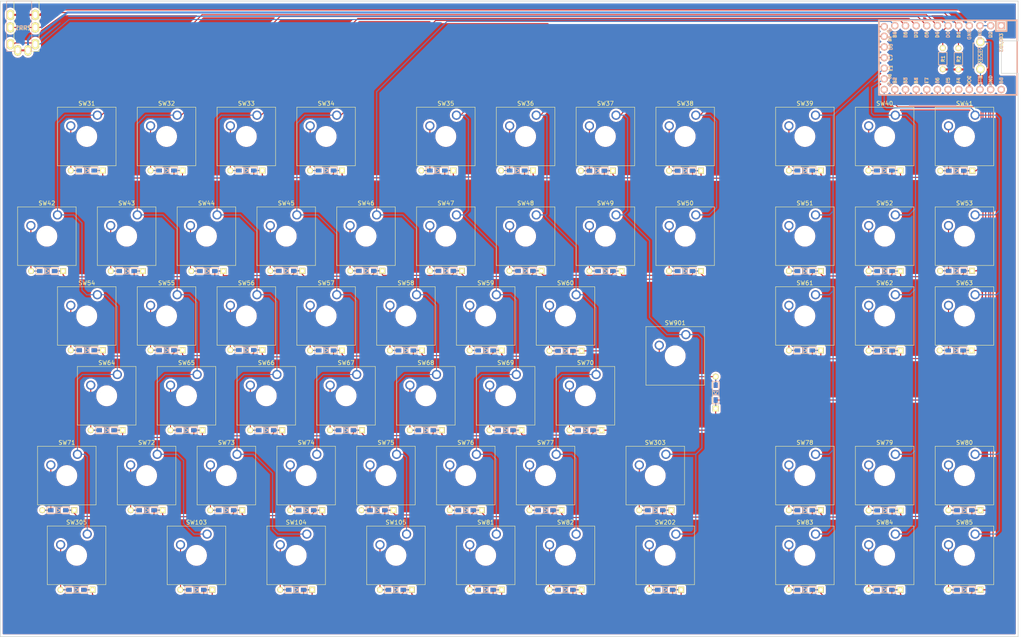
<source format=kicad_pcb>
(kicad_pcb (version 20171130) (host pcbnew "(5.1.8)-1")
  (layers (0 F.Cu signal) (31 B.Cu signal) (34 B.Paste user) (35 F.Paste user) (36 B.SilkS user) (37 F.SilkS user) (38 B.Mask user) (39 F.Mask user) (44 Edge.Cuts user))
  (net 0 "")
  (net 1 row7)
  (net 2 "Net-(D31-Pad1)")
  (net 3 "Net-(D32-Pad1)")
  (net 4 "Net-(D33-Pad1)")
  (net 5 "Net-(D34-Pad1)")
  (net 6 "Net-(D35-Pad1)")
  (net 7 "Net-(D36-Pad1)")
  (net 8 "Net-(D37-Pad1)")
  (net 9 "Net-(D38-Pad1)")
  (net 10 "Net-(D39-Pad1)")
  (net 11 "Net-(D40-Pad1)")
  (net 12 "Net-(D41-Pad1)")
  (net 13 row8)
  (net 14 "Net-(D42-Pad1)")
  (net 15 "Net-(D43-Pad1)")
  (net 16 "Net-(D44-Pad1)")
  (net 17 "Net-(D45-Pad1)")
  (net 18 "Net-(D46-Pad1)")
  (net 19 "Net-(D47-Pad1)")
  (net 20 "Net-(D48-Pad1)")
  (net 21 "Net-(D49-Pad1)")
  (net 22 "Net-(D50-Pad1)")
  (net 23 "Net-(D51-Pad1)")
  (net 24 "Net-(D52-Pad1)")
  (net 25 "Net-(D53-Pad1)")
  (net 26 row9)
  (net 27 "Net-(D54-Pad1)")
  (net 28 "Net-(D55-Pad1)")
  (net 29 "Net-(D56-Pad1)")
  (net 30 "Net-(D57-Pad1)")
  (net 31 "Net-(D58-Pad1)")
  (net 32 "Net-(D59-Pad1)")
  (net 33 "Net-(D60-Pad1)")
  (net 34 "Net-(D61-Pad1)")
  (net 35 "Net-(D62-Pad1)")
  (net 36 "Net-(D63-Pad1)")
  (net 37 row10)
  (net 38 "Net-(D64-Pad1)")
  (net 39 "Net-(D65-Pad1)")
  (net 40 "Net-(D66-Pad1)")
  (net 41 "Net-(D67-Pad1)")
  (net 42 "Net-(D68-Pad1)")
  (net 43 "Net-(D69-Pad1)")
  (net 44 "Net-(D70-Pad1)")
  (net 45 row11)
  (net 46 "Net-(D71-Pad1)")
  (net 47 "Net-(D72-Pad1)")
  (net 48 "Net-(D73-Pad1)")
  (net 49 "Net-(D74-Pad1)")
  (net 50 "Net-(D75-Pad1)")
  (net 51 "Net-(D76-Pad1)")
  (net 52 "Net-(D77-Pad1)")
  (net 53 "Net-(D78-Pad1)")
  (net 54 "Net-(D79-Pad1)")
  (net 55 "Net-(D80-Pad1)")
  (net 56 row12)
  (net 57 "Net-(D81-Pad1)")
  (net 58 "Net-(D82-Pad1)")
  (net 59 "Net-(D83-Pad1)")
  (net 60 "Net-(D84-Pad1)")
  (net 61 "Net-(D85-Pad1)")
  (net 62 "Net-(D103-Pad1)")
  (net 63 "Net-(D104-Pad1)")
  (net 64 "Net-(D105-Pad1)")
  (net 65 "Net-(D202-Pad1)")
  (net 66 "Net-(D303-Pad1)")
  (net 67 "Net-(D901-Pad1)")
  (net 68 COL9)
  (net 69 COL10)
  (net 70 COL11)
  (net 71 COL12)
  (net 72 COL14)
  (net 73 COL15)
  (net 74 COL16)
  (net 75 COL17)
  (net 76 COL18)
  (net 77 COL19)
  (net 78 COL20)
  (net 79 COL13)
  (net 80 "Net-(J2-PadA)")
  (net 81 "Net-(SW_RST2-Pad1)")
  (net 82 "Net-(D305-Pad1)")
  (net 83 "Net-(J2-PadD)")
  (net 84 SDA2)
  (net 85 "Net-(J2-PadB)")
  (net 86 "Net-(SW_RST2-Pad2)")
  (net 87 "Net-(U2-Pad2)")
  (module gammy:Elite-C (layer F.Cu) (at 241 109.5 180)
    (fp_text reference U2 hide)
    (fp_text value Elite-C hide)
    (fp_text user D5 (at 12.4 2.54 90) (layer B.SilkS) (effects (font (size 0.8 0.8)) (justify mirror)))
    (fp_text user D5 (at 12.4 2.54 90) (layer F.SilkS) (effects (font (size 0.8 0.8))))
    (fp_text user F1 (at 12.4 -2.54 90) (layer F.SilkS) (effects (font (size 0.8 0.8))))
    (fp_text user F1 (at 12.4 -2.54 90) (layer B.SilkS) (effects (font (size 0.8 0.8)) (justify mirror)))
    (fp_text user C7 (at 12.4 0 90) (layer B.SilkS) (effects (font (size 0.8 0.8)) (justify mirror)))
    (fp_text user C7 (at 12.4 0 90) (layer F.SilkS) (effects (font (size 0.8 0.8))))
    (fp_text user B6 (at 12.7 -6.4 315 unlocked) (layer B.SilkS) (effects (font (size 0.7 0.7)) (justify mirror)))
    (fp_text user B6 (at 12.7 -6.4 315 unlocked) (layer F.SilkS) (effects (font (size 0.7 0.7))))
    (fp_text user F0 (at 12.6 -4.5 90) (layer F.SilkS) (effects (font (size 0.7 0.7))))
    (fp_text user F0 (at 12.6 -4.5 90) (layer B.SilkS) (effects (font (size 0.7 0.7)) (justify mirror)))
    (fp_text user B7 (at 12.6 4.5 90) (layer B.SilkS) (effects (font (size 0.7 0.7)) (justify mirror)))
    (fp_text user B7 (at 12.6 4.5 90) (layer F.SilkS) (effects (font (size 0.7 0.7))))
    (fp_text user ST (at -8.91 -5.04 90) (layer B.SilkS) (effects (font (size 0.8 0.8)) (justify mirror)))
    (fp_text user TX0/D3 (at -13.97 3.571872 90) (layer F.SilkS) (effects (font (size 0.8 0.8))))
    (fp_text user TX0/D3 (at -13.97 3.571872 90) (layer B.SilkS) (effects (font (size 0.8 0.8)) (justify mirror)))
    (fp_text user D2 (at -11.43 5.461 90) (layer F.SilkS) (effects (font (size 0.8 0.8))))
    (fp_text user D0 (at -1.27 5.461 90) (layer F.SilkS) (effects (font (size 0.8 0.8))))
    (fp_text user D1 (at -3.81 5.461 90) (layer F.SilkS) (effects (font (size 0.8 0.8))))
    (fp_text user GND (at -6.35 5.461 90) (layer F.SilkS) (effects (font (size 0.8 0.8))))
    (fp_text user GND (at -8.89 5.461 90) (layer F.SilkS) (effects (font (size 0.8 0.8))))
    (fp_text user D4 (at 1.27 5.461 90) (layer F.SilkS) (effects (font (size 0.8 0.8))))
    (fp_text user C6 (at 3.81 5.461 90) (layer F.SilkS) (effects (font (size 0.8 0.8))))
    (fp_text user D7 (at 6.35 5.461 90) (layer F.SilkS) (effects (font (size 0.8 0.8))))
    (fp_text user E6 (at 8.89 5.461 90) (layer F.SilkS) (effects (font (size 0.8 0.8))))
    (fp_text user B4 (at 11.43 5.461 90) (layer F.SilkS) (effects (font (size 0.8 0.8))))
    (fp_text user B5 (at 12.7 6.4 45) (layer F.SilkS) (effects (font (size 0.7 0.7))))
    (fp_text user B2 (at 11.43 -5.461 90) (layer B.SilkS) (effects (font (size 0.8 0.8)) (justify mirror)))
    (fp_text user B3 (at 8.89 -5.461 90) (layer F.SilkS) (effects (font (size 0.8 0.8))))
    (fp_text user B1 (at 6.35 -5.461 90) (layer F.SilkS) (effects (font (size 0.8 0.8))))
    (fp_text user F7 (at 3.81 -5.461 90) (layer B.SilkS) (effects (font (size 0.8 0.8)) (justify mirror)))
    (fp_text user F6 (at 1.27 -5.461 90) (layer B.SilkS) (effects (font (size 0.8 0.8)) (justify mirror)))
    (fp_text user F5 (at -1.27 -5.461 90) (layer B.SilkS) (effects (font (size 0.8 0.8)) (justify mirror)))
    (fp_text user F4 (at -3.81 -5.461 90) (layer F.SilkS) (effects (font (size 0.8 0.8))))
    (fp_text user VCC (at -6.35 -5.461 90) (layer F.SilkS) (effects (font (size 0.8 0.8))))
    (fp_text user ST (at -8.92 -5.73312 90) (layer F.SilkS) (effects (font (size 0.8 0.8))))
    (fp_text user GND (at -11.43 -5.461 90) (layer F.SilkS) (effects (font (size 0.8 0.8))))
    (fp_text user B0 (at -13.97 -5.461 90) (layer F.SilkS) (effects (font (size 0.8 0.8))))
    (fp_text user B0 (at -13.97 -5.461 90) (layer B.SilkS) (effects (font (size 0.8 0.8)) (justify mirror)))
    (fp_text user GND (at -11.43 -5.461 90) (layer B.SilkS) (effects (font (size 0.8 0.8)) (justify mirror)))
    (fp_text user VCC (at -6.35 -5.461 90) (layer B.SilkS) (effects (font (size 0.8 0.8)) (justify mirror)))
    (fp_text user F4 (at -3.81 -5.461 90) (layer B.SilkS) (effects (font (size 0.8 0.8)) (justify mirror)))
    (fp_text user F5 (at -1.27 -5.461 90) (layer F.SilkS) (effects (font (size 0.8 0.8))))
    (fp_text user F6 (at 1.27 -5.461 90) (layer F.SilkS) (effects (font (size 0.8 0.8))))
    (fp_text user F7 (at 3.81 -5.461 90) (layer F.SilkS) (effects (font (size 0.8 0.8))))
    (fp_text user B1 (at 6.35 -5.461 90) (layer B.SilkS) (effects (font (size 0.8 0.8)) (justify mirror)))
    (fp_text user B3 (at 8.89 -5.461 90) (layer B.SilkS) (effects (font (size 0.8 0.8)) (justify mirror)))
    (fp_text user B2 (at 11.43 -5.461 90) (layer F.SilkS) (effects (font (size 0.8 0.8))))
    (fp_text user B5 (at 12.7 6.4 45) (layer B.SilkS) (effects (font (size 0.7 0.7)) (justify mirror)))
    (fp_text user B4 (at 11.43 5.461 90) (layer B.SilkS) (effects (font (size 0.8 0.8)) (justify mirror)))
    (fp_text user E6 (at 8.89 5.461 90) (layer B.SilkS) (effects (font (size 0.8 0.8)) (justify mirror)))
    (fp_text user D7 (at 6.35 5.461 90) (layer B.SilkS) (effects (font (size 0.8 0.8)) (justify mirror)))
    (fp_text user C6 (at 3.81 5.461 90) (layer B.SilkS) (effects (font (size 0.8 0.8)) (justify mirror)))
    (fp_text user D4 (at 1.27 5.461 90) (layer B.SilkS) (effects (font (size 0.8 0.8)) (justify mirror)))
    (fp_text user GND (at -8.89 5.461 90) (layer B.SilkS) (effects (font (size 0.8 0.8)) (justify mirror)))
    (fp_text user GND (at -6.35 5.461 90) (layer B.SilkS) (effects (font (size 0.8 0.8)) (justify mirror)))
    (fp_text user D1 (at -3.81 5.461 90) (layer B.SilkS) (effects (font (size 0.8 0.8)) (justify mirror)))
    (fp_text user D0 (at -1.27 5.461 90) (layer B.SilkS) (effects (font (size 0.8 0.8)) (justify mirror)))
    (fp_text user D2 (at -11.43 5.461 90) (layer B.SilkS) (effects (font (size 0.8 0.8)) (justify mirror)))
    (pad 25 thru_hole circle (at 13.97 5.08 180) (size 1.7526 1.7526) (drill 1.0922) (layers *.Cu *.SilkS *.Mask) (net 73 COL15))
    (pad 26 thru_hole circle (at 13.97 2.54 180) (size 1.7526 1.7526) (drill 1.0922) (layers *.Cu *.SilkS *.Mask) (net 74 COL16))
    (pad 27 thru_hole circle (at 13.97 0 180) (size 1.7526 1.7526) (drill 1.0922) (layers *.Cu *.SilkS *.Mask) (net 75 COL17))
    (pad 28 thru_hole circle (at 13.97 -2.54 180) (size 1.7526 1.7526) (drill 1.0922) (layers *.Cu *.SilkS *.Mask) (net 76 COL18))
    (pad 29 thru_hole circle (at 13.97 -5.08 180) (size 1.7526 1.7526) (drill 1.0922) (layers *.Cu *.SilkS *.Mask) (net 77 COL19))
    (pad 24 thru_hole circle (at -13.97 -7.62 180) (size 1.7526 1.7526) (drill 1.0922) (layers *.Cu *.SilkS *.Mask))
    (pad 12 thru_hole circle (at 13.97 7.3914 180) (size 1.7526 1.7526) (drill 1.0922) (layers *.Cu *.SilkS *.Mask) (net 72 COL14))
    (pad 23 thru_hole circle (at -11.43 -7.62 180) (size 1.7526 1.7526) (drill 1.0922) (layers *.Cu *.SilkS *.Mask) (net 86 "Net-(SW_RST2-Pad2)"))
    (pad 22 thru_hole circle (at -8.89 -7.62 180) (size 1.7526 1.7526) (drill 1.0922) (layers *.Cu *.SilkS *.Mask) (net 81 "Net-(SW_RST2-Pad1)"))
    (pad 21 thru_hole circle (at -6.35 -7.62 180) (size 1.7526 1.7526) (drill 1.0922) (layers *.Cu *.SilkS *.Mask) (net 85 "Net-(J2-PadB)"))
    (pad 20 thru_hole circle (at -3.81 -7.62 180) (size 1.7526 1.7526) (drill 1.0922) (layers *.Cu *.SilkS *.Mask))
    (pad 19 thru_hole circle (at -1.27 -7.62 180) (size 1.7526 1.7526) (drill 1.0922) (layers *.Cu *.SilkS *.Mask) (net 56 row12))
    (pad 18 thru_hole circle (at 1.27 -7.62 180) (size 1.7526 1.7526) (drill 1.0922) (layers *.Cu *.SilkS *.Mask) (net 45 row11))
    (pad 17 thru_hole circle (at 3.81 -7.62 180) (size 1.7526 1.7526) (drill 1.0922) (layers *.Cu *.SilkS *.Mask) (net 37 row10))
    (pad 16 thru_hole circle (at 6.35 -7.62 180) (size 1.7526 1.7526) (drill 1.0922) (layers *.Cu *.SilkS *.Mask) (net 26 row9))
    (pad 15 thru_hole circle (at 8.89 -7.62 180) (size 1.7526 1.7526) (drill 1.0922) (layers *.Cu *.SilkS *.Mask) (net 13 row8))
    (pad 14 thru_hole circle (at 11.43 -7.62 180) (size 1.7526 1.7526) (drill 1.0922) (layers *.Cu *.SilkS *.Mask) (net 1 row7))
    (pad 13 thru_hole circle (at 13.97 -7.62 180) (size 1.7526 1.7526) (drill 1.0922) (layers *.Cu *.SilkS *.Mask) (net 78 COL20))
    (pad 11 thru_hole circle (at 11.43 7.62 180) (size 1.7526 1.7526) (drill 1.0922) (layers *.Cu *.SilkS *.Mask) (net 79 COL13))
    (pad 10 thru_hole circle (at 8.89 7.62 180) (size 1.7526 1.7526) (drill 1.0922) (layers *.Cu *.SilkS *.Mask) (net 71 COL12))
    (pad 9 thru_hole circle (at 6.35 7.62 180) (size 1.7526 1.7526) (drill 1.0922) (layers *.Cu *.SilkS *.Mask) (net 70 COL11))
    (pad 8 thru_hole circle (at 3.81 7.62 180) (size 1.7526 1.7526) (drill 1.0922) (layers *.Cu *.SilkS *.Mask) (net 69 COL10))
    (pad 7 thru_hole circle (at 1.27 7.62 180) (size 1.7526 1.7526) (drill 1.0922) (layers *.Cu *.SilkS *.Mask) (net 68 COL9))
    (pad 6 thru_hole circle (at -1.27 7.62 180) (size 1.7526 1.7526) (drill 1.0922) (layers *.Cu *.SilkS *.Mask) (net 83 "Net-(J2-PadD)"))
    (pad 5 thru_hole circle (at -3.81 7.62 180) (size 1.7526 1.7526) (drill 1.0922) (layers *.Cu *.SilkS *.Mask) (net 84 SDA2))
    (pad 4 thru_hole circle (at -6.35 7.62 180) (size 1.7526 1.7526) (drill 1.0922) (layers *.Cu *.SilkS *.Mask) (net 80 "Net-(J2-PadA)"))
    (pad 3 thru_hole circle (at -8.89 7.62 180) (size 1.7526 1.7526) (drill 1.0922) (layers *.Cu *.SilkS *.Mask) (net 87 "Net-(U2-Pad2)"))
    (pad 2 thru_hole circle (at -11.43 7.62 180) (size 1.7526 1.7526) (drill 1.0922) (layers *.Cu *.SilkS *.Mask) (net 87 "Net-(U2-Pad2)"))
    (pad 1 thru_hole rect (at -13.97 7.62 180) (size 1.7526 1.7526) (drill 1.0922) (layers *.Cu *.SilkS *.Mask))
  )
  (module gammy:ResetSW (layer F.Cu) (at 250 109 270)
    (fp_text reference SW_RST2 hide)
    (fp_text value SW_PUSH)
    (fp_text user RESET (at 0 0 90) (layer F.SilkS))
    (fp_text user RESET (at 0.127 0 90) (layer B.SilkS) (effects (justify mirror)))
    (pad 2 thru_hole circle (at -3.25 0 270) (size 2 2) (drill 1.3) (layers *.Cu *.Mask F.SilkS) (net 86 "Net-(SW_RST2-Pad2)"))
    (pad 1 thru_hole circle (at 3.25 0 270) (size 2 2) (drill 1.3) (layers *.Cu *.Mask F.SilkS) (net 81 "Net-(SW_RST2-Pad1)"))
  )
  (module gammy:SW_Cherry_MX_ISOEnter_Plate (layer F.Cu) (at 179.668 175.638)
    (fp_text reference SW901 (at -2.54 -2.794) (layer F.SilkS))
    (fp_text value SW_Push)
    (pad "" np_thru_hole circle (at -2.54 5.08) (size 4 4) (drill 4) (layers *.Cu *.Mask))
    (pad 2 thru_hole circle (at -6.35 2.54) (size 2.2 2.2) (drill 1.5) (layers *.Cu *.Mask) (net 67 "Net-(D901-Pad1)"))
    (pad 1 thru_hole circle (at 0 0) (size 2.2 2.2) (drill 1.5) (layers *.Cu *.Mask) (net 74 COL16))
  )
  (module gammy:SW_Cherry_MX_1.75u_Plate (layer F.Cu) (at 36.75 223.25)
    (fp_text reference SW305 (at -2.54 -2.794) (layer F.SilkS))
    (fp_text value SW_Push)
    (pad "" np_thru_hole circle (at -2.54 5.08) (size 4 4) (drill 4) (layers *.Cu *.Mask))
    (pad 2 thru_hole circle (at -6.35 2.54) (size 2.2 2.2) (drill 1.5) (layers *.Cu *.Mask) (net 82 "Net-(D305-Pad1)"))
    (pad 1 thru_hole circle (at 0 0) (size 2.2 2.2) (drill 1.5) (layers *.Cu *.Mask) (net 68 COL9))
  )
  (module gammy:SW_Cherry_MX_1.75u_Plate (layer F.Cu) (at 174.906 204.212)
    (fp_text reference SW303 (at -2.54 -2.794) (layer F.SilkS))
    (fp_text value SW_Push)
    (pad "" np_thru_hole circle (at -2.54 5.08) (size 4 4) (drill 4) (layers *.Cu *.Mask))
    (pad 2 thru_hole circle (at -6.35 2.54) (size 2.2 2.2) (drill 1.5) (layers *.Cu *.Mask) (net 66 "Net-(D303-Pad1)"))
    (pad 1 thru_hole circle (at 0 0) (size 2.2 2.2) (drill 1.5) (layers *.Cu *.Mask) (net 74 COL16))
  )
  (module gammy:SW_Cherry_MX_1.50u_Plate (layer F.Cu) (at 177.288 223.262)
    (fp_text reference SW202 (at -2.54 -2.794) (layer F.SilkS))
    (fp_text value SW_Push)
    (pad "" np_thru_hole circle (at -2.54 5.08) (size 4 4) (drill 4) (layers *.Cu *.Mask))
    (pad 2 thru_hole circle (at -6.35 2.54) (size 2.2 2.2) (drill 1.5) (layers *.Cu *.Mask) (net 65 "Net-(D202-Pad1)"))
    (pad 1 thru_hole circle (at 0 0) (size 2.2 2.2) (drill 1.5) (layers *.Cu *.Mask) (net 74 COL16))
  )
  (module gammy:SW_Cherry_MX_1.25u_Plate (layer F.Cu) (at 112.994 223.262)
    (fp_text reference SW105 (at -2.54 -2.794) (layer F.SilkS))
    (fp_text value SW_Push)
    (pad "" np_thru_hole circle (at -2.54 5.08) (size 4 4) (drill 4) (layers *.Cu *.Mask))
    (pad 2 thru_hole circle (at -6.35 2.54) (size 2.2 2.2) (drill 1.5) (layers *.Cu *.Mask) (net 64 "Net-(D105-Pad1)"))
    (pad 1 thru_hole circle (at 0 0) (size 2.2 2.2) (drill 1.5) (layers *.Cu *.Mask) (net 79 COL13))
  )
  (module gammy:SW_Cherry_MX_1.25u_Plate (layer F.Cu) (at 89.181 223.262)
    (fp_text reference SW104 (at -2.54 -2.794) (layer F.SilkS))
    (fp_text value SW_Push)
    (pad "" np_thru_hole circle (at -2.54 5.08) (size 4 4) (drill 4) (layers *.Cu *.Mask))
    (pad 2 thru_hole circle (at -6.35 2.54) (size 2.2 2.2) (drill 1.5) (layers *.Cu *.Mask) (net 63 "Net-(D104-Pad1)"))
    (pad 1 thru_hole circle (at 0 0) (size 2.2 2.2) (drill 1.5) (layers *.Cu *.Mask) (net 70 COL11))
  )
  (module gammy:SW_Cherry_MX_1.25u_Plate (layer F.Cu) (at 65.368 223.262)
    (fp_text reference SW103 (at -2.54 -2.794) (layer F.SilkS))
    (fp_text value SW_Push)
    (pad "" np_thru_hole circle (at -2.54 5.08) (size 4 4) (drill 4) (layers *.Cu *.Mask))
    (pad 2 thru_hole circle (at -6.35 2.54) (size 2.2 2.2) (drill 1.5) (layers *.Cu *.Mask) (net 62 "Net-(D103-Pad1)"))
    (pad 1 thru_hole circle (at 0 0) (size 2.2 2.2) (drill 1.5) (layers *.Cu *.Mask) (net 69 COL10))
  )
  (module gammy:SW_Cherry_MX_1.00u_Plate (layer F.Cu) (at 248.725 223.262)
    (fp_text reference SW85 (at -2.54 -2.794) (layer F.SilkS))
    (fp_text value SW_Push)
    (pad "" np_thru_hole circle (at -2.54 5.08) (size 4 4) (drill 4) (layers *.Cu *.Mask))
    (pad 2 thru_hole circle (at -6.35 2.54) (size 2.2 2.2) (drill 1.5) (layers *.Cu *.Mask) (net 61 "Net-(D85-Pad1)"))
    (pad 1 thru_hole circle (at 0 0) (size 2.2 2.2) (drill 1.5) (layers *.Cu *.Mask) (net 78 COL20))
  )
  (module gammy:SW_Cherry_MX_1.00u_Plate (layer F.Cu) (at 229.675 223.262)
    (fp_text reference SW84 (at -2.54 -2.794) (layer F.SilkS))
    (fp_text value SW_Push)
    (pad "" np_thru_hole circle (at -2.54 5.08) (size 4 4) (drill 4) (layers *.Cu *.Mask))
    (pad 2 thru_hole circle (at -6.35 2.54) (size 2.2 2.2) (drill 1.5) (layers *.Cu *.Mask) (net 60 "Net-(D84-Pad1)"))
    (pad 1 thru_hole circle (at 0 0) (size 2.2 2.2) (drill 1.5) (layers *.Cu *.Mask) (net 77 COL19))
  )
  (module gammy:SW_Cherry_MX_1.00u_Plate (layer F.Cu) (at 210.625 223.262)
    (fp_text reference SW83 (at -2.54 -2.794) (layer F.SilkS))
    (fp_text value SW_Push)
    (pad "" np_thru_hole circle (at -2.54 5.08) (size 4 4) (drill 4) (layers *.Cu *.Mask))
    (pad 2 thru_hole circle (at -6.35 2.54) (size 2.2 2.2) (drill 1.5) (layers *.Cu *.Mask) (net 59 "Net-(D83-Pad1)"))
    (pad 1 thru_hole circle (at 0 0) (size 2.2 2.2) (drill 1.5) (layers *.Cu *.Mask) (net 76 COL18))
  )
  (module gammy:SW_Cherry_MX_1.00u_Plate (layer F.Cu) (at 153.475 223.262)
    (fp_text reference SW82 (at -2.54 -2.794) (layer F.SilkS))
    (fp_text value SW_Push)
    (pad "" np_thru_hole circle (at -2.54 5.08) (size 4 4) (drill 4) (layers *.Cu *.Mask))
    (pad 2 thru_hole circle (at -6.35 2.54) (size 2.2 2.2) (drill 1.5) (layers *.Cu *.Mask) (net 58 "Net-(D82-Pad1)"))
    (pad 1 thru_hole circle (at 0 0) (size 2.2 2.2) (drill 1.5) (layers *.Cu *.Mask) (net 73 COL15))
  )
  (module gammy:SW_Cherry_MX_1.00u_Plate (layer F.Cu) (at 134.425 223.262)
    (fp_text reference SW81 (at -2.54 -2.794) (layer F.SilkS))
    (fp_text value SW_Push)
    (pad "" np_thru_hole circle (at -2.54 5.08) (size 4 4) (drill 4) (layers *.Cu *.Mask))
    (pad 2 thru_hole circle (at -6.35 2.54) (size 2.2 2.2) (drill 1.5) (layers *.Cu *.Mask) (net 57 "Net-(D81-Pad1)"))
    (pad 1 thru_hole circle (at 0 0) (size 2.2 2.2) (drill 1.5) (layers *.Cu *.Mask) (net 72 COL14))
  )
  (module gammy:SW_Cherry_MX_1.00u_Plate (layer F.Cu) (at 248.725 204.212)
    (fp_text reference SW80 (at -2.54 -2.794) (layer F.SilkS))
    (fp_text value SW_Push)
    (pad "" np_thru_hole circle (at -2.54 5.08) (size 4 4) (drill 4) (layers *.Cu *.Mask))
    (pad 2 thru_hole circle (at -6.35 2.54) (size 2.2 2.2) (drill 1.5) (layers *.Cu *.Mask) (net 55 "Net-(D80-Pad1)"))
    (pad 1 thru_hole circle (at 0 0) (size 2.2 2.2) (drill 1.5) (layers *.Cu *.Mask) (net 78 COL20))
  )
  (module gammy:SW_Cherry_MX_1.00u_Plate (layer F.Cu) (at 229.675 204.212)
    (fp_text reference SW79 (at -2.54 -2.794) (layer F.SilkS))
    (fp_text value SW_Push)
    (pad "" np_thru_hole circle (at -2.54 5.08) (size 4 4) (drill 4) (layers *.Cu *.Mask))
    (pad 2 thru_hole circle (at -6.35 2.54) (size 2.2 2.2) (drill 1.5) (layers *.Cu *.Mask) (net 54 "Net-(D79-Pad1)"))
    (pad 1 thru_hole circle (at 0 0) (size 2.2 2.2) (drill 1.5) (layers *.Cu *.Mask) (net 77 COL19))
  )
  (module gammy:SW_Cherry_MX_1.00u_Plate (layer F.Cu) (at 210.625 204.212)
    (fp_text reference SW78 (at -2.54 -2.794) (layer F.SilkS))
    (fp_text value SW_Push)
    (pad "" np_thru_hole circle (at -2.54 5.08) (size 4 4) (drill 4) (layers *.Cu *.Mask))
    (pad 2 thru_hole circle (at -6.35 2.54) (size 2.2 2.2) (drill 1.5) (layers *.Cu *.Mask) (net 53 "Net-(D78-Pad1)"))
    (pad 1 thru_hole circle (at 0 0) (size 2.2 2.2) (drill 1.5) (layers *.Cu *.Mask) (net 76 COL18))
  )
  (module gammy:SW_Cherry_MX_1.00u_Plate (layer F.Cu) (at 148.712 204.212)
    (fp_text reference SW77 (at -2.54 -2.794) (layer F.SilkS))
    (fp_text value SW_Push)
    (pad "" np_thru_hole circle (at -2.54 5.08) (size 4 4) (drill 4) (layers *.Cu *.Mask))
    (pad 2 thru_hole circle (at -6.35 2.54) (size 2.2 2.2) (drill 1.5) (layers *.Cu *.Mask) (net 52 "Net-(D77-Pad1)"))
    (pad 1 thru_hole circle (at 0 0) (size 2.2 2.2) (drill 1.5) (layers *.Cu *.Mask) (net 73 COL15))
  )
  (module gammy:SW_Cherry_MX_1.00u_Plate (layer F.Cu) (at 129.662 204.212)
    (fp_text reference SW76 (at -2.54 -2.794) (layer F.SilkS))
    (fp_text value SW_Push)
    (pad "" np_thru_hole circle (at -2.54 5.08) (size 4 4) (drill 4) (layers *.Cu *.Mask))
    (pad 2 thru_hole circle (at -6.35 2.54) (size 2.2 2.2) (drill 1.5) (layers *.Cu *.Mask) (net 51 "Net-(D76-Pad1)"))
    (pad 1 thru_hole circle (at 0 0) (size 2.2 2.2) (drill 1.5) (layers *.Cu *.Mask) (net 72 COL14))
  )
  (module gammy:SW_Cherry_MX_1.00u_Plate (layer F.Cu) (at 110.612 204.212)
    (fp_text reference SW75 (at -2.54 -2.794) (layer F.SilkS))
    (fp_text value SW_Push)
    (pad "" np_thru_hole circle (at -2.54 5.08) (size 4 4) (drill 4) (layers *.Cu *.Mask))
    (pad 2 thru_hole circle (at -6.35 2.54) (size 2.2 2.2) (drill 1.5) (layers *.Cu *.Mask) (net 50 "Net-(D75-Pad1)"))
    (pad 1 thru_hole circle (at 0 0) (size 2.2 2.2) (drill 1.5) (layers *.Cu *.Mask) (net 79 COL13))
  )
  (module gammy:SW_Cherry_MX_1.00u_Plate (layer F.Cu) (at 91.562 204.212)
    (fp_text reference SW74 (at -2.54 -2.794) (layer F.SilkS))
    (fp_text value SW_Push)
    (pad "" np_thru_hole circle (at -2.54 5.08) (size 4 4) (drill 4) (layers *.Cu *.Mask))
    (pad 2 thru_hole circle (at -6.35 2.54) (size 2.2 2.2) (drill 1.5) (layers *.Cu *.Mask) (net 49 "Net-(D74-Pad1)"))
    (pad 1 thru_hole circle (at 0 0) (size 2.2 2.2) (drill 1.5) (layers *.Cu *.Mask) (net 71 COL12))
  )
  (module gammy:SW_Cherry_MX_1.00u_Plate (layer F.Cu) (at 72.512 204.212)
    (fp_text reference SW73 (at -2.54 -2.794) (layer F.SilkS))
    (fp_text value SW_Push)
    (pad "" np_thru_hole circle (at -2.54 5.08) (size 4 4) (drill 4) (layers *.Cu *.Mask))
    (pad 2 thru_hole circle (at -6.35 2.54) (size 2.2 2.2) (drill 1.5) (layers *.Cu *.Mask) (net 48 "Net-(D73-Pad1)"))
    (pad 1 thru_hole circle (at 0 0) (size 2.2 2.2) (drill 1.5) (layers *.Cu *.Mask) (net 70 COL11))
  )
  (module gammy:SW_Cherry_MX_1.00u_Plate (layer F.Cu) (at 53.462 204.212)
    (fp_text reference SW72 (at -2.54 -2.794) (layer F.SilkS))
    (fp_text value SW_Push)
    (pad "" np_thru_hole circle (at -2.54 5.08) (size 4 4) (drill 4) (layers *.Cu *.Mask))
    (pad 2 thru_hole circle (at -6.35 2.54) (size 2.2 2.2) (drill 1.5) (layers *.Cu *.Mask) (net 47 "Net-(D72-Pad1)"))
    (pad 1 thru_hole circle (at 0 0) (size 2.2 2.2) (drill 1.5) (layers *.Cu *.Mask) (net 69 COL10))
  )
  (module gammy:SW_Cherry_MX_1.00u_Plate (layer F.Cu) (at 34.412 204.212)
    (fp_text reference SW71 (at -2.54 -2.794) (layer F.SilkS))
    (fp_text value SW_Push)
    (pad "" np_thru_hole circle (at -2.54 5.08) (size 4 4) (drill 4) (layers *.Cu *.Mask))
    (pad 2 thru_hole circle (at -6.35 2.54) (size 2.2 2.2) (drill 1.5) (layers *.Cu *.Mask) (net 46 "Net-(D71-Pad1)"))
    (pad 1 thru_hole circle (at 0 0) (size 2.2 2.2) (drill 1.5) (layers *.Cu *.Mask) (net 68 COL9))
  )
  (module gammy:SW_Cherry_MX_1.00u_Plate (layer F.Cu) (at 158.238 185.162)
    (fp_text reference SW70 (at -2.54 -2.794) (layer F.SilkS))
    (fp_text value SW_Push)
    (pad "" np_thru_hole circle (at -2.54 5.08) (size 4 4) (drill 4) (layers *.Cu *.Mask))
    (pad 2 thru_hole circle (at -6.35 2.54) (size 2.2 2.2) (drill 1.5) (layers *.Cu *.Mask) (net 44 "Net-(D70-Pad1)"))
    (pad 1 thru_hole circle (at 0 0) (size 2.2 2.2) (drill 1.5) (layers *.Cu *.Mask) (net 73 COL15))
  )
  (module gammy:SW_Cherry_MX_1.00u_Plate (layer F.Cu) (at 139.188 185.162)
    (fp_text reference SW69 (at -2.54 -2.794) (layer F.SilkS))
    (fp_text value SW_Push)
    (pad "" np_thru_hole circle (at -2.54 5.08) (size 4 4) (drill 4) (layers *.Cu *.Mask))
    (pad 2 thru_hole circle (at -6.35 2.54) (size 2.2 2.2) (drill 1.5) (layers *.Cu *.Mask) (net 43 "Net-(D69-Pad1)"))
    (pad 1 thru_hole circle (at 0 0) (size 2.2 2.2) (drill 1.5) (layers *.Cu *.Mask) (net 72 COL14))
  )
  (module gammy:SW_Cherry_MX_1.00u_Plate (layer F.Cu) (at 120.138 185.162)
    (fp_text reference SW68 (at -2.54 -2.794) (layer F.SilkS))
    (fp_text value SW_Push)
    (pad "" np_thru_hole circle (at -2.54 5.08) (size 4 4) (drill 4) (layers *.Cu *.Mask))
    (pad 2 thru_hole circle (at -6.35 2.54) (size 2.2 2.2) (drill 1.5) (layers *.Cu *.Mask) (net 42 "Net-(D68-Pad1)"))
    (pad 1 thru_hole circle (at 0 0) (size 2.2 2.2) (drill 1.5) (layers *.Cu *.Mask) (net 79 COL13))
  )
  (module gammy:SW_Cherry_MX_1.00u_Plate (layer F.Cu) (at 101.088 185.162)
    (fp_text reference SW67 (at -2.54 -2.794) (layer F.SilkS))
    (fp_text value SW_Push)
    (pad "" np_thru_hole circle (at -2.54 5.08) (size 4 4) (drill 4) (layers *.Cu *.Mask))
    (pad 2 thru_hole circle (at -6.35 2.54) (size 2.2 2.2) (drill 1.5) (layers *.Cu *.Mask) (net 41 "Net-(D67-Pad1)"))
    (pad 1 thru_hole circle (at 0 0) (size 2.2 2.2) (drill 1.5) (layers *.Cu *.Mask) (net 71 COL12))
  )
  (module gammy:SW_Cherry_MX_1.00u_Plate (layer F.Cu) (at 82.038 185.162)
    (fp_text reference SW66 (at -2.54 -2.794) (layer F.SilkS))
    (fp_text value SW_Push)
    (pad "" np_thru_hole circle (at -2.54 5.08) (size 4 4) (drill 4) (layers *.Cu *.Mask))
    (pad 2 thru_hole circle (at -6.35 2.54) (size 2.2 2.2) (drill 1.5) (layers *.Cu *.Mask) (net 40 "Net-(D66-Pad1)"))
    (pad 1 thru_hole circle (at 0 0) (size 2.2 2.2) (drill 1.5) (layers *.Cu *.Mask) (net 70 COL11))
  )
  (module gammy:SW_Cherry_MX_1.00u_Plate (layer F.Cu) (at 62.988 185.162)
    (fp_text reference SW65 (at -2.54 -2.794) (layer F.SilkS))
    (fp_text value SW_Push)
    (pad "" np_thru_hole circle (at -2.54 5.08) (size 4 4) (drill 4) (layers *.Cu *.Mask))
    (pad 2 thru_hole circle (at -6.35 2.54) (size 2.2 2.2) (drill 1.5) (layers *.Cu *.Mask) (net 39 "Net-(D65-Pad1)"))
    (pad 1 thru_hole circle (at 0 0) (size 2.2 2.2) (drill 1.5) (layers *.Cu *.Mask) (net 69 COL10))
  )
  (module gammy:SW_Cherry_MX_1.00u_Plate (layer F.Cu) (at 43.938 185.162)
    (fp_text reference SW64 (at -2.54 -2.794) (layer F.SilkS))
    (fp_text value SW_Push)
    (pad "" np_thru_hole circle (at -2.54 5.08) (size 4 4) (drill 4) (layers *.Cu *.Mask))
    (pad 2 thru_hole circle (at -6.35 2.54) (size 2.2 2.2) (drill 1.5) (layers *.Cu *.Mask) (net 38 "Net-(D64-Pad1)"))
    (pad 1 thru_hole circle (at 0 0) (size 2.2 2.2) (drill 1.5) (layers *.Cu *.Mask) (net 68 COL9))
  )
  (module gammy:SW_Cherry_MX_1.00u_Plate (layer F.Cu) (at 248.725 166.112)
    (fp_text reference SW63 (at -2.54 -2.794) (layer F.SilkS))
    (fp_text value SW_Push)
    (pad "" np_thru_hole circle (at -2.54 5.08) (size 4 4) (drill 4) (layers *.Cu *.Mask))
    (pad 2 thru_hole circle (at -6.35 2.54) (size 2.2 2.2) (drill 1.5) (layers *.Cu *.Mask) (net 36 "Net-(D63-Pad1)"))
    (pad 1 thru_hole circle (at 0 0) (size 2.2 2.2) (drill 1.5) (layers *.Cu *.Mask) (net 78 COL20))
  )
  (module gammy:SW_Cherry_MX_1.00u_Plate (layer F.Cu) (at 229.675 166.112)
    (fp_text reference SW62 (at -2.54 -2.794) (layer F.SilkS))
    (fp_text value SW_Push)
    (pad "" np_thru_hole circle (at -2.54 5.08) (size 4 4) (drill 4) (layers *.Cu *.Mask))
    (pad 2 thru_hole circle (at -6.35 2.54) (size 2.2 2.2) (drill 1.5) (layers *.Cu *.Mask) (net 35 "Net-(D62-Pad1)"))
    (pad 1 thru_hole circle (at 0 0) (size 2.2 2.2) (drill 1.5) (layers *.Cu *.Mask) (net 77 COL19))
  )
  (module gammy:SW_Cherry_MX_1.00u_Plate (layer F.Cu) (at 210.625 166.112)
    (fp_text reference SW61 (at -2.54 -2.794) (layer F.SilkS))
    (fp_text value SW_Push)
    (pad "" np_thru_hole circle (at -2.54 5.08) (size 4 4) (drill 4) (layers *.Cu *.Mask))
    (pad 2 thru_hole circle (at -6.35 2.54) (size 2.2 2.2) (drill 1.5) (layers *.Cu *.Mask) (net 34 "Net-(D61-Pad1)"))
    (pad 1 thru_hole circle (at 0 0) (size 2.2 2.2) (drill 1.5) (layers *.Cu *.Mask) (net 76 COL18))
  )
  (module gammy:SW_Cherry_MX_1.00u_Plate (layer F.Cu) (at 153.475 166.112)
    (fp_text reference SW60 (at -2.54 -2.794) (layer F.SilkS))
    (fp_text value SW_Push)
    (pad "" np_thru_hole circle (at -2.54 5.08) (size 4 4) (drill 4) (layers *.Cu *.Mask))
    (pad 2 thru_hole circle (at -6.35 2.54) (size 2.2 2.2) (drill 1.5) (layers *.Cu *.Mask) (net 33 "Net-(D60-Pad1)"))
    (pad 1 thru_hole circle (at 0 0) (size 2.2 2.2) (drill 1.5) (layers *.Cu *.Mask) (net 73 COL15))
  )
  (module gammy:SW_Cherry_MX_1.00u_Plate (layer F.Cu) (at 134.425 166.112)
    (fp_text reference SW59 (at -2.54 -2.794) (layer F.SilkS))
    (fp_text value SW_Push)
    (pad "" np_thru_hole circle (at -2.54 5.08) (size 4 4) (drill 4) (layers *.Cu *.Mask))
    (pad 2 thru_hole circle (at -6.35 2.54) (size 2.2 2.2) (drill 1.5) (layers *.Cu *.Mask) (net 32 "Net-(D59-Pad1)"))
    (pad 1 thru_hole circle (at 0 0) (size 2.2 2.2) (drill 1.5) (layers *.Cu *.Mask) (net 72 COL14))
  )
  (module gammy:SW_Cherry_MX_1.00u_Plate (layer F.Cu) (at 115.375 166.112)
    (fp_text reference SW58 (at -2.54 -2.794) (layer F.SilkS))
    (fp_text value SW_Push)
    (pad "" np_thru_hole circle (at -2.54 5.08) (size 4 4) (drill 4) (layers *.Cu *.Mask))
    (pad 2 thru_hole circle (at -6.35 2.54) (size 2.2 2.2) (drill 1.5) (layers *.Cu *.Mask) (net 31 "Net-(D58-Pad1)"))
    (pad 1 thru_hole circle (at 0 0) (size 2.2 2.2) (drill 1.5) (layers *.Cu *.Mask) (net 79 COL13))
  )
  (module gammy:SW_Cherry_MX_1.00u_Plate (layer F.Cu) (at 96.325 166.112)
    (fp_text reference SW57 (at -2.54 -2.794) (layer F.SilkS))
    (fp_text value SW_Push)
    (pad "" np_thru_hole circle (at -2.54 5.08) (size 4 4) (drill 4) (layers *.Cu *.Mask))
    (pad 2 thru_hole circle (at -6.35 2.54) (size 2.2 2.2) (drill 1.5) (layers *.Cu *.Mask) (net 30 "Net-(D57-Pad1)"))
    (pad 1 thru_hole circle (at 0 0) (size 2.2 2.2) (drill 1.5) (layers *.Cu *.Mask) (net 71 COL12))
  )
  (module gammy:SW_Cherry_MX_1.00u_Plate (layer F.Cu) (at 77.275 166.112)
    (fp_text reference SW56 (at -2.54 -2.794) (layer F.SilkS))
    (fp_text value SW_Push)
    (pad "" np_thru_hole circle (at -2.54 5.08) (size 4 4) (drill 4) (layers *.Cu *.Mask))
    (pad 2 thru_hole circle (at -6.35 2.54) (size 2.2 2.2) (drill 1.5) (layers *.Cu *.Mask) (net 29 "Net-(D56-Pad1)"))
    (pad 1 thru_hole circle (at 0 0) (size 2.2 2.2) (drill 1.5) (layers *.Cu *.Mask) (net 70 COL11))
  )
  (module gammy:SW_Cherry_MX_1.00u_Plate (layer F.Cu) (at 58.225 166.112)
    (fp_text reference SW55 (at -2.54 -2.794) (layer F.SilkS))
    (fp_text value SW_Push)
    (pad "" np_thru_hole circle (at -2.54 5.08) (size 4 4) (drill 4) (layers *.Cu *.Mask))
    (pad 2 thru_hole circle (at -6.35 2.54) (size 2.2 2.2) (drill 1.5) (layers *.Cu *.Mask) (net 28 "Net-(D55-Pad1)"))
    (pad 1 thru_hole circle (at 0 0) (size 2.2 2.2) (drill 1.5) (layers *.Cu *.Mask) (net 69 COL10))
  )
  (module gammy:SW_Cherry_MX_1.00u_Plate (layer F.Cu) (at 39.175 166.112)
    (fp_text reference SW54 (at -2.54 -2.794) (layer F.SilkS))
    (fp_text value SW_Push)
    (pad "" np_thru_hole circle (at -2.54 5.08) (size 4 4) (drill 4) (layers *.Cu *.Mask))
    (pad 2 thru_hole circle (at -6.35 2.54) (size 2.2 2.2) (drill 1.5) (layers *.Cu *.Mask) (net 27 "Net-(D54-Pad1)"))
    (pad 1 thru_hole circle (at 0 0) (size 2.2 2.2) (drill 1.5) (layers *.Cu *.Mask) (net 68 COL9))
  )
  (module gammy:SW_Cherry_MX_1.00u_Plate (layer F.Cu) (at 248.725 147.062)
    (fp_text reference SW53 (at -2.54 -2.794) (layer F.SilkS))
    (fp_text value SW_Push)
    (pad "" np_thru_hole circle (at -2.54 5.08) (size 4 4) (drill 4) (layers *.Cu *.Mask))
    (pad 2 thru_hole circle (at -6.35 2.54) (size 2.2 2.2) (drill 1.5) (layers *.Cu *.Mask) (net 25 "Net-(D53-Pad1)"))
    (pad 1 thru_hole circle (at 0 0) (size 2.2 2.2) (drill 1.5) (layers *.Cu *.Mask) (net 78 COL20))
  )
  (module gammy:SW_Cherry_MX_1.00u_Plate (layer F.Cu) (at 229.675 147.062)
    (fp_text reference SW52 (at -2.54 -2.794) (layer F.SilkS))
    (fp_text value SW_Push)
    (pad "" np_thru_hole circle (at -2.54 5.08) (size 4 4) (drill 4) (layers *.Cu *.Mask))
    (pad 2 thru_hole circle (at -6.35 2.54) (size 2.2 2.2) (drill 1.5) (layers *.Cu *.Mask) (net 24 "Net-(D52-Pad1)"))
    (pad 1 thru_hole circle (at 0 0) (size 2.2 2.2) (drill 1.5) (layers *.Cu *.Mask) (net 77 COL19))
  )
  (module gammy:SW_Cherry_MX_1.00u_Plate (layer F.Cu) (at 210.625 147.062)
    (fp_text reference SW51 (at -2.54 -2.794) (layer F.SilkS))
    (fp_text value SW_Push)
    (pad "" np_thru_hole circle (at -2.54 5.08) (size 4 4) (drill 4) (layers *.Cu *.Mask))
    (pad 2 thru_hole circle (at -6.35 2.54) (size 2.2 2.2) (drill 1.5) (layers *.Cu *.Mask) (net 23 "Net-(D51-Pad1)"))
    (pad 1 thru_hole circle (at 0 0) (size 2.2 2.2) (drill 1.5) (layers *.Cu *.Mask) (net 76 COL18))
  )
  (module gammy:SW_Cherry_MX_1.00u_Plate (layer F.Cu) (at 182.05 147.062)
    (fp_text reference SW50 (at -2.54 -2.794) (layer F.SilkS))
    (fp_text value SW_Push)
    (pad "" np_thru_hole circle (at -2.54 5.08) (size 4 4) (drill 4) (layers *.Cu *.Mask))
    (pad 2 thru_hole circle (at -6.35 2.54) (size 2.2 2.2) (drill 1.5) (layers *.Cu *.Mask) (net 22 "Net-(D50-Pad1)"))
    (pad 1 thru_hole circle (at 0 0) (size 2.2 2.2) (drill 1.5) (layers *.Cu *.Mask) (net 75 COL17))
  )
  (module gammy:SW_Cherry_MX_1.00u_Plate (layer F.Cu) (at 163 147.062)
    (fp_text reference SW49 (at -2.54 -2.794) (layer F.SilkS))
    (fp_text value SW_Push)
    (pad "" np_thru_hole circle (at -2.54 5.08) (size 4 4) (drill 4) (layers *.Cu *.Mask))
    (pad 2 thru_hole circle (at -6.35 2.54) (size 2.2 2.2) (drill 1.5) (layers *.Cu *.Mask) (net 21 "Net-(D49-Pad1)"))
    (pad 1 thru_hole circle (at 0 0) (size 2.2 2.2) (drill 1.5) (layers *.Cu *.Mask) (net 74 COL16))
  )
  (module gammy:SW_Cherry_MX_1.00u_Plate (layer F.Cu) (at 143.95 147.062)
    (fp_text reference SW48 (at -2.54 -2.794) (layer F.SilkS))
    (fp_text value SW_Push)
    (pad "" np_thru_hole circle (at -2.54 5.08) (size 4 4) (drill 4) (layers *.Cu *.Mask))
    (pad 2 thru_hole circle (at -6.35 2.54) (size 2.2 2.2) (drill 1.5) (layers *.Cu *.Mask) (net 20 "Net-(D48-Pad1)"))
    (pad 1 thru_hole circle (at 0 0) (size 2.2 2.2) (drill 1.5) (layers *.Cu *.Mask) (net 73 COL15))
  )
  (module gammy:SW_Cherry_MX_1.00u_Plate (layer F.Cu) (at 124.9 147.062)
    (fp_text reference SW47 (at -2.54 -2.794) (layer F.SilkS))
    (fp_text value SW_Push)
    (pad "" np_thru_hole circle (at -2.54 5.08) (size 4 4) (drill 4) (layers *.Cu *.Mask))
    (pad 2 thru_hole circle (at -6.35 2.54) (size 2.2 2.2) (drill 1.5) (layers *.Cu *.Mask) (net 19 "Net-(D47-Pad1)"))
    (pad 1 thru_hole circle (at 0 0) (size 2.2 2.2) (drill 1.5) (layers *.Cu *.Mask) (net 72 COL14))
  )
  (module gammy:SW_Cherry_MX_1.00u_Plate (layer F.Cu) (at 105.85 147.062)
    (fp_text reference SW46 (at -2.54 -2.794) (layer F.SilkS))
    (fp_text value SW_Push)
    (pad "" np_thru_hole circle (at -2.54 5.08) (size 4 4) (drill 4) (layers *.Cu *.Mask))
    (pad 2 thru_hole circle (at -6.35 2.54) (size 2.2 2.2) (drill 1.5) (layers *.Cu *.Mask) (net 18 "Net-(D46-Pad1)"))
    (pad 1 thru_hole circle (at 0 0) (size 2.2 2.2) (drill 1.5) (layers *.Cu *.Mask) (net 79 COL13))
  )
  (module gammy:SW_Cherry_MX_1.00u_Plate (layer F.Cu) (at 86.8 147.062)
    (fp_text reference SW45 (at -2.54 -2.794) (layer F.SilkS))
    (fp_text value SW_Push)
    (pad "" np_thru_hole circle (at -2.54 5.08) (size 4 4) (drill 4) (layers *.Cu *.Mask))
    (pad 2 thru_hole circle (at -6.35 2.54) (size 2.2 2.2) (drill 1.5) (layers *.Cu *.Mask) (net 17 "Net-(D45-Pad1)"))
    (pad 1 thru_hole circle (at 0 0) (size 2.2 2.2) (drill 1.5) (layers *.Cu *.Mask) (net 71 COL12))
  )
  (module gammy:SW_Cherry_MX_1.00u_Plate (layer F.Cu) (at 67.75 147.062)
    (fp_text reference SW44 (at -2.54 -2.794) (layer F.SilkS))
    (fp_text value SW_Push)
    (pad "" np_thru_hole circle (at -2.54 5.08) (size 4 4) (drill 4) (layers *.Cu *.Mask))
    (pad 2 thru_hole circle (at -6.35 2.54) (size 2.2 2.2) (drill 1.5) (layers *.Cu *.Mask) (net 16 "Net-(D44-Pad1)"))
    (pad 1 thru_hole circle (at 0 0) (size 2.2 2.2) (drill 1.5) (layers *.Cu *.Mask) (net 70 COL11))
  )
  (module gammy:SW_Cherry_MX_1.00u_Plate (layer F.Cu) (at 48.7 147.062)
    (fp_text reference SW43 (at -2.54 -2.794) (layer F.SilkS))
    (fp_text value SW_Push)
    (pad "" np_thru_hole circle (at -2.54 5.08) (size 4 4) (drill 4) (layers *.Cu *.Mask))
    (pad 2 thru_hole circle (at -6.35 2.54) (size 2.2 2.2) (drill 1.5) (layers *.Cu *.Mask) (net 15 "Net-(D43-Pad1)"))
    (pad 1 thru_hole circle (at 0 0) (size 2.2 2.2) (drill 1.5) (layers *.Cu *.Mask) (net 69 COL10))
  )
  (module gammy:SW_Cherry_MX_1.00u_Plate (layer F.Cu) (at 29.65 147.062)
    (fp_text reference SW42 (at -2.54 -2.794) (layer F.SilkS))
    (fp_text value SW_Push)
    (pad "" np_thru_hole circle (at -2.54 5.08) (size 4 4) (drill 4) (layers *.Cu *.Mask))
    (pad 2 thru_hole circle (at -6.35 2.54) (size 2.2 2.2) (drill 1.5) (layers *.Cu *.Mask) (net 14 "Net-(D42-Pad1)"))
    (pad 1 thru_hole circle (at 0 0) (size 2.2 2.2) (drill 1.5) (layers *.Cu *.Mask) (net 68 COL9))
  )
  (module gammy:SW_Cherry_MX_1.00u_Plate (layer F.Cu) (at 248.725 123.25)
    (fp_text reference SW41 (at -2.54 -2.794) (layer F.SilkS))
    (fp_text value SW_Push)
    (pad "" np_thru_hole circle (at -2.54 5.08) (size 4 4) (drill 4) (layers *.Cu *.Mask))
    (pad 2 thru_hole circle (at -6.35 2.54) (size 2.2 2.2) (drill 1.5) (layers *.Cu *.Mask) (net 12 "Net-(D41-Pad1)"))
    (pad 1 thru_hole circle (at 0 0) (size 2.2 2.2) (drill 1.5) (layers *.Cu *.Mask) (net 78 COL20))
  )
  (module gammy:SW_Cherry_MX_1.00u_Plate (layer F.Cu) (at 229.675 123.25)
    (fp_text reference SW40 (at -2.54 -2.794) (layer F.SilkS))
    (fp_text value SW_Push)
    (pad "" np_thru_hole circle (at -2.54 5.08) (size 4 4) (drill 4) (layers *.Cu *.Mask))
    (pad 2 thru_hole circle (at -6.35 2.54) (size 2.2 2.2) (drill 1.5) (layers *.Cu *.Mask) (net 11 "Net-(D40-Pad1)"))
    (pad 1 thru_hole circle (at 0 0) (size 2.2 2.2) (drill 1.5) (layers *.Cu *.Mask) (net 77 COL19))
  )
  (module gammy:SW_Cherry_MX_1.00u_Plate (layer F.Cu) (at 210.625 123.25)
    (fp_text reference SW39 (at -2.54 -2.794) (layer F.SilkS))
    (fp_text value SW_Push)
    (pad "" np_thru_hole circle (at -2.54 5.08) (size 4 4) (drill 4) (layers *.Cu *.Mask))
    (pad 2 thru_hole circle (at -6.35 2.54) (size 2.2 2.2) (drill 1.5) (layers *.Cu *.Mask) (net 10 "Net-(D39-Pad1)"))
    (pad 1 thru_hole circle (at 0 0) (size 2.2 2.2) (drill 1.5) (layers *.Cu *.Mask) (net 76 COL18))
  )
  (module gammy:SW_Cherry_MX_1.00u_Plate (layer F.Cu) (at 182.05 123.25)
    (fp_text reference SW38 (at -2.54 -2.794) (layer F.SilkS))
    (fp_text value SW_Push)
    (pad "" np_thru_hole circle (at -2.54 5.08) (size 4 4) (drill 4) (layers *.Cu *.Mask))
    (pad 2 thru_hole circle (at -6.35 2.54) (size 2.2 2.2) (drill 1.5) (layers *.Cu *.Mask) (net 9 "Net-(D38-Pad1)"))
    (pad 1 thru_hole circle (at 0 0) (size 2.2 2.2) (drill 1.5) (layers *.Cu *.Mask) (net 75 COL17))
  )
  (module gammy:SW_Cherry_MX_1.00u_Plate (layer F.Cu) (at 163 123.25)
    (fp_text reference SW37 (at -2.54 -2.794) (layer F.SilkS))
    (fp_text value SW_Push)
    (pad "" np_thru_hole circle (at -2.54 5.08) (size 4 4) (drill 4) (layers *.Cu *.Mask))
    (pad 2 thru_hole circle (at -6.35 2.54) (size 2.2 2.2) (drill 1.5) (layers *.Cu *.Mask) (net 8 "Net-(D37-Pad1)"))
    (pad 1 thru_hole circle (at 0 0) (size 2.2 2.2) (drill 1.5) (layers *.Cu *.Mask) (net 74 COL16))
  )
  (module gammy:SW_Cherry_MX_1.00u_Plate (layer F.Cu) (at 143.95 123.25)
    (fp_text reference SW36 (at -2.54 -2.794) (layer F.SilkS))
    (fp_text value SW_Push)
    (pad "" np_thru_hole circle (at -2.54 5.08) (size 4 4) (drill 4) (layers *.Cu *.Mask))
    (pad 2 thru_hole circle (at -6.35 2.54) (size 2.2 2.2) (drill 1.5) (layers *.Cu *.Mask) (net 7 "Net-(D36-Pad1)"))
    (pad 1 thru_hole circle (at 0 0) (size 2.2 2.2) (drill 1.5) (layers *.Cu *.Mask) (net 73 COL15))
  )
  (module gammy:SW_Cherry_MX_1.00u_Plate (layer F.Cu) (at 124.9 123.25)
    (fp_text reference SW35 (at -2.54 -2.794) (layer F.SilkS))
    (fp_text value SW_Push)
    (pad "" np_thru_hole circle (at -2.54 5.08) (size 4 4) (drill 4) (layers *.Cu *.Mask))
    (pad 2 thru_hole circle (at -6.35 2.54) (size 2.2 2.2) (drill 1.5) (layers *.Cu *.Mask) (net 6 "Net-(D35-Pad1)"))
    (pad 1 thru_hole circle (at 0 0) (size 2.2 2.2) (drill 1.5) (layers *.Cu *.Mask) (net 72 COL14))
  )
  (module gammy:SW_Cherry_MX_1.00u_Plate (layer F.Cu) (at 96.325 123.25)
    (fp_text reference SW34 (at -2.54 -2.794) (layer F.SilkS))
    (fp_text value SW_Push)
    (pad "" np_thru_hole circle (at -2.54 5.08) (size 4 4) (drill 4) (layers *.Cu *.Mask))
    (pad 2 thru_hole circle (at -6.35 2.54) (size 2.2 2.2) (drill 1.5) (layers *.Cu *.Mask) (net 5 "Net-(D34-Pad1)"))
    (pad 1 thru_hole circle (at 0 0) (size 2.2 2.2) (drill 1.5) (layers *.Cu *.Mask) (net 71 COL12))
  )
  (module gammy:SW_Cherry_MX_1.00u_Plate (layer F.Cu) (at 77.275 123.25)
    (fp_text reference SW33 (at -2.54 -2.794) (layer F.SilkS))
    (fp_text value SW_Push)
    (pad "" np_thru_hole circle (at -2.54 5.08) (size 4 4) (drill 4) (layers *.Cu *.Mask))
    (pad 2 thru_hole circle (at -6.35 2.54) (size 2.2 2.2) (drill 1.5) (layers *.Cu *.Mask) (net 4 "Net-(D33-Pad1)"))
    (pad 1 thru_hole circle (at 0 0) (size 2.2 2.2) (drill 1.5) (layers *.Cu *.Mask) (net 70 COL11))
  )
  (module gammy:SW_Cherry_MX_1.00u_Plate (layer F.Cu) (at 58.225 123.25)
    (fp_text reference SW32 (at -2.54 -2.794) (layer F.SilkS))
    (fp_text value SW_Push)
    (pad "" np_thru_hole circle (at -2.54 5.08) (size 4 4) (drill 4) (layers *.Cu *.Mask))
    (pad 2 thru_hole circle (at -6.35 2.54) (size 2.2 2.2) (drill 1.5) (layers *.Cu *.Mask) (net 3 "Net-(D32-Pad1)"))
    (pad 1 thru_hole circle (at 0 0) (size 2.2 2.2) (drill 1.5) (layers *.Cu *.Mask) (net 69 COL10))
  )
  (module gammy:SW_Cherry_MX_1.00u_Plate (layer F.Cu) (at 39.175 123.25)
    (fp_text reference SW31 (at -2.54 -2.794) (layer F.SilkS))
    (fp_text value SW_Push)
    (pad "" np_thru_hole circle (at -2.54 5.08) (size 4 4) (drill 4) (layers *.Cu *.Mask))
    (pad 2 thru_hole circle (at -6.35 2.54) (size 2.2 2.2) (drill 1.5) (layers *.Cu *.Mask) (net 2 "Net-(D31-Pad1)"))
    (pad 1 thru_hole circle (at 0 0) (size 2.2 2.2) (drill 1.5) (layers *.Cu *.Mask) (net 68 COL9))
  )
  (module gammy:R (layer F.Cu) (at 244.75 109.79 270)
    (fp_text reference R2 (at 0.05 -0.08 90) (layer F.SilkS) (effects (font (size 0.8128 0.8128))))
    (fp_text value 4.7k hide)
    (fp_text user ** (at 0 -0.0635 90) (layer B.SilkS) (effects (font (size 0.8128 0.8128)) (justify mirror)))
    (pad 2 thru_hole circle (at 2.54 0 270) (size 1.397 1.397) (drill 0.8128) (layers *.Cu *.Mask F.SilkS) (net 85 "Net-(J2-PadB)"))
    (pad 1 thru_hole circle (at -2.54 0 270) (size 1.397 1.397) (drill 0.8128) (layers *.Cu *.Mask F.SilkS) (net 84 SDA2))
  )
  (module gammy:R (layer F.Cu) (at 241 109.75 270)
    (fp_text reference R1 (at 0.05 -0.08 90) (layer F.SilkS) (effects (font (size 0.8128 0.8128))))
    (fp_text value 4.7k hide)
    (fp_text user ** (at 0 -0.0635 90) (layer B.SilkS) (effects (font (size 0.8128 0.8128)) (justify mirror)))
    (pad 2 thru_hole circle (at 2.54 0 270) (size 1.397 1.397) (drill 0.8128) (layers *.Cu *.Mask F.SilkS) (net 85 "Net-(J2-PadB)"))
    (pad 1 thru_hole circle (at -2.54 0 270) (size 1.397 1.397) (drill 0.8128) (layers *.Cu *.Mask F.SilkS) (net 83 "Net-(J2-PadD)"))
  )
  (module gammy:MJ-4PP-9 (layer F.Cu) (at 22.25 96)
    (fp_text reference J2)
    (fp_text value MJ-4PP-9 hide)
    (fp_text user TRRS (at -0.8255 6.4135) (layer B.SilkS) (effects (justify mirror)))
    (fp_text user TRRS (at -0.75 6.45) (layer F.SilkS))
    (pad D thru_hole oval (at -3.85 10.3) (size 1.7 2.5) (drill oval 1 1.5) (layers *.Cu *.Mask F.SilkS) (net 83 "Net-(J2-PadD)") (clearance 0.15))
    (pad A thru_hole oval (at 0.35 11.8) (size 1.7 2.5) (drill oval 1 1.5) (layers *.Cu *.Mask F.SilkS) (net 80 "Net-(J2-PadA)") (clearance 0.15))
    (pad B thru_hole oval (at -3.85 3.3) (size 1.7 2.5) (drill oval 1 1.5) (layers *.Cu *.Mask F.SilkS) (net 85 "Net-(J2-PadB)"))
    (pad C thru_hole oval (at -3.85 6.3) (size 1.7 2.5) (drill oval 1 1.5) (layers *.Cu *.Mask F.SilkS) (net 84 SDA2))
    (pad B thru_hole oval (at 2.1 3.3) (size 1.7 2.5) (drill oval 1 1.5) (layers *.Cu *.Mask F.SilkS) (net 85 "Net-(J2-PadB)"))
    (pad C thru_hole oval (at 2.1 6.3) (size 1.7 2.5) (drill oval 1 1.5) (layers *.Cu *.Mask F.SilkS) (net 84 SDA2))
    (pad D thru_hole oval (at 2.1 10.3) (size 1.7 2.5) (drill oval 1 1.5) (layers *.Cu *.Mask F.SilkS) (net 83 "Net-(J2-PadD)") (clearance 0.15))
    (pad A thru_hole oval (at -2.1 11.8) (size 1.7 2.5) (drill oval 1 1.5) (layers *.Cu *.Mask F.SilkS) (net 80 "Net-(J2-PadA)") (clearance 0.15))
  )
  (module gammy:D3_TH_SMD_Horizontal (layer F.Cu) (at 186.75 189.4 270)
    (fp_text reference D901 hide)
    (fp_text value DIODE hide)
    (pad 1 smd rect (at -1.69118 -0.0381 270) (size 1.3 0.95) (layers F.Cu F.Paste F.Mask) (net 67 "Net-(D901-Pad1)"))
    (pad 2 smd rect (at 1.85882 -0.0381 270) (size 1.3 0.95) (layers B.Cu B.Paste B.Mask) (net 37 row10))
    (pad 1 smd rect (at -1.69118 -0.0381 270) (size 1.3 0.95) (layers B.Cu B.Paste B.Mask) (net 67 "Net-(D901-Pad1)"))
    (pad 1 thru_hole circle (at -3.72618 -0.0381 270) (size 1.397 1.397) (drill 0.8128) (layers *.Cu *.Mask F.SilkS) (net 67 "Net-(D901-Pad1)"))
    (pad 2 thru_hole rect (at 3.89382 -0.0381 270) (size 1.397 1.397) (drill 0.8128) (layers *.Cu *.Mask F.SilkS) (net 37 row10))
    (pad 2 smd rect (at 1.85882 -0.0381 270) (size 1.3 0.95) (layers F.Cu F.Paste F.Mask) (net 37 row10))
  )
  (module gammy:D3_TH_SMD_Horizontal (layer F.Cu) (at 34.1 236.6)
    (fp_text reference D305 hide)
    (fp_text value DIODE hide)
    (pad 1 smd rect (at -1.69118 -0.0381) (size 1.3 0.95) (layers F.Cu F.Paste F.Mask) (net 82 "Net-(D305-Pad1)"))
    (pad 2 smd rect (at 1.85882 -0.0381) (size 1.3 0.95) (layers B.Cu B.Paste B.Mask) (net 56 row12))
    (pad 1 smd rect (at -1.69118 -0.0381) (size 1.3 0.95) (layers B.Cu B.Paste B.Mask) (net 82 "Net-(D305-Pad1)"))
    (pad 1 thru_hole circle (at -3.72618 -0.0381) (size 1.397 1.397) (drill 0.8128) (layers *.Cu *.Mask F.SilkS) (net 82 "Net-(D305-Pad1)"))
    (pad 2 thru_hole rect (at 3.89382 -0.0381) (size 1.397 1.397) (drill 0.8128) (layers *.Cu *.Mask F.SilkS) (net 56 row12))
    (pad 2 smd rect (at 1.85882 -0.0381) (size 1.3 0.95) (layers F.Cu F.Paste F.Mask) (net 56 row12))
  )
  (module gammy:D3_TH_SMD_Horizontal (layer F.Cu) (at 172.3 217.6)
    (fp_text reference D303 hide)
    (fp_text value DIODE hide)
    (pad 1 smd rect (at -1.69118 -0.0381) (size 1.3 0.95) (layers F.Cu F.Paste F.Mask) (net 66 "Net-(D303-Pad1)"))
    (pad 2 smd rect (at 1.85882 -0.0381) (size 1.3 0.95) (layers B.Cu B.Paste B.Mask) (net 45 row11))
    (pad 1 smd rect (at -1.69118 -0.0381) (size 1.3 0.95) (layers B.Cu B.Paste B.Mask) (net 66 "Net-(D303-Pad1)"))
    (pad 1 thru_hole circle (at -3.72618 -0.0381) (size 1.397 1.397) (drill 0.8128) (layers *.Cu *.Mask F.SilkS) (net 66 "Net-(D303-Pad1)"))
    (pad 2 thru_hole rect (at 3.89382 -0.0381) (size 1.397 1.397) (drill 0.8128) (layers *.Cu *.Mask F.SilkS) (net 45 row11))
    (pad 2 smd rect (at 1.85882 -0.0381) (size 1.3 0.95) (layers F.Cu F.Paste F.Mask) (net 45 row11))
  )
  (module gammy:D3_TH_SMD_Horizontal (layer F.Cu) (at 174.65 236.6)
    (fp_text reference D202 hide)
    (fp_text value DIODE hide)
    (pad 1 smd rect (at -1.69118 -0.0381) (size 1.3 0.95) (layers F.Cu F.Paste F.Mask) (net 65 "Net-(D202-Pad1)"))
    (pad 2 smd rect (at 1.85882 -0.0381) (size 1.3 0.95) (layers B.Cu B.Paste B.Mask) (net 56 row12))
    (pad 1 smd rect (at -1.69118 -0.0381) (size 1.3 0.95) (layers B.Cu B.Paste B.Mask) (net 65 "Net-(D202-Pad1)"))
    (pad 1 thru_hole circle (at -3.72618 -0.0381) (size 1.397 1.397) (drill 0.8128) (layers *.Cu *.Mask F.SilkS) (net 65 "Net-(D202-Pad1)"))
    (pad 2 thru_hole rect (at 3.89382 -0.0381) (size 1.397 1.397) (drill 0.8128) (layers *.Cu *.Mask F.SilkS) (net 56 row12))
    (pad 2 smd rect (at 1.85882 -0.0381) (size 1.3 0.95) (layers F.Cu F.Paste F.Mask) (net 56 row12))
  )
  (module gammy:D3_TH_SMD_Horizontal (layer F.Cu) (at 110.35 236.6)
    (fp_text reference D105 hide)
    (fp_text value DIODE hide)
    (pad 1 smd rect (at -1.69118 -0.0381) (size 1.3 0.95) (layers F.Cu F.Paste F.Mask) (net 64 "Net-(D105-Pad1)"))
    (pad 2 smd rect (at 1.85882 -0.0381) (size 1.3 0.95) (layers B.Cu B.Paste B.Mask) (net 56 row12))
    (pad 1 smd rect (at -1.69118 -0.0381) (size 1.3 0.95) (layers B.Cu B.Paste B.Mask) (net 64 "Net-(D105-Pad1)"))
    (pad 1 thru_hole circle (at -3.72618 -0.0381) (size 1.397 1.397) (drill 0.8128) (layers *.Cu *.Mask F.SilkS) (net 64 "Net-(D105-Pad1)"))
    (pad 2 thru_hole rect (at 3.89382 -0.0381) (size 1.397 1.397) (drill 0.8128) (layers *.Cu *.Mask F.SilkS) (net 56 row12))
    (pad 2 smd rect (at 1.85882 -0.0381) (size 1.3 0.95) (layers F.Cu F.Paste F.Mask) (net 56 row12))
  )
  (module gammy:D3_TH_SMD_Horizontal (layer F.Cu) (at 86.55 236.6)
    (fp_text reference D104 hide)
    (fp_text value DIODE hide)
    (pad 1 smd rect (at -1.69118 -0.0381) (size 1.3 0.95) (layers F.Cu F.Paste F.Mask) (net 63 "Net-(D104-Pad1)"))
    (pad 2 smd rect (at 1.85882 -0.0381) (size 1.3 0.95) (layers B.Cu B.Paste B.Mask) (net 56 row12))
    (pad 1 smd rect (at -1.69118 -0.0381) (size 1.3 0.95) (layers B.Cu B.Paste B.Mask) (net 63 "Net-(D104-Pad1)"))
    (pad 1 thru_hole circle (at -3.72618 -0.0381) (size 1.397 1.397) (drill 0.8128) (layers *.Cu *.Mask F.SilkS) (net 63 "Net-(D104-Pad1)"))
    (pad 2 thru_hole rect (at 3.89382 -0.0381) (size 1.397 1.397) (drill 0.8128) (layers *.Cu *.Mask F.SilkS) (net 56 row12))
    (pad 2 smd rect (at 1.85882 -0.0381) (size 1.3 0.95) (layers F.Cu F.Paste F.Mask) (net 56 row12))
  )
  (module gammy:D3_TH_SMD_Horizontal (layer F.Cu) (at 62.7 236.6)
    (fp_text reference D103 hide)
    (fp_text value DIODE hide)
    (pad 1 smd rect (at -1.69118 -0.0381) (size 1.3 0.95) (layers F.Cu F.Paste F.Mask) (net 62 "Net-(D103-Pad1)"))
    (pad 2 smd rect (at 1.85882 -0.0381) (size 1.3 0.95) (layers B.Cu B.Paste B.Mask) (net 56 row12))
    (pad 1 smd rect (at -1.69118 -0.0381) (size 1.3 0.95) (layers B.Cu B.Paste B.Mask) (net 62 "Net-(D103-Pad1)"))
    (pad 1 thru_hole circle (at -3.72618 -0.0381) (size 1.397 1.397) (drill 0.8128) (layers *.Cu *.Mask F.SilkS) (net 62 "Net-(D103-Pad1)"))
    (pad 2 thru_hole rect (at 3.89382 -0.0381) (size 1.397 1.397) (drill 0.8128) (layers *.Cu *.Mask F.SilkS) (net 56 row12))
    (pad 2 smd rect (at 1.85882 -0.0381) (size 1.3 0.95) (layers F.Cu F.Paste F.Mask) (net 56 row12))
  )
  (module gammy:D3_TH_SMD_Horizontal (layer F.Cu) (at 246.1 236.6)
    (fp_text reference D85 hide)
    (fp_text value DIODE hide)
    (pad 1 smd rect (at -1.69118 -0.0381) (size 1.3 0.95) (layers F.Cu F.Paste F.Mask) (net 61 "Net-(D85-Pad1)"))
    (pad 2 smd rect (at 1.85882 -0.0381) (size 1.3 0.95) (layers B.Cu B.Paste B.Mask) (net 56 row12))
    (pad 1 smd rect (at -1.69118 -0.0381) (size 1.3 0.95) (layers B.Cu B.Paste B.Mask) (net 61 "Net-(D85-Pad1)"))
    (pad 1 thru_hole circle (at -3.72618 -0.0381) (size 1.397 1.397) (drill 0.8128) (layers *.Cu *.Mask F.SilkS) (net 61 "Net-(D85-Pad1)"))
    (pad 2 thru_hole rect (at 3.89382 -0.0381) (size 1.397 1.397) (drill 0.8128) (layers *.Cu *.Mask F.SilkS) (net 56 row12))
    (pad 2 smd rect (at 1.85882 -0.0381) (size 1.3 0.95) (layers F.Cu F.Paste F.Mask) (net 56 row12))
  )
  (module gammy:D3_TH_SMD_Horizontal (layer F.Cu) (at 227 236.6)
    (fp_text reference D84 hide)
    (fp_text value DIODE hide)
    (pad 1 smd rect (at -1.69118 -0.0381) (size 1.3 0.95) (layers F.Cu F.Paste F.Mask) (net 60 "Net-(D84-Pad1)"))
    (pad 2 smd rect (at 1.85882 -0.0381) (size 1.3 0.95) (layers B.Cu B.Paste B.Mask) (net 56 row12))
    (pad 1 smd rect (at -1.69118 -0.0381) (size 1.3 0.95) (layers B.Cu B.Paste B.Mask) (net 60 "Net-(D84-Pad1)"))
    (pad 1 thru_hole circle (at -3.72618 -0.0381) (size 1.397 1.397) (drill 0.8128) (layers *.Cu *.Mask F.SilkS) (net 60 "Net-(D84-Pad1)"))
    (pad 2 thru_hole rect (at 3.89382 -0.0381) (size 1.397 1.397) (drill 0.8128) (layers *.Cu *.Mask F.SilkS) (net 56 row12))
    (pad 2 smd rect (at 1.85882 -0.0381) (size 1.3 0.95) (layers F.Cu F.Paste F.Mask) (net 56 row12))
  )
  (module gammy:D3_TH_SMD_Horizontal (layer F.Cu) (at 208 236.6)
    (fp_text reference D83 hide)
    (fp_text value DIODE hide)
    (pad 1 smd rect (at -1.69118 -0.0381) (size 1.3 0.95) (layers F.Cu F.Paste F.Mask) (net 59 "Net-(D83-Pad1)"))
    (pad 2 smd rect (at 1.85882 -0.0381) (size 1.3 0.95) (layers B.Cu B.Paste B.Mask) (net 56 row12))
    (pad 1 smd rect (at -1.69118 -0.0381) (size 1.3 0.95) (layers B.Cu B.Paste B.Mask) (net 59 "Net-(D83-Pad1)"))
    (pad 1 thru_hole circle (at -3.72618 -0.0381) (size 1.397 1.397) (drill 0.8128) (layers *.Cu *.Mask F.SilkS) (net 59 "Net-(D83-Pad1)"))
    (pad 2 thru_hole rect (at 3.89382 -0.0381) (size 1.397 1.397) (drill 0.8128) (layers *.Cu *.Mask F.SilkS) (net 56 row12))
    (pad 2 smd rect (at 1.85882 -0.0381) (size 1.3 0.95) (layers F.Cu F.Paste F.Mask) (net 56 row12))
  )
  (module gammy:D3_TH_SMD_Horizontal (layer F.Cu) (at 150.85 236.6)
    (fp_text reference D82 hide)
    (fp_text value DIODE hide)
    (pad 1 smd rect (at -1.69118 -0.0381) (size 1.3 0.95) (layers F.Cu F.Paste F.Mask) (net 58 "Net-(D82-Pad1)"))
    (pad 2 smd rect (at 1.85882 -0.0381) (size 1.3 0.95) (layers B.Cu B.Paste B.Mask) (net 56 row12))
    (pad 1 smd rect (at -1.69118 -0.0381) (size 1.3 0.95) (layers B.Cu B.Paste B.Mask) (net 58 "Net-(D82-Pad1)"))
    (pad 1 thru_hole circle (at -3.72618 -0.0381) (size 1.397 1.397) (drill 0.8128) (layers *.Cu *.Mask F.SilkS) (net 58 "Net-(D82-Pad1)"))
    (pad 2 thru_hole rect (at 3.89382 -0.0381) (size 1.397 1.397) (drill 0.8128) (layers *.Cu *.Mask F.SilkS) (net 56 row12))
    (pad 2 smd rect (at 1.85882 -0.0381) (size 1.3 0.95) (layers F.Cu F.Paste F.Mask) (net 56 row12))
  )
  (module gammy:D3_TH_SMD_Horizontal (layer F.Cu) (at 131.8 236.6)
    (fp_text reference D81 hide)
    (fp_text value DIODE hide)
    (pad 1 smd rect (at -1.69118 -0.0381) (size 1.3 0.95) (layers F.Cu F.Paste F.Mask) (net 57 "Net-(D81-Pad1)"))
    (pad 2 smd rect (at 1.85882 -0.0381) (size 1.3 0.95) (layers B.Cu B.Paste B.Mask) (net 56 row12))
    (pad 1 smd rect (at -1.69118 -0.0381) (size 1.3 0.95) (layers B.Cu B.Paste B.Mask) (net 57 "Net-(D81-Pad1)"))
    (pad 1 thru_hole circle (at -3.72618 -0.0381) (size 1.397 1.397) (drill 0.8128) (layers *.Cu *.Mask F.SilkS) (net 57 "Net-(D81-Pad1)"))
    (pad 2 thru_hole rect (at 3.89382 -0.0381) (size 1.397 1.397) (drill 0.8128) (layers *.Cu *.Mask F.SilkS) (net 56 row12))
    (pad 2 smd rect (at 1.85882 -0.0381) (size 1.3 0.95) (layers F.Cu F.Paste F.Mask) (net 56 row12))
  )
  (module gammy:D3_TH_SMD_Horizontal (layer F.Cu) (at 246.1 217.6)
    (fp_text reference D80 hide)
    (fp_text value DIODE hide)
    (pad 1 smd rect (at -1.69118 -0.0381) (size 1.3 0.95) (layers F.Cu F.Paste F.Mask) (net 55 "Net-(D80-Pad1)"))
    (pad 2 smd rect (at 1.85882 -0.0381) (size 1.3 0.95) (layers B.Cu B.Paste B.Mask) (net 45 row11))
    (pad 1 smd rect (at -1.69118 -0.0381) (size 1.3 0.95) (layers B.Cu B.Paste B.Mask) (net 55 "Net-(D80-Pad1)"))
    (pad 1 thru_hole circle (at -3.72618 -0.0381) (size 1.397 1.397) (drill 0.8128) (layers *.Cu *.Mask F.SilkS) (net 55 "Net-(D80-Pad1)"))
    (pad 2 thru_hole rect (at 3.89382 -0.0381) (size 1.397 1.397) (drill 0.8128) (layers *.Cu *.Mask F.SilkS) (net 45 row11))
    (pad 2 smd rect (at 1.85882 -0.0381) (size 1.3 0.95) (layers F.Cu F.Paste F.Mask) (net 45 row11))
  )
  (module gammy:D3_TH_SMD_Horizontal (layer F.Cu) (at 227.05 217.65)
    (fp_text reference D79 hide)
    (fp_text value DIODE hide)
    (pad 1 smd rect (at -1.69118 -0.0381) (size 1.3 0.95) (layers F.Cu F.Paste F.Mask) (net 54 "Net-(D79-Pad1)"))
    (pad 2 smd rect (at 1.85882 -0.0381) (size 1.3 0.95) (layers B.Cu B.Paste B.Mask) (net 45 row11))
    (pad 1 smd rect (at -1.69118 -0.0381) (size 1.3 0.95) (layers B.Cu B.Paste B.Mask) (net 54 "Net-(D79-Pad1)"))
    (pad 1 thru_hole circle (at -3.72618 -0.0381) (size 1.397 1.397) (drill 0.8128) (layers *.Cu *.Mask F.SilkS) (net 54 "Net-(D79-Pad1)"))
    (pad 2 thru_hole rect (at 3.89382 -0.0381) (size 1.397 1.397) (drill 0.8128) (layers *.Cu *.Mask F.SilkS) (net 45 row11))
    (pad 2 smd rect (at 1.85882 -0.0381) (size 1.3 0.95) (layers F.Cu F.Paste F.Mask) (net 45 row11))
  )
  (module gammy:D3_TH_SMD_Horizontal (layer F.Cu) (at 208 217.6)
    (fp_text reference D78 hide)
    (fp_text value DIODE hide)
    (pad 1 smd rect (at -1.69118 -0.0381) (size 1.3 0.95) (layers F.Cu F.Paste F.Mask) (net 53 "Net-(D78-Pad1)"))
    (pad 2 smd rect (at 1.85882 -0.0381) (size 1.3 0.95) (layers B.Cu B.Paste B.Mask) (net 45 row11))
    (pad 1 smd rect (at -1.69118 -0.0381) (size 1.3 0.95) (layers B.Cu B.Paste B.Mask) (net 53 "Net-(D78-Pad1)"))
    (pad 1 thru_hole circle (at -3.72618 -0.0381) (size 1.397 1.397) (drill 0.8128) (layers *.Cu *.Mask F.SilkS) (net 53 "Net-(D78-Pad1)"))
    (pad 2 thru_hole rect (at 3.89382 -0.0381) (size 1.397 1.397) (drill 0.8128) (layers *.Cu *.Mask F.SilkS) (net 45 row11))
    (pad 2 smd rect (at 1.85882 -0.0381) (size 1.3 0.95) (layers F.Cu F.Paste F.Mask) (net 45 row11))
  )
  (module gammy:D3_TH_SMD_Horizontal (layer F.Cu) (at 146.1 217.6)
    (fp_text reference D77 hide)
    (fp_text value DIODE hide)
    (pad 1 smd rect (at -1.69118 -0.0381) (size 1.3 0.95) (layers F.Cu F.Paste F.Mask) (net 52 "Net-(D77-Pad1)"))
    (pad 2 smd rect (at 1.85882 -0.0381) (size 1.3 0.95) (layers B.Cu B.Paste B.Mask) (net 45 row11))
    (pad 1 smd rect (at -1.69118 -0.0381) (size 1.3 0.95) (layers B.Cu B.Paste B.Mask) (net 52 "Net-(D77-Pad1)"))
    (pad 1 thru_hole circle (at -3.72618 -0.0381) (size 1.397 1.397) (drill 0.8128) (layers *.Cu *.Mask F.SilkS) (net 52 "Net-(D77-Pad1)"))
    (pad 2 thru_hole rect (at 3.89382 -0.0381) (size 1.397 1.397) (drill 0.8128) (layers *.Cu *.Mask F.SilkS) (net 45 row11))
    (pad 2 smd rect (at 1.85882 -0.0381) (size 1.3 0.95) (layers F.Cu F.Paste F.Mask) (net 45 row11))
  )
  (module gammy:D3_TH_SMD_Horizontal (layer F.Cu) (at 127.05 217.6)
    (fp_text reference D76 hide)
    (fp_text value DIODE hide)
    (pad 1 smd rect (at -1.69118 -0.0381) (size 1.3 0.95) (layers F.Cu F.Paste F.Mask) (net 51 "Net-(D76-Pad1)"))
    (pad 2 smd rect (at 1.85882 -0.0381) (size 1.3 0.95) (layers B.Cu B.Paste B.Mask) (net 45 row11))
    (pad 1 smd rect (at -1.69118 -0.0381) (size 1.3 0.95) (layers B.Cu B.Paste B.Mask) (net 51 "Net-(D76-Pad1)"))
    (pad 1 thru_hole circle (at -3.72618 -0.0381) (size 1.397 1.397) (drill 0.8128) (layers *.Cu *.Mask F.SilkS) (net 51 "Net-(D76-Pad1)"))
    (pad 2 thru_hole rect (at 3.89382 -0.0381) (size 1.397 1.397) (drill 0.8128) (layers *.Cu *.Mask F.SilkS) (net 45 row11))
    (pad 2 smd rect (at 1.85882 -0.0381) (size 1.3 0.95) (layers F.Cu F.Paste F.Mask) (net 45 row11))
  )
  (module gammy:D3_TH_SMD_Horizontal (layer F.Cu) (at 105.95 217.6)
    (fp_text reference D75 hide)
    (fp_text value DIODE hide)
    (pad 1 smd rect (at -1.69118 -0.0381) (size 1.3 0.95) (layers F.Cu F.Paste F.Mask) (net 50 "Net-(D75-Pad1)"))
    (pad 2 smd rect (at 1.85882 -0.0381) (size 1.3 0.95) (layers B.Cu B.Paste B.Mask) (net 45 row11))
    (pad 1 smd rect (at -1.69118 -0.0381) (size 1.3 0.95) (layers B.Cu B.Paste B.Mask) (net 50 "Net-(D75-Pad1)"))
    (pad 1 thru_hole circle (at -3.72618 -0.0381) (size 1.397 1.397) (drill 0.8128) (layers *.Cu *.Mask F.SilkS) (net 50 "Net-(D75-Pad1)"))
    (pad 2 thru_hole rect (at 3.89382 -0.0381) (size 1.397 1.397) (drill 0.8128) (layers *.Cu *.Mask F.SilkS) (net 45 row11))
    (pad 2 smd rect (at 1.85882 -0.0381) (size 1.3 0.95) (layers F.Cu F.Paste F.Mask) (net 45 row11))
  )
  (module gammy:D3_TH_SMD_Horizontal (layer F.Cu) (at 88.95 217.6)
    (fp_text reference D74 hide)
    (fp_text value DIODE hide)
    (pad 1 smd rect (at -1.69118 -0.0381) (size 1.3 0.95) (layers F.Cu F.Paste F.Mask) (net 49 "Net-(D74-Pad1)"))
    (pad 2 smd rect (at 1.85882 -0.0381) (size 1.3 0.95) (layers B.Cu B.Paste B.Mask) (net 45 row11))
    (pad 1 smd rect (at -1.69118 -0.0381) (size 1.3 0.95) (layers B.Cu B.Paste B.Mask) (net 49 "Net-(D74-Pad1)"))
    (pad 1 thru_hole circle (at -3.72618 -0.0381) (size 1.397 1.397) (drill 0.8128) (layers *.Cu *.Mask F.SilkS) (net 49 "Net-(D74-Pad1)"))
    (pad 2 thru_hole rect (at 3.89382 -0.0381) (size 1.397 1.397) (drill 0.8128) (layers *.Cu *.Mask F.SilkS) (net 45 row11))
    (pad 2 smd rect (at 1.85882 -0.0381) (size 1.3 0.95) (layers F.Cu F.Paste F.Mask) (net 45 row11))
  )
  (module gammy:D3_TH_SMD_Horizontal (layer F.Cu) (at 69.85 217.6)
    (fp_text reference D73 hide)
    (fp_text value DIODE hide)
    (pad 1 smd rect (at -1.69118 -0.0381) (size 1.3 0.95) (layers F.Cu F.Paste F.Mask) (net 48 "Net-(D73-Pad1)"))
    (pad 2 smd rect (at 1.85882 -0.0381) (size 1.3 0.95) (layers B.Cu B.Paste B.Mask) (net 45 row11))
    (pad 1 smd rect (at -1.69118 -0.0381) (size 1.3 0.95) (layers B.Cu B.Paste B.Mask) (net 48 "Net-(D73-Pad1)"))
    (pad 1 thru_hole circle (at -3.72618 -0.0381) (size 1.397 1.397) (drill 0.8128) (layers *.Cu *.Mask F.SilkS) (net 48 "Net-(D73-Pad1)"))
    (pad 2 thru_hole rect (at 3.89382 -0.0381) (size 1.397 1.397) (drill 0.8128) (layers *.Cu *.Mask F.SilkS) (net 45 row11))
    (pad 2 smd rect (at 1.85882 -0.0381) (size 1.3 0.95) (layers F.Cu F.Paste F.Mask) (net 45 row11))
  )
  (module gammy:D3_TH_SMD_Horizontal (layer F.Cu) (at 50.85 217.6)
    (fp_text reference D72 hide)
    (fp_text value DIODE hide)
    (pad 1 smd rect (at -1.69118 -0.0381) (size 1.3 0.95) (layers F.Cu F.Paste F.Mask) (net 47 "Net-(D72-Pad1)"))
    (pad 2 smd rect (at 1.85882 -0.0381) (size 1.3 0.95) (layers B.Cu B.Paste B.Mask) (net 45 row11))
    (pad 1 smd rect (at -1.69118 -0.0381) (size 1.3 0.95) (layers B.Cu B.Paste B.Mask) (net 47 "Net-(D72-Pad1)"))
    (pad 1 thru_hole circle (at -3.72618 -0.0381) (size 1.397 1.397) (drill 0.8128) (layers *.Cu *.Mask F.SilkS) (net 47 "Net-(D72-Pad1)"))
    (pad 2 thru_hole rect (at 3.89382 -0.0381) (size 1.397 1.397) (drill 0.8128) (layers *.Cu *.Mask F.SilkS) (net 45 row11))
    (pad 2 smd rect (at 1.85882 -0.0381) (size 1.3 0.95) (layers F.Cu F.Paste F.Mask) (net 45 row11))
  )
  (module gammy:D3_TH_SMD_Horizontal (layer F.Cu) (at 29.75 217.6)
    (fp_text reference D71 hide)
    (fp_text value DIODE hide)
    (pad 1 smd rect (at -1.69118 -0.0381) (size 1.3 0.95) (layers F.Cu F.Paste F.Mask) (net 46 "Net-(D71-Pad1)"))
    (pad 2 smd rect (at 1.85882 -0.0381) (size 1.3 0.95) (layers B.Cu B.Paste B.Mask) (net 45 row11))
    (pad 1 smd rect (at -1.69118 -0.0381) (size 1.3 0.95) (layers B.Cu B.Paste B.Mask) (net 46 "Net-(D71-Pad1)"))
    (pad 1 thru_hole circle (at -3.72618 -0.0381) (size 1.397 1.397) (drill 0.8128) (layers *.Cu *.Mask F.SilkS) (net 46 "Net-(D71-Pad1)"))
    (pad 2 thru_hole rect (at 3.89382 -0.0381) (size 1.397 1.397) (drill 0.8128) (layers *.Cu *.Mask F.SilkS) (net 45 row11))
    (pad 2 smd rect (at 1.85882 -0.0381) (size 1.3 0.95) (layers F.Cu F.Paste F.Mask) (net 45 row11))
  )
  (module gammy:D3_TH_SMD_Horizontal (layer F.Cu) (at 155.65 198.5)
    (fp_text reference D70 hide)
    (fp_text value DIODE hide)
    (pad 1 smd rect (at -1.69118 -0.0381) (size 1.3 0.95) (layers F.Cu F.Paste F.Mask) (net 44 "Net-(D70-Pad1)"))
    (pad 2 smd rect (at 1.85882 -0.0381) (size 1.3 0.95) (layers B.Cu B.Paste B.Mask) (net 37 row10))
    (pad 1 smd rect (at -1.69118 -0.0381) (size 1.3 0.95) (layers B.Cu B.Paste B.Mask) (net 44 "Net-(D70-Pad1)"))
    (pad 1 thru_hole circle (at -3.72618 -0.0381) (size 1.397 1.397) (drill 0.8128) (layers *.Cu *.Mask F.SilkS) (net 44 "Net-(D70-Pad1)"))
    (pad 2 thru_hole rect (at 3.89382 -0.0381) (size 1.397 1.397) (drill 0.8128) (layers *.Cu *.Mask F.SilkS) (net 37 row10))
    (pad 2 smd rect (at 1.85882 -0.0381) (size 1.3 0.95) (layers F.Cu F.Paste F.Mask) (net 37 row10))
  )
  (module gammy:D3_TH_SMD_Horizontal (layer F.Cu) (at 136.55 198.5)
    (fp_text reference D69 hide)
    (fp_text value DIODE hide)
    (pad 1 smd rect (at -1.69118 -0.0381) (size 1.3 0.95) (layers F.Cu F.Paste F.Mask) (net 43 "Net-(D69-Pad1)"))
    (pad 2 smd rect (at 1.85882 -0.0381) (size 1.3 0.95) (layers B.Cu B.Paste B.Mask) (net 37 row10))
    (pad 1 smd rect (at -1.69118 -0.0381) (size 1.3 0.95) (layers B.Cu B.Paste B.Mask) (net 43 "Net-(D69-Pad1)"))
    (pad 1 thru_hole circle (at -3.72618 -0.0381) (size 1.397 1.397) (drill 0.8128) (layers *.Cu *.Mask F.SilkS) (net 43 "Net-(D69-Pad1)"))
    (pad 2 thru_hole rect (at 3.89382 -0.0381) (size 1.397 1.397) (drill 0.8128) (layers *.Cu *.Mask F.SilkS) (net 37 row10))
    (pad 2 smd rect (at 1.85882 -0.0381) (size 1.3 0.95) (layers F.Cu F.Paste F.Mask) (net 37 row10))
  )
  (module gammy:D3_TH_SMD_Horizontal (layer F.Cu) (at 117.5 198.5)
    (fp_text reference D68 hide)
    (fp_text value DIODE hide)
    (pad 1 smd rect (at -1.69118 -0.0381) (size 1.3 0.95) (layers F.Cu F.Paste F.Mask) (net 42 "Net-(D68-Pad1)"))
    (pad 2 smd rect (at 1.85882 -0.0381) (size 1.3 0.95) (layers B.Cu B.Paste B.Mask) (net 37 row10))
    (pad 1 smd rect (at -1.69118 -0.0381) (size 1.3 0.95) (layers B.Cu B.Paste B.Mask) (net 42 "Net-(D68-Pad1)"))
    (pad 1 thru_hole circle (at -3.72618 -0.0381) (size 1.397 1.397) (drill 0.8128) (layers *.Cu *.Mask F.SilkS) (net 42 "Net-(D68-Pad1)"))
    (pad 2 thru_hole rect (at 3.89382 -0.0381) (size 1.397 1.397) (drill 0.8128) (layers *.Cu *.Mask F.SilkS) (net 37 row10))
    (pad 2 smd rect (at 1.85882 -0.0381) (size 1.3 0.95) (layers F.Cu F.Paste F.Mask) (net 37 row10))
  )
  (module gammy:D3_TH_SMD_Horizontal (layer F.Cu) (at 98.45 198.5)
    (fp_text reference D67 hide)
    (fp_text value DIODE hide)
    (pad 1 smd rect (at -1.69118 -0.0381) (size 1.3 0.95) (layers F.Cu F.Paste F.Mask) (net 41 "Net-(D67-Pad1)"))
    (pad 2 smd rect (at 1.85882 -0.0381) (size 1.3 0.95) (layers B.Cu B.Paste B.Mask) (net 37 row10))
    (pad 1 smd rect (at -1.69118 -0.0381) (size 1.3 0.95) (layers B.Cu B.Paste B.Mask) (net 41 "Net-(D67-Pad1)"))
    (pad 1 thru_hole circle (at -3.72618 -0.0381) (size 1.397 1.397) (drill 0.8128) (layers *.Cu *.Mask F.SilkS) (net 41 "Net-(D67-Pad1)"))
    (pad 2 thru_hole rect (at 3.89382 -0.0381) (size 1.397 1.397) (drill 0.8128) (layers *.Cu *.Mask F.SilkS) (net 37 row10))
    (pad 2 smd rect (at 1.85882 -0.0381) (size 1.3 0.95) (layers F.Cu F.Paste F.Mask) (net 37 row10))
  )
  (module gammy:D3_TH_SMD_Horizontal (layer F.Cu) (at 79.4 198.5)
    (fp_text reference D66 hide)
    (fp_text value DIODE hide)
    (pad 1 smd rect (at -1.69118 -0.0381) (size 1.3 0.95) (layers F.Cu F.Paste F.Mask) (net 40 "Net-(D66-Pad1)"))
    (pad 2 smd rect (at 1.85882 -0.0381) (size 1.3 0.95) (layers B.Cu B.Paste B.Mask) (net 37 row10))
    (pad 1 smd rect (at -1.69118 -0.0381) (size 1.3 0.95) (layers B.Cu B.Paste B.Mask) (net 40 "Net-(D66-Pad1)"))
    (pad 1 thru_hole circle (at -3.72618 -0.0381) (size 1.397 1.397) (drill 0.8128) (layers *.Cu *.Mask F.SilkS) (net 40 "Net-(D66-Pad1)"))
    (pad 2 thru_hole rect (at 3.89382 -0.0381) (size 1.397 1.397) (drill 0.8128) (layers *.Cu *.Mask F.SilkS) (net 37 row10))
    (pad 2 smd rect (at 1.85882 -0.0381) (size 1.3 0.95) (layers F.Cu F.Paste F.Mask) (net 37 row10))
  )
  (module gammy:D3_TH_SMD_Horizontal (layer F.Cu) (at 60.35 198.5)
    (fp_text reference D65 hide)
    (fp_text value DIODE hide)
    (pad 1 smd rect (at -1.69118 -0.0381) (size 1.3 0.95) (layers F.Cu F.Paste F.Mask) (net 39 "Net-(D65-Pad1)"))
    (pad 2 smd rect (at 1.85882 -0.0381) (size 1.3 0.95) (layers B.Cu B.Paste B.Mask) (net 37 row10))
    (pad 1 smd rect (at -1.69118 -0.0381) (size 1.3 0.95) (layers B.Cu B.Paste B.Mask) (net 39 "Net-(D65-Pad1)"))
    (pad 1 thru_hole circle (at -3.72618 -0.0381) (size 1.397 1.397) (drill 0.8128) (layers *.Cu *.Mask F.SilkS) (net 39 "Net-(D65-Pad1)"))
    (pad 2 thru_hole rect (at 3.89382 -0.0381) (size 1.397 1.397) (drill 0.8128) (layers *.Cu *.Mask F.SilkS) (net 37 row10))
    (pad 2 smd rect (at 1.85882 -0.0381) (size 1.3 0.95) (layers F.Cu F.Paste F.Mask) (net 37 row10))
  )
  (module gammy:D3_TH_SMD_Horizontal (layer F.Cu) (at 41.3 198.5)
    (fp_text reference D64 hide)
    (fp_text value DIODE hide)
    (pad 1 smd rect (at -1.69118 -0.0381) (size 1.3 0.95) (layers F.Cu F.Paste F.Mask) (net 38 "Net-(D64-Pad1)"))
    (pad 2 smd rect (at 1.85882 -0.0381) (size 1.3 0.95) (layers B.Cu B.Paste B.Mask) (net 37 row10))
    (pad 1 smd rect (at -1.69118 -0.0381) (size 1.3 0.95) (layers B.Cu B.Paste B.Mask) (net 38 "Net-(D64-Pad1)"))
    (pad 1 thru_hole circle (at -3.72618 -0.0381) (size 1.397 1.397) (drill 0.8128) (layers *.Cu *.Mask F.SilkS) (net 38 "Net-(D64-Pad1)"))
    (pad 2 thru_hole rect (at 3.89382 -0.0381) (size 1.397 1.397) (drill 0.8128) (layers *.Cu *.Mask F.SilkS) (net 37 row10))
    (pad 2 smd rect (at 1.85882 -0.0381) (size 1.3 0.95) (layers F.Cu F.Paste F.Mask) (net 37 row10))
  )
  (module gammy:D3_TH_SMD_Horizontal (layer F.Cu) (at 244 179.45)
    (fp_text reference D63 hide)
    (fp_text value DIODE hide)
    (pad 1 smd rect (at -1.69118 -0.0381) (size 1.3 0.95) (layers F.Cu F.Paste F.Mask) (net 36 "Net-(D63-Pad1)"))
    (pad 2 smd rect (at 1.85882 -0.0381) (size 1.3 0.95) (layers B.Cu B.Paste B.Mask) (net 26 row9))
    (pad 1 smd rect (at -1.69118 -0.0381) (size 1.3 0.95) (layers B.Cu B.Paste B.Mask) (net 36 "Net-(D63-Pad1)"))
    (pad 1 thru_hole circle (at -3.72618 -0.0381) (size 1.397 1.397) (drill 0.8128) (layers *.Cu *.Mask F.SilkS) (net 36 "Net-(D63-Pad1)"))
    (pad 2 thru_hole rect (at 3.89382 -0.0381) (size 1.397 1.397) (drill 0.8128) (layers *.Cu *.Mask F.SilkS) (net 26 row9))
    (pad 2 smd rect (at 1.85882 -0.0381) (size 1.3 0.95) (layers F.Cu F.Paste F.Mask) (net 26 row9))
  )
  (module gammy:D3_TH_SMD_Horizontal (layer F.Cu) (at 227.05 179.5)
    (fp_text reference D62 hide)
    (fp_text value DIODE hide)
    (pad 1 smd rect (at -1.69118 -0.0381) (size 1.3 0.95) (layers F.Cu F.Paste F.Mask) (net 35 "Net-(D62-Pad1)"))
    (pad 2 smd rect (at 1.85882 -0.0381) (size 1.3 0.95) (layers B.Cu B.Paste B.Mask) (net 26 row9))
    (pad 1 smd rect (at -1.69118 -0.0381) (size 1.3 0.95) (layers B.Cu B.Paste B.Mask) (net 35 "Net-(D62-Pad1)"))
    (pad 1 thru_hole circle (at -3.72618 -0.0381) (size 1.397 1.397) (drill 0.8128) (layers *.Cu *.Mask F.SilkS) (net 35 "Net-(D62-Pad1)"))
    (pad 2 thru_hole rect (at 3.89382 -0.0381) (size 1.397 1.397) (drill 0.8128) (layers *.Cu *.Mask F.SilkS) (net 26 row9))
    (pad 2 smd rect (at 1.85882 -0.0381) (size 1.3 0.95) (layers F.Cu F.Paste F.Mask) (net 26 row9))
  )
  (module gammy:D3_TH_SMD_Horizontal (layer F.Cu) (at 208 179.45)
    (fp_text reference D61 hide)
    (fp_text value DIODE hide)
    (pad 1 smd rect (at -1.69118 -0.0381) (size 1.3 0.95) (layers F.Cu F.Paste F.Mask) (net 34 "Net-(D61-Pad1)"))
    (pad 2 smd rect (at 1.85882 -0.0381) (size 1.3 0.95) (layers B.Cu B.Paste B.Mask) (net 26 row9))
    (pad 1 smd rect (at -1.69118 -0.0381) (size 1.3 0.95) (layers B.Cu B.Paste B.Mask) (net 34 "Net-(D61-Pad1)"))
    (pad 1 thru_hole circle (at -3.72618 -0.0381) (size 1.397 1.397) (drill 0.8128) (layers *.Cu *.Mask F.SilkS) (net 34 "Net-(D61-Pad1)"))
    (pad 2 thru_hole rect (at 3.89382 -0.0381) (size 1.397 1.397) (drill 0.8128) (layers *.Cu *.Mask F.SilkS) (net 26 row9))
    (pad 2 smd rect (at 1.85882 -0.0381) (size 1.3 0.95) (layers F.Cu F.Paste F.Mask) (net 26 row9))
  )
  (module gammy:D3_TH_SMD_Horizontal (layer F.Cu) (at 150.85 179.55)
    (fp_text reference D60 hide)
    (fp_text value DIODE hide)
    (pad 1 smd rect (at -1.69118 -0.0381) (size 1.3 0.95) (layers F.Cu F.Paste F.Mask) (net 33 "Net-(D60-Pad1)"))
    (pad 2 smd rect (at 1.85882 -0.0381) (size 1.3 0.95) (layers B.Cu B.Paste B.Mask) (net 26 row9))
    (pad 1 smd rect (at -1.69118 -0.0381) (size 1.3 0.95) (layers B.Cu B.Paste B.Mask) (net 33 "Net-(D60-Pad1)"))
    (pad 1 thru_hole circle (at -3.72618 -0.0381) (size 1.397 1.397) (drill 0.8128) (layers *.Cu *.Mask F.SilkS) (net 33 "Net-(D60-Pad1)"))
    (pad 2 thru_hole rect (at 3.89382 -0.0381) (size 1.397 1.397) (drill 0.8128) (layers *.Cu *.Mask F.SilkS) (net 26 row9))
    (pad 2 smd rect (at 1.85882 -0.0381) (size 1.3 0.95) (layers F.Cu F.Paste F.Mask) (net 26 row9))
  )
  (module gammy:D3_TH_SMD_Horizontal (layer F.Cu) (at 131.8 179.45)
    (fp_text reference D59 hide)
    (fp_text value DIODE hide)
    (pad 1 smd rect (at -1.69118 -0.0381) (size 1.3 0.95) (layers F.Cu F.Paste F.Mask) (net 32 "Net-(D59-Pad1)"))
    (pad 2 smd rect (at 1.85882 -0.0381) (size 1.3 0.95) (layers B.Cu B.Paste B.Mask) (net 26 row9))
    (pad 1 smd rect (at -1.69118 -0.0381) (size 1.3 0.95) (layers B.Cu B.Paste B.Mask) (net 32 "Net-(D59-Pad1)"))
    (pad 1 thru_hole circle (at -3.72618 -0.0381) (size 1.397 1.397) (drill 0.8128) (layers *.Cu *.Mask F.SilkS) (net 32 "Net-(D59-Pad1)"))
    (pad 2 thru_hole rect (at 3.89382 -0.0381) (size 1.397 1.397) (drill 0.8128) (layers *.Cu *.Mask F.SilkS) (net 26 row9))
    (pad 2 smd rect (at 1.85882 -0.0381) (size 1.3 0.95) (layers F.Cu F.Paste F.Mask) (net 26 row9))
  )
  (module gammy:D3_TH_SMD_Horizontal (layer F.Cu) (at 112.75 179.45)
    (fp_text reference D58 hide)
    (fp_text value DIODE hide)
    (pad 1 smd rect (at -1.69118 -0.0381) (size 1.3 0.95) (layers F.Cu F.Paste F.Mask) (net 31 "Net-(D58-Pad1)"))
    (pad 2 smd rect (at 1.85882 -0.0381) (size 1.3 0.95) (layers B.Cu B.Paste B.Mask) (net 26 row9))
    (pad 1 smd rect (at -1.69118 -0.0381) (size 1.3 0.95) (layers B.Cu B.Paste B.Mask) (net 31 "Net-(D58-Pad1)"))
    (pad 1 thru_hole circle (at -3.72618 -0.0381) (size 1.397 1.397) (drill 0.8128) (layers *.Cu *.Mask F.SilkS) (net 31 "Net-(D58-Pad1)"))
    (pad 2 thru_hole rect (at 3.89382 -0.0381) (size 1.397 1.397) (drill 0.8128) (layers *.Cu *.Mask F.SilkS) (net 26 row9))
    (pad 2 smd rect (at 1.85882 -0.0381) (size 1.3 0.95) (layers F.Cu F.Paste F.Mask) (net 26 row9))
  )
  (module gammy:D3_TH_SMD_Horizontal (layer F.Cu) (at 93.7 179.45)
    (fp_text reference D57 hide)
    (fp_text value DIODE hide)
    (pad 1 smd rect (at -1.69118 -0.0381) (size 1.3 0.95) (layers F.Cu F.Paste F.Mask) (net 30 "Net-(D57-Pad1)"))
    (pad 2 smd rect (at 1.85882 -0.0381) (size 1.3 0.95) (layers B.Cu B.Paste B.Mask) (net 26 row9))
    (pad 1 smd rect (at -1.69118 -0.0381) (size 1.3 0.95) (layers B.Cu B.Paste B.Mask) (net 30 "Net-(D57-Pad1)"))
    (pad 1 thru_hole circle (at -3.72618 -0.0381) (size 1.397 1.397) (drill 0.8128) (layers *.Cu *.Mask F.SilkS) (net 30 "Net-(D57-Pad1)"))
    (pad 2 thru_hole rect (at 3.89382 -0.0381) (size 1.397 1.397) (drill 0.8128) (layers *.Cu *.Mask F.SilkS) (net 26 row9))
    (pad 2 smd rect (at 1.85882 -0.0381) (size 1.3 0.95) (layers F.Cu F.Paste F.Mask) (net 26 row9))
  )
  (module gammy:D3_TH_SMD_Horizontal (layer F.Cu) (at 74.65 179.35)
    (fp_text reference D56 hide)
    (fp_text value DIODE hide)
    (pad 1 smd rect (at -1.69118 -0.0381) (size 1.3 0.95) (layers F.Cu F.Paste F.Mask) (net 29 "Net-(D56-Pad1)"))
    (pad 2 smd rect (at 1.85882 -0.0381) (size 1.3 0.95) (layers B.Cu B.Paste B.Mask) (net 26 row9))
    (pad 1 smd rect (at -1.69118 -0.0381) (size 1.3 0.95) (layers B.Cu B.Paste B.Mask) (net 29 "Net-(D56-Pad1)"))
    (pad 1 thru_hole circle (at -3.72618 -0.0381) (size 1.397 1.397) (drill 0.8128) (layers *.Cu *.Mask F.SilkS) (net 29 "Net-(D56-Pad1)"))
    (pad 2 thru_hole rect (at 3.89382 -0.0381) (size 1.397 1.397) (drill 0.8128) (layers *.Cu *.Mask F.SilkS) (net 26 row9))
    (pad 2 smd rect (at 1.85882 -0.0381) (size 1.3 0.95) (layers F.Cu F.Paste F.Mask) (net 26 row9))
  )
  (module gammy:D3_TH_SMD_Horizontal (layer F.Cu) (at 55.6 179.4)
    (fp_text reference D55 hide)
    (fp_text value DIODE hide)
    (pad 1 smd rect (at -1.69118 -0.0381) (size 1.3 0.95) (layers F.Cu F.Paste F.Mask) (net 28 "Net-(D55-Pad1)"))
    (pad 2 smd rect (at 1.85882 -0.0381) (size 1.3 0.95) (layers B.Cu B.Paste B.Mask) (net 26 row9))
    (pad 1 smd rect (at -1.69118 -0.0381) (size 1.3 0.95) (layers B.Cu B.Paste B.Mask) (net 28 "Net-(D55-Pad1)"))
    (pad 1 thru_hole circle (at -3.72618 -0.0381) (size 1.397 1.397) (drill 0.8128) (layers *.Cu *.Mask F.SilkS) (net 28 "Net-(D55-Pad1)"))
    (pad 2 thru_hole rect (at 3.89382 -0.0381) (size 1.397 1.397) (drill 0.8128) (layers *.Cu *.Mask F.SilkS) (net 26 row9))
    (pad 2 smd rect (at 1.85882 -0.0381) (size 1.3 0.95) (layers F.Cu F.Paste F.Mask) (net 26 row9))
  )
  (module gammy:D3_TH_SMD_Horizontal (layer F.Cu) (at 36.55 179.4)
    (fp_text reference D54 hide)
    (fp_text value DIODE hide)
    (pad 1 smd rect (at -1.69118 -0.0381) (size 1.3 0.95) (layers F.Cu F.Paste F.Mask) (net 27 "Net-(D54-Pad1)"))
    (pad 2 smd rect (at 1.85882 -0.0381) (size 1.3 0.95) (layers B.Cu B.Paste B.Mask) (net 26 row9))
    (pad 1 smd rect (at -1.69118 -0.0381) (size 1.3 0.95) (layers B.Cu B.Paste B.Mask) (net 27 "Net-(D54-Pad1)"))
    (pad 1 thru_hole circle (at -3.72618 -0.0381) (size 1.397 1.397) (drill 0.8128) (layers *.Cu *.Mask F.SilkS) (net 27 "Net-(D54-Pad1)"))
    (pad 2 thru_hole rect (at 3.89382 -0.0381) (size 1.397 1.397) (drill 0.8128) (layers *.Cu *.Mask F.SilkS) (net 26 row9))
    (pad 2 smd rect (at 1.85882 -0.0381) (size 1.3 0.95) (layers F.Cu F.Paste F.Mask) (net 26 row9))
  )
  (module gammy:D3_TH_SMD_Horizontal (layer F.Cu) (at 244.1 160.45)
    (fp_text reference D53 hide)
    (fp_text value DIODE hide)
    (pad 1 smd rect (at -1.69118 -0.0381) (size 1.3 0.95) (layers F.Cu F.Paste F.Mask) (net 25 "Net-(D53-Pad1)"))
    (pad 2 smd rect (at 1.85882 -0.0381) (size 1.3 0.95) (layers B.Cu B.Paste B.Mask) (net 13 row8))
    (pad 1 smd rect (at -1.69118 -0.0381) (size 1.3 0.95) (layers B.Cu B.Paste B.Mask) (net 25 "Net-(D53-Pad1)"))
    (pad 1 thru_hole circle (at -3.72618 -0.0381) (size 1.397 1.397) (drill 0.8128) (layers *.Cu *.Mask F.SilkS) (net 25 "Net-(D53-Pad1)"))
    (pad 2 thru_hole rect (at 3.89382 -0.0381) (size 1.397 1.397) (drill 0.8128) (layers *.Cu *.Mask F.SilkS) (net 13 row8))
    (pad 2 smd rect (at 1.85882 -0.0381) (size 1.3 0.95) (layers F.Cu F.Paste F.Mask) (net 13 row8))
  )
  (module gammy:D3_TH_SMD_Horizontal (layer F.Cu) (at 227.05 160.5)
    (fp_text reference D52 hide)
    (fp_text value DIODE hide)
    (pad 1 smd rect (at -1.69118 -0.0381) (size 1.3 0.95) (layers F.Cu F.Paste F.Mask) (net 24 "Net-(D52-Pad1)"))
    (pad 2 smd rect (at 1.85882 -0.0381) (size 1.3 0.95) (layers B.Cu B.Paste B.Mask) (net 13 row8))
    (pad 1 smd rect (at -1.69118 -0.0381) (size 1.3 0.95) (layers B.Cu B.Paste B.Mask) (net 24 "Net-(D52-Pad1)"))
    (pad 1 thru_hole circle (at -3.72618 -0.0381) (size 1.397 1.397) (drill 0.8128) (layers *.Cu *.Mask F.SilkS) (net 24 "Net-(D52-Pad1)"))
    (pad 2 thru_hole rect (at 3.89382 -0.0381) (size 1.397 1.397) (drill 0.8128) (layers *.Cu *.Mask F.SilkS) (net 13 row8))
    (pad 2 smd rect (at 1.85882 -0.0381) (size 1.3 0.95) (layers F.Cu F.Paste F.Mask) (net 13 row8))
  )
  (module gammy:D3_TH_SMD_Horizontal (layer F.Cu) (at 208 160.5)
    (fp_text reference D51 hide)
    (fp_text value DIODE hide)
    (pad 1 smd rect (at -1.69118 -0.0381) (size 1.3 0.95) (layers F.Cu F.Paste F.Mask) (net 23 "Net-(D51-Pad1)"))
    (pad 2 smd rect (at 1.85882 -0.0381) (size 1.3 0.95) (layers B.Cu B.Paste B.Mask) (net 13 row8))
    (pad 1 smd rect (at -1.69118 -0.0381) (size 1.3 0.95) (layers B.Cu B.Paste B.Mask) (net 23 "Net-(D51-Pad1)"))
    (pad 1 thru_hole circle (at -3.72618 -0.0381) (size 1.397 1.397) (drill 0.8128) (layers *.Cu *.Mask F.SilkS) (net 23 "Net-(D51-Pad1)"))
    (pad 2 thru_hole rect (at 3.89382 -0.0381) (size 1.397 1.397) (drill 0.8128) (layers *.Cu *.Mask F.SilkS) (net 13 row8))
    (pad 2 smd rect (at 1.85882 -0.0381) (size 1.3 0.95) (layers F.Cu F.Paste F.Mask) (net 13 row8))
  )
  (module gammy:D3_TH_SMD_Horizontal (layer F.Cu) (at 179.4 160.5)
    (fp_text reference D50 hide)
    (fp_text value DIODE hide)
    (pad 1 smd rect (at -1.69118 -0.0381) (size 1.3 0.95) (layers F.Cu F.Paste F.Mask) (net 22 "Net-(D50-Pad1)"))
    (pad 2 smd rect (at 1.85882 -0.0381) (size 1.3 0.95) (layers B.Cu B.Paste B.Mask) (net 13 row8))
    (pad 1 smd rect (at -1.69118 -0.0381) (size 1.3 0.95) (layers B.Cu B.Paste B.Mask) (net 22 "Net-(D50-Pad1)"))
    (pad 1 thru_hole circle (at -3.72618 -0.0381) (size 1.397 1.397) (drill 0.8128) (layers *.Cu *.Mask F.SilkS) (net 22 "Net-(D50-Pad1)"))
    (pad 2 thru_hole rect (at 3.89382 -0.0381) (size 1.397 1.397) (drill 0.8128) (layers *.Cu *.Mask F.SilkS) (net 13 row8))
    (pad 2 smd rect (at 1.85882 -0.0381) (size 1.3 0.95) (layers F.Cu F.Paste F.Mask) (net 13 row8))
  )
  (module gammy:D3_TH_SMD_Horizontal (layer F.Cu) (at 160.4 160.5)
    (fp_text reference D49 hide)
    (fp_text value DIODE hide)
    (pad 1 smd rect (at -1.69118 -0.0381) (size 1.3 0.95) (layers F.Cu F.Paste F.Mask) (net 21 "Net-(D49-Pad1)"))
    (pad 2 smd rect (at 1.85882 -0.0381) (size 1.3 0.95) (layers B.Cu B.Paste B.Mask) (net 13 row8))
    (pad 1 smd rect (at -1.69118 -0.0381) (size 1.3 0.95) (layers B.Cu B.Paste B.Mask) (net 21 "Net-(D49-Pad1)"))
    (pad 1 thru_hole circle (at -3.72618 -0.0381) (size 1.397 1.397) (drill 0.8128) (layers *.Cu *.Mask F.SilkS) (net 21 "Net-(D49-Pad1)"))
    (pad 2 thru_hole rect (at 3.89382 -0.0381) (size 1.397 1.397) (drill 0.8128) (layers *.Cu *.Mask F.SilkS) (net 13 row8))
    (pad 2 smd rect (at 1.85882 -0.0381) (size 1.3 0.95) (layers F.Cu F.Paste F.Mask) (net 13 row8))
  )
  (module gammy:D3_TH_SMD_Horizontal (layer F.Cu) (at 141.3 160.45)
    (fp_text reference D48 hide)
    (fp_text value DIODE hide)
    (pad 1 smd rect (at -1.69118 -0.0381) (size 1.3 0.95) (layers F.Cu F.Paste F.Mask) (net 20 "Net-(D48-Pad1)"))
    (pad 2 smd rect (at 1.85882 -0.0381) (size 1.3 0.95) (layers B.Cu B.Paste B.Mask) (net 13 row8))
    (pad 1 smd rect (at -1.69118 -0.0381) (size 1.3 0.95) (layers B.Cu B.Paste B.Mask) (net 20 "Net-(D48-Pad1)"))
    (pad 1 thru_hole circle (at -3.72618 -0.0381) (size 1.397 1.397) (drill 0.8128) (layers *.Cu *.Mask F.SilkS) (net 20 "Net-(D48-Pad1)"))
    (pad 2 thru_hole rect (at 3.89382 -0.0381) (size 1.397 1.397) (drill 0.8128) (layers *.Cu *.Mask F.SilkS) (net 13 row8))
    (pad 2 smd rect (at 1.85882 -0.0381) (size 1.3 0.95) (layers F.Cu F.Paste F.Mask) (net 13 row8))
  )
  (module gammy:D3_TH_SMD_Horizontal (layer F.Cu) (at 122.3 160.45)
    (fp_text reference D47 hide)
    (fp_text value DIODE hide)
    (pad 1 smd rect (at -1.69118 -0.0381) (size 1.3 0.95) (layers F.Cu F.Paste F.Mask) (net 19 "Net-(D47-Pad1)"))
    (pad 2 smd rect (at 1.85882 -0.0381) (size 1.3 0.95) (layers B.Cu B.Paste B.Mask) (net 13 row8))
    (pad 1 smd rect (at -1.69118 -0.0381) (size 1.3 0.95) (layers B.Cu B.Paste B.Mask) (net 19 "Net-(D47-Pad1)"))
    (pad 1 thru_hole circle (at -3.72618 -0.0381) (size 1.397 1.397) (drill 0.8128) (layers *.Cu *.Mask F.SilkS) (net 19 "Net-(D47-Pad1)"))
    (pad 2 thru_hole rect (at 3.89382 -0.0381) (size 1.397 1.397) (drill 0.8128) (layers *.Cu *.Mask F.SilkS) (net 13 row8))
    (pad 2 smd rect (at 1.85882 -0.0381) (size 1.3 0.95) (layers F.Cu F.Paste F.Mask) (net 13 row8))
  )
  (module gammy:D3_TH_SMD_Horizontal (layer F.Cu) (at 103.3 160.45)
    (fp_text reference D46 hide)
    (fp_text value DIODE hide)
    (pad 1 smd rect (at -1.69118 -0.0381) (size 1.3 0.95) (layers F.Cu F.Paste F.Mask) (net 18 "Net-(D46-Pad1)"))
    (pad 2 smd rect (at 1.85882 -0.0381) (size 1.3 0.95) (layers B.Cu B.Paste B.Mask) (net 13 row8))
    (pad 1 smd rect (at -1.69118 -0.0381) (size 1.3 0.95) (layers B.Cu B.Paste B.Mask) (net 18 "Net-(D46-Pad1)"))
    (pad 1 thru_hole circle (at -3.72618 -0.0381) (size 1.397 1.397) (drill 0.8128) (layers *.Cu *.Mask F.SilkS) (net 18 "Net-(D46-Pad1)"))
    (pad 2 thru_hole rect (at 3.89382 -0.0381) (size 1.397 1.397) (drill 0.8128) (layers *.Cu *.Mask F.SilkS) (net 13 row8))
    (pad 2 smd rect (at 1.85882 -0.0381) (size 1.3 0.95) (layers F.Cu F.Paste F.Mask) (net 13 row8))
  )
  (module gammy:D3_TH_SMD_Horizontal (layer F.Cu) (at 84.2 160.45)
    (fp_text reference D45 hide)
    (fp_text value DIODE hide)
    (pad 1 smd rect (at -1.69118 -0.0381) (size 1.3 0.95) (layers F.Cu F.Paste F.Mask) (net 17 "Net-(D45-Pad1)"))
    (pad 2 smd rect (at 1.85882 -0.0381) (size 1.3 0.95) (layers B.Cu B.Paste B.Mask) (net 13 row8))
    (pad 1 smd rect (at -1.69118 -0.0381) (size 1.3 0.95) (layers B.Cu B.Paste B.Mask) (net 17 "Net-(D45-Pad1)"))
    (pad 1 thru_hole circle (at -3.72618 -0.0381) (size 1.397 1.397) (drill 0.8128) (layers *.Cu *.Mask F.SilkS) (net 17 "Net-(D45-Pad1)"))
    (pad 2 thru_hole rect (at 3.89382 -0.0381) (size 1.397 1.397) (drill 0.8128) (layers *.Cu *.Mask F.SilkS) (net 13 row8))
    (pad 2 smd rect (at 1.85882 -0.0381) (size 1.3 0.95) (layers F.Cu F.Paste F.Mask) (net 13 row8))
  )
  (module gammy:D3_TH_SMD_Horizontal (layer F.Cu) (at 65.35 160.5)
    (fp_text reference D44 hide)
    (fp_text value DIODE hide)
    (pad 1 smd rect (at -1.69118 -0.0381) (size 1.3 0.95) (layers F.Cu F.Paste F.Mask) (net 16 "Net-(D44-Pad1)"))
    (pad 2 smd rect (at 1.85882 -0.0381) (size 1.3 0.95) (layers B.Cu B.Paste B.Mask) (net 13 row8))
    (pad 1 smd rect (at -1.69118 -0.0381) (size 1.3 0.95) (layers B.Cu B.Paste B.Mask) (net 16 "Net-(D44-Pad1)"))
    (pad 1 thru_hole circle (at -3.72618 -0.0381) (size 1.397 1.397) (drill 0.8128) (layers *.Cu *.Mask F.SilkS) (net 16 "Net-(D44-Pad1)"))
    (pad 2 thru_hole rect (at 3.89382 -0.0381) (size 1.397 1.397) (drill 0.8128) (layers *.Cu *.Mask F.SilkS) (net 13 row8))
    (pad 2 smd rect (at 1.85882 -0.0381) (size 1.3 0.95) (layers F.Cu F.Paste F.Mask) (net 13 row8))
  )
  (module gammy:D3_TH_SMD_Horizontal (layer F.Cu) (at 46.1 160.5)
    (fp_text reference D43 hide)
    (fp_text value DIODE hide)
    (pad 1 smd rect (at -1.69118 -0.0381) (size 1.3 0.95) (layers F.Cu F.Paste F.Mask) (net 15 "Net-(D43-Pad1)"))
    (pad 2 smd rect (at 1.85882 -0.0381) (size 1.3 0.95) (layers B.Cu B.Paste B.Mask) (net 13 row8))
    (pad 1 smd rect (at -1.69118 -0.0381) (size 1.3 0.95) (layers B.Cu B.Paste B.Mask) (net 15 "Net-(D43-Pad1)"))
    (pad 1 thru_hole circle (at -3.72618 -0.0381) (size 1.397 1.397) (drill 0.8128) (layers *.Cu *.Mask F.SilkS) (net 15 "Net-(D43-Pad1)"))
    (pad 2 thru_hole rect (at 3.89382 -0.0381) (size 1.397 1.397) (drill 0.8128) (layers *.Cu *.Mask F.SilkS) (net 13 row8))
    (pad 2 smd rect (at 1.85882 -0.0381) (size 1.3 0.95) (layers F.Cu F.Paste F.Mask) (net 13 row8))
  )
  (module gammy:D3_TH_SMD_Horizontal (layer F.Cu) (at 27.1 160.5)
    (fp_text reference D42 hide)
    (fp_text value DIODE hide)
    (pad 1 smd rect (at -1.69118 -0.0381) (size 1.3 0.95) (layers F.Cu F.Paste F.Mask) (net 14 "Net-(D42-Pad1)"))
    (pad 2 smd rect (at 1.85882 -0.0381) (size 1.3 0.95) (layers B.Cu B.Paste B.Mask) (net 13 row8))
    (pad 1 smd rect (at -1.69118 -0.0381) (size 1.3 0.95) (layers B.Cu B.Paste B.Mask) (net 14 "Net-(D42-Pad1)"))
    (pad 1 thru_hole circle (at -3.72618 -0.0381) (size 1.397 1.397) (drill 0.8128) (layers *.Cu *.Mask F.SilkS) (net 14 "Net-(D42-Pad1)"))
    (pad 2 thru_hole rect (at 3.89382 -0.0381) (size 1.397 1.397) (drill 0.8128) (layers *.Cu *.Mask F.SilkS) (net 13 row8))
    (pad 2 smd rect (at 1.85882 -0.0381) (size 1.3 0.95) (layers F.Cu F.Paste F.Mask) (net 13 row8))
  )
  (module gammy:D3_TH_SMD_Horizontal (layer F.Cu) (at 244.15 136.55)
    (fp_text reference D41 hide)
    (fp_text value DIODE hide)
    (pad 2 smd rect (at 1.85882 -0.0381) (size 1.3 0.95) (layers F.Cu F.Paste F.Mask) (net 1 row7))
    (pad 2 thru_hole rect (at 3.89382 -0.0381) (size 1.397 1.397) (drill 0.8128) (layers *.Cu *.Mask F.SilkS) (net 1 row7))
    (pad 1 thru_hole circle (at -3.72618 -0.0381) (size 1.397 1.397) (drill 0.8128) (layers *.Cu *.Mask F.SilkS) (net 12 "Net-(D41-Pad1)"))
    (pad 1 smd rect (at -1.69118 -0.0381) (size 1.3 0.95) (layers B.Cu B.Paste B.Mask) (net 12 "Net-(D41-Pad1)"))
    (pad 2 smd rect (at 1.85882 -0.0381) (size 1.3 0.95) (layers B.Cu B.Paste B.Mask) (net 1 row7))
    (pad 1 smd rect (at -1.69118 -0.0381) (size 1.3 0.95) (layers F.Cu F.Paste F.Mask) (net 12 "Net-(D41-Pad1)"))
  )
  (module gammy:D3_TH_SMD_Horizontal (layer F.Cu) (at 227 136.5)
    (fp_text reference D40 hide)
    (fp_text value DIODE hide)
    (pad 2 smd rect (at 1.85882 -0.0381) (size 1.3 0.95) (layers F.Cu F.Paste F.Mask) (net 1 row7))
    (pad 2 thru_hole rect (at 3.89382 -0.0381) (size 1.397 1.397) (drill 0.8128) (layers *.Cu *.Mask F.SilkS) (net 1 row7))
    (pad 1 thru_hole circle (at -3.72618 -0.0381) (size 1.397 1.397) (drill 0.8128) (layers *.Cu *.Mask F.SilkS) (net 11 "Net-(D40-Pad1)"))
    (pad 1 smd rect (at -1.69118 -0.0381) (size 1.3 0.95) (layers B.Cu B.Paste B.Mask) (net 11 "Net-(D40-Pad1)"))
    (pad 2 smd rect (at 1.85882 -0.0381) (size 1.3 0.95) (layers B.Cu B.Paste B.Mask) (net 1 row7))
    (pad 1 smd rect (at -1.69118 -0.0381) (size 1.3 0.95) (layers F.Cu F.Paste F.Mask) (net 11 "Net-(D40-Pad1)"))
  )
  (module gammy:D3_TH_SMD_Horizontal (layer F.Cu) (at 208 136.5)
    (fp_text reference D39 hide)
    (fp_text value DIODE hide)
    (pad 2 smd rect (at 1.85882 -0.0381) (size 1.3 0.95) (layers F.Cu F.Paste F.Mask) (net 1 row7))
    (pad 2 thru_hole rect (at 3.89382 -0.0381) (size 1.397 1.397) (drill 0.8128) (layers *.Cu *.Mask F.SilkS) (net 1 row7))
    (pad 1 thru_hole circle (at -3.72618 -0.0381) (size 1.397 1.397) (drill 0.8128) (layers *.Cu *.Mask F.SilkS) (net 10 "Net-(D39-Pad1)"))
    (pad 1 smd rect (at -1.69118 -0.0381) (size 1.3 0.95) (layers B.Cu B.Paste B.Mask) (net 10 "Net-(D39-Pad1)"))
    (pad 2 smd rect (at 1.85882 -0.0381) (size 1.3 0.95) (layers B.Cu B.Paste B.Mask) (net 1 row7))
    (pad 1 smd rect (at -1.69118 -0.0381) (size 1.3 0.95) (layers F.Cu F.Paste F.Mask) (net 10 "Net-(D39-Pad1)"))
  )
  (module gammy:D3_TH_SMD_Horizontal (layer F.Cu) (at 179.4 136.55)
    (fp_text reference D38 hide)
    (fp_text value DIODE hide)
    (pad 2 smd rect (at 1.85882 -0.0381) (size 1.3 0.95) (layers F.Cu F.Paste F.Mask) (net 1 row7))
    (pad 2 thru_hole rect (at 3.89382 -0.0381) (size 1.397 1.397) (drill 0.8128) (layers *.Cu *.Mask F.SilkS) (net 1 row7))
    (pad 1 thru_hole circle (at -3.72618 -0.0381) (size 1.397 1.397) (drill 0.8128) (layers *.Cu *.Mask F.SilkS) (net 9 "Net-(D38-Pad1)"))
    (pad 1 smd rect (at -1.69118 -0.0381) (size 1.3 0.95) (layers B.Cu B.Paste B.Mask) (net 9 "Net-(D38-Pad1)"))
    (pad 2 smd rect (at 1.85882 -0.0381) (size 1.3 0.95) (layers B.Cu B.Paste B.Mask) (net 1 row7))
    (pad 1 smd rect (at -1.69118 -0.0381) (size 1.3 0.95) (layers F.Cu F.Paste F.Mask) (net 9 "Net-(D38-Pad1)"))
  )
  (module gammy:D3_TH_SMD_Horizontal (layer F.Cu) (at 158.35 136.55)
    (fp_text reference D37 hide)
    (fp_text value DIODE hide)
    (pad 2 smd rect (at 1.85882 -0.0381) (size 1.3 0.95) (layers F.Cu F.Paste F.Mask) (net 1 row7))
    (pad 2 thru_hole rect (at 3.89382 -0.0381) (size 1.397 1.397) (drill 0.8128) (layers *.Cu *.Mask F.SilkS) (net 1 row7))
    (pad 1 thru_hole circle (at -3.72618 -0.0381) (size 1.397 1.397) (drill 0.8128) (layers *.Cu *.Mask F.SilkS) (net 8 "Net-(D37-Pad1)"))
    (pad 1 smd rect (at -1.69118 -0.0381) (size 1.3 0.95) (layers B.Cu B.Paste B.Mask) (net 8 "Net-(D37-Pad1)"))
    (pad 2 smd rect (at 1.85882 -0.0381) (size 1.3 0.95) (layers B.Cu B.Paste B.Mask) (net 1 row7))
    (pad 1 smd rect (at -1.69118 -0.0381) (size 1.3 0.95) (layers F.Cu F.Paste F.Mask) (net 8 "Net-(D37-Pad1)"))
  )
  (module gammy:D3_TH_SMD_Horizontal (layer F.Cu) (at 139.3 136.5)
    (fp_text reference D36 hide)
    (fp_text value DIODE hide)
    (pad 2 smd rect (at 1.85882 -0.0381) (size 1.3 0.95) (layers F.Cu F.Paste F.Mask) (net 1 row7))
    (pad 2 thru_hole rect (at 3.89382 -0.0381) (size 1.397 1.397) (drill 0.8128) (layers *.Cu *.Mask F.SilkS) (net 1 row7))
    (pad 1 thru_hole circle (at -3.72618 -0.0381) (size 1.397 1.397) (drill 0.8128) (layers *.Cu *.Mask F.SilkS) (net 7 "Net-(D36-Pad1)"))
    (pad 1 smd rect (at -1.69118 -0.0381) (size 1.3 0.95) (layers B.Cu B.Paste B.Mask) (net 7 "Net-(D36-Pad1)"))
    (pad 2 smd rect (at 1.85882 -0.0381) (size 1.3 0.95) (layers B.Cu B.Paste B.Mask) (net 1 row7))
    (pad 1 smd rect (at -1.69118 -0.0381) (size 1.3 0.95) (layers F.Cu F.Paste F.Mask) (net 7 "Net-(D36-Pad1)"))
  )
  (module gammy:D3_TH_SMD_Horizontal (layer F.Cu) (at 120.25 136.5)
    (fp_text reference D35 hide)
    (fp_text value DIODE hide)
    (pad 2 smd rect (at 1.85882 -0.0381) (size 1.3 0.95) (layers F.Cu F.Paste F.Mask) (net 1 row7))
    (pad 2 thru_hole rect (at 3.89382 -0.0381) (size 1.397 1.397) (drill 0.8128) (layers *.Cu *.Mask F.SilkS) (net 1 row7))
    (pad 1 thru_hole circle (at -3.72618 -0.0381) (size 1.397 1.397) (drill 0.8128) (layers *.Cu *.Mask F.SilkS) (net 6 "Net-(D35-Pad1)"))
    (pad 1 smd rect (at -1.69118 -0.0381) (size 1.3 0.95) (layers B.Cu B.Paste B.Mask) (net 6 "Net-(D35-Pad1)"))
    (pad 2 smd rect (at 1.85882 -0.0381) (size 1.3 0.95) (layers B.Cu B.Paste B.Mask) (net 1 row7))
    (pad 1 smd rect (at -1.69118 -0.0381) (size 1.3 0.95) (layers F.Cu F.Paste F.Mask) (net 6 "Net-(D35-Pad1)"))
  )
  (module gammy:D3_TH_SMD_Horizontal (layer F.Cu) (at 93.7 136.5)
    (fp_text reference D34 hide)
    (fp_text value DIODE hide)
    (pad 2 smd rect (at 1.85882 -0.0381) (size 1.3 0.95) (layers F.Cu F.Paste F.Mask) (net 1 row7))
    (pad 2 thru_hole rect (at 3.89382 -0.0381) (size 1.397 1.397) (drill 0.8128) (layers *.Cu *.Mask F.SilkS) (net 1 row7))
    (pad 1 thru_hole circle (at -3.72618 -0.0381) (size 1.397 1.397) (drill 0.8128) (layers *.Cu *.Mask F.SilkS) (net 5 "Net-(D34-Pad1)"))
    (pad 1 smd rect (at -1.69118 -0.0381) (size 1.3 0.95) (layers B.Cu B.Paste B.Mask) (net 5 "Net-(D34-Pad1)"))
    (pad 2 smd rect (at 1.85882 -0.0381) (size 1.3 0.95) (layers B.Cu B.Paste B.Mask) (net 1 row7))
    (pad 1 smd rect (at -1.69118 -0.0381) (size 1.3 0.95) (layers F.Cu F.Paste F.Mask) (net 5 "Net-(D34-Pad1)"))
  )
  (module gammy:D3_TH_SMD_Horizontal (layer F.Cu) (at 74.65 136.5)
    (fp_text reference D33 hide)
    (fp_text value DIODE hide)
    (pad 2 smd rect (at 1.85882 -0.0381) (size 1.3 0.95) (layers F.Cu F.Paste F.Mask) (net 1 row7))
    (pad 2 thru_hole rect (at 3.89382 -0.0381) (size 1.397 1.397) (drill 0.8128) (layers *.Cu *.Mask F.SilkS) (net 1 row7))
    (pad 1 thru_hole circle (at -3.72618 -0.0381) (size 1.397 1.397) (drill 0.8128) (layers *.Cu *.Mask F.SilkS) (net 4 "Net-(D33-Pad1)"))
    (pad 1 smd rect (at -1.69118 -0.0381) (size 1.3 0.95) (layers B.Cu B.Paste B.Mask) (net 4 "Net-(D33-Pad1)"))
    (pad 2 smd rect (at 1.85882 -0.0381) (size 1.3 0.95) (layers B.Cu B.Paste B.Mask) (net 1 row7))
    (pad 1 smd rect (at -1.69118 -0.0381) (size 1.3 0.95) (layers F.Cu F.Paste F.Mask) (net 4 "Net-(D33-Pad1)"))
  )
  (module gammy:D3_TH_SMD_Horizontal (layer F.Cu) (at 55.6 136.5)
    (fp_text reference D32 hide)
    (fp_text value DIODE hide)
    (pad 2 smd rect (at 1.85882 -0.0381) (size 1.3 0.95) (layers F.Cu F.Paste F.Mask) (net 1 row7))
    (pad 2 thru_hole rect (at 3.89382 -0.0381) (size 1.397 1.397) (drill 0.8128) (layers *.Cu *.Mask F.SilkS) (net 1 row7))
    (pad 1 thru_hole circle (at -3.72618 -0.0381) (size 1.397 1.397) (drill 0.8128) (layers *.Cu *.Mask F.SilkS) (net 3 "Net-(D32-Pad1)"))
    (pad 1 smd rect (at -1.69118 -0.0381) (size 1.3 0.95) (layers B.Cu B.Paste B.Mask) (net 3 "Net-(D32-Pad1)"))
    (pad 2 smd rect (at 1.85882 -0.0381) (size 1.3 0.95) (layers B.Cu B.Paste B.Mask) (net 1 row7))
    (pad 1 smd rect (at -1.69118 -0.0381) (size 1.3 0.95) (layers F.Cu F.Paste F.Mask) (net 3 "Net-(D32-Pad1)"))
  )
  (module gammy:D3_TH_SMD_Horizontal (layer F.Cu) (at 36.55 136.5)
    (fp_text reference D31 hide)
    (fp_text value DIODE hide)
    (pad 2 smd rect (at 1.85882 -0.0381) (size 1.3 0.95) (layers F.Cu F.Paste F.Mask) (net 1 row7))
    (pad 2 thru_hole rect (at 3.89382 -0.0381) (size 1.397 1.397) (drill 0.8128) (layers *.Cu *.Mask F.SilkS) (net 1 row7))
    (pad 1 thru_hole circle (at -3.72618 -0.0381) (size 1.397 1.397) (drill 0.8128) (layers *.Cu *.Mask F.SilkS) (net 2 "Net-(D31-Pad1)"))
    (pad 1 smd rect (at -1.69118 -0.0381) (size 1.3 0.95) (layers B.Cu B.Paste B.Mask) (net 2 "Net-(D31-Pad1)"))
    (pad 2 smd rect (at 1.85882 -0.0381) (size 1.3 0.95) (layers B.Cu B.Paste B.Mask) (net 1 row7))
    (pad 1 smd rect (at -1.69118 -0.0381) (size 1.3 0.95) (layers F.Cu F.Paste F.Mask) (net 2 "Net-(D31-Pad1)"))
  )
  (gr_line (start 259 96.25) (end 259 96) (layer Edge.Cuts) (width 0.15))
  (gr_line (start 259 96) (end 16 96) (layer Edge.Cuts) (width 0.15))
  (gr_line (start 16 96) (end 16 102.25) (layer Edge.Cuts) (width 0.15))
  (gr_line (start 16 247.75) (end 16 102.25) (layer Edge.Cuts) (width 0.15))
  (gr_line (start 259 113.25) (end 259 247.75) (layer Edge.Cuts) (width 0.15))
  (gr_line (start 255 105.5) (end 255 113.25) (layer Edge.Cuts) (width 0.15))
  (gr_line (start 255 113.25) (end 259 113.25) (layer Edge.Cuts) (width 0.15))
  (gr_line (start 259 247.75) (end 16 247.75) (layer Edge.Cuts) (width 0.15))
  (gr_line (start 259 96.25) (end 259 105.5) (layer Edge.Cuts) (width 0.15))
  (gr_line (start 259 105.5) (end 255 105.5) (layer Edge.Cuts) (width 0.15))
  (segment (start 38.40882 136.4619) (end 40.44382 136.4619) (width 0.25) (layer F.Cu) (net 1))
  (segment (start 57.45882 136.4619) (end 59.49382 136.4619) (width 0.25) (layer F.Cu) (net 1))
  (segment (start 76.50882 136.4619) (end 78.54382 136.4619) (width 0.25) (layer F.Cu) (net 1))
  (segment (start 95.55882 136.4619) (end 97.59382 136.4619) (width 0.25) (layer F.Cu) (net 1))
  (segment (start 122.10882 136.4619) (end 124.14382 136.4619) (width 0.25) (layer F.Cu) (net 1))
  (segment (start 141.15882 136.4619) (end 143.19382 136.4619) (width 0.25) (layer F.Cu) (net 1))
  (segment (start 160.20882 136.5119) (end 162.24382 136.5119) (width 0.25) (layer F.Cu) (net 1))
  (segment (start 181.25882 136.5119) (end 183.29382 136.5119) (width 0.25) (layer F.Cu) (net 1))
  (segment (start 209.85882 136.4619) (end 211.89382 136.4619) (width 0.25) (layer F.Cu) (net 1))
  (segment (start 228.85882 136.4619) (end 230.89382 136.4619) (width 0.25) (layer F.Cu) (net 1))
  (segment (start 38.40882 136.4619) (end 40.44382 136.4619) (width 0.25) (layer B.Cu) (net 1))
  (segment (start 57.45882 136.4619) (end 59.49382 136.4619) (width 0.25) (layer B.Cu) (net 1))
  (segment (start 76.50882 136.4619) (end 78.54382 136.4619) (width 0.25) (layer B.Cu) (net 1))
  (segment (start 95.55882 136.4619) (end 97.59382 136.4619) (width 0.25) (layer B.Cu) (net 1))
  (segment (start 122.10882 136.4619) (end 124.14382 136.4619) (width 0.25) (layer B.Cu) (net 1))
  (segment (start 141.15882 136.4619) (end 143.19382 136.4619) (width 0.25) (layer B.Cu) (net 1))
  (segment (start 160.20882 136.5119) (end 162.24382 136.5119) (width 0.25) (layer B.Cu) (net 1))
  (segment (start 181.25882 136.5119) (end 183.29382 136.5119) (width 0.25) (layer B.Cu) (net 1))
  (segment (start 209.85882 136.4619) (end 211.89382 136.4619) (width 0.25) (layer B.Cu) (net 1))
  (segment (start 228.85882 136.4619) (end 230.89382 136.4619) (width 0.25) (layer B.Cu) (net 1))
  (segment (start 246.00882 136.5119) (end 248.04382 136.5119) (width 0.25) (layer B.Cu) (net 1))
  (segment (start 229.57 120.57) (end 229.57 117.12) (width 0.25) (layer F.Cu) (net 1))
  (segment (start 250 121.25) (end 230.25 121.25) (width 0.25) (layer F.Cu) (net 1))
  (segment (start 230.25 121.25) (end 229.57 120.57) (width 0.25) (layer F.Cu) (net 1))
  (segment (start 250.150001 121.400001) (end 250 121.25) (width 0.25) (layer F.Cu) (net 1))
  (segment (start 250.150001 135.299999) (end 250.150001 121.400001) (width 0.25) (layer F.Cu) (net 1))
  (segment (start 248.9381 136.5119) (end 250.150001 135.299999) (width 0.25) (layer F.Cu) (net 1))
  (segment (start 248.04382 136.5119) (end 248.9381 136.5119) (width 0.25) (layer F.Cu) (net 1))
  (segment (start 40.44382 136.4619) (end 40.44382 137.59382) (width 0.25) (layer F.Cu) (net 1))
  (segment (start 40.44382 137.59382) (end 41.1 138.25) (width 0.25) (layer F.Cu) (net 1))
  (segment (start 41.1 138.25) (end 56.9 138.25) (width 0.25) (layer F.Cu) (net 1))
  (segment (start 57.45882 137.69118) (end 57.45882 136.4619) (width 0.25) (layer F.Cu) (net 1))
  (segment (start 56.9 138.25) (end 57.45882 137.69118) (width 0.25) (layer F.Cu) (net 1))
  (segment (start 59.49382 136.4619) (end 59.49382 137.89382) (width 0.25) (layer F.Cu) (net 1))
  (segment (start 59.49382 137.89382) (end 59.85 138.25) (width 0.25) (layer F.Cu) (net 1))
  (segment (start 59.85 138.25) (end 76 138.25) (width 0.25) (layer F.Cu) (net 1))
  (segment (start 76.50882 137.74118) (end 76.50882 136.4619) (width 0.25) (layer F.Cu) (net 1))
  (segment (start 76 138.25) (end 76.50882 137.74118) (width 0.25) (layer F.Cu) (net 1))
  (segment (start 78.54382 136.4619) (end 78.54382 137.54382) (width 0.25) (layer F.Cu) (net 1))
  (segment (start 78.54382 137.54382) (end 79.15 138.15) (width 0.25) (layer F.Cu) (net 1))
  (segment (start 79.15 138.15) (end 94.7 138.15) (width 0.25) (layer F.Cu) (net 1))
  (segment (start 95.55882 137.29118) (end 95.55882 136.4619) (width 0.25) (layer F.Cu) (net 1))
  (segment (start 94.7 138.15) (end 95.55882 137.29118) (width 0.25) (layer F.Cu) (net 1))
  (segment (start 97.59382 136.4619) (end 97.59382 137.54382) (width 0.25) (layer F.Cu) (net 1))
  (segment (start 97.59382 137.54382) (end 98.25 138.2) (width 0.25) (layer F.Cu) (net 1))
  (segment (start 98.25 138.2) (end 121.45 138.2) (width 0.25) (layer F.Cu) (net 1))
  (segment (start 122.10882 137.54118) (end 122.10882 136.4619) (width 0.25) (layer F.Cu) (net 1))
  (segment (start 121.45 138.2) (end 122.10882 137.54118) (width 0.25) (layer F.Cu) (net 1))
  (segment (start 124.14382 136.4619) (end 124.14382 137.54382) (width 0.25) (layer F.Cu) (net 1))
  (segment (start 124.14382 137.54382) (end 124.6 138) (width 0.25) (layer F.Cu) (net 1))
  (segment (start 124.6 138) (end 140.65 138) (width 0.25) (layer F.Cu) (net 1))
  (segment (start 141.15882 137.49118) (end 141.15882 136.4619) (width 0.25) (layer F.Cu) (net 1))
  (segment (start 140.65 138) (end 141.15882 137.49118) (width 0.25) (layer F.Cu) (net 1))
  (segment (start 143.19382 136.4619) (end 143.19382 137.50618) (width 0.25) (layer F.Cu) (net 1))
  (segment (start 143.19382 137.50618) (end 143.88764 138.2) (width 0.25) (layer F.Cu) (net 1))
  (segment (start 143.88764 138.2) (end 159.65 138.2) (width 0.25) (layer F.Cu) (net 1))
  (segment (start 160.20882 137.64118) (end 160.20882 136.5119) (width 0.25) (layer F.Cu) (net 1))
  (segment (start 159.65 138.2) (end 160.20882 137.64118) (width 0.25) (layer F.Cu) (net 1))
  (segment (start 162.24382 136.5119) (end 162.24382 137.44382) (width 0.25) (layer F.Cu) (net 1))
  (segment (start 162.24382 137.44382) (end 163 138.2) (width 0.25) (layer F.Cu) (net 1))
  (segment (start 163 138.2) (end 181 138.2) (width 0.25) (layer F.Cu) (net 1))
  (segment (start 181.25882 137.94118) (end 181.25882 136.5119) (width 0.25) (layer F.Cu) (net 1))
  (segment (start 181 138.2) (end 181.25882 137.94118) (width 0.25) (layer F.Cu) (net 1))
  (segment (start 183.29382 136.5119) (end 183.29382 137.74382) (width 0.25) (layer F.Cu) (net 1))
  (segment (start 183.29382 137.74382) (end 183.85 138.3) (width 0.25) (layer F.Cu) (net 1))
  (segment (start 183.85 138.3) (end 209 138.3) (width 0.25) (layer F.Cu) (net 1))
  (segment (start 209.85882 137.44118) (end 209.85882 136.4619) (width 0.25) (layer F.Cu) (net 1))
  (segment (start 209 138.3) (end 209.85882 137.44118) (width 0.25) (layer F.Cu) (net 1))
  (segment (start 211.89382 136.4619) (end 211.89382 137.44382) (width 0.25) (layer F.Cu) (net 1))
  (segment (start 211.89382 137.44382) (end 212.65 138.2) (width 0.25) (layer F.Cu) (net 1))
  (segment (start 212.65 138.2) (end 228.15 138.2) (width 0.25) (layer F.Cu) (net 1))
  (segment (start 228.85882 137.49118) (end 228.85882 136.4619) (width 0.25) (layer F.Cu) (net 1))
  (segment (start 228.15 138.2) (end 228.85882 137.49118) (width 0.25) (layer F.Cu) (net 1))
  (segment (start 230.89382 136.4619) (end 230.89382 137.55618) (width 0.25) (layer F.Cu) (net 1))
  (segment (start 230.89382 137.55618) (end 231.43764 138.1) (width 0.25) (layer F.Cu) (net 1))
  (segment (start 231.43764 138.1) (end 245.55 138.1) (width 0.25) (layer F.Cu) (net 1))
  (segment (start 246.00882 137.64118) (end 246.00882 136.5119) (width 0.25) (layer F.Cu) (net 1))
  (segment (start 245.55 138.1) (end 246.00882 137.64118) (width 0.25) (layer F.Cu) (net 1))
  (segment (start 246.00882 136.5119) (end 248.04382 136.5119) (width 0.25) (layer F.Cu) (net 1))
  (segment (start 32.825 136.46072) (end 32.82382 136.4619) (width 0.25) (layer F.Cu) (net 2))
  (segment (start 32.825 125.79) (end 32.825 136.46072) (width 0.25) (layer F.Cu) (net 2))
  (segment (start 32.82382 136.4619) (end 34.85882 136.4619) (width 0.25) (layer F.Cu) (net 2))
  (segment (start 32.82382 136.4619) (end 34.85882 136.4619) (width 0.25) (layer B.Cu) (net 2))
  (segment (start 51.875 136.46072) (end 51.87382 136.4619) (width 0.25) (layer F.Cu) (net 3))
  (segment (start 51.875 125.79) (end 51.875 136.46072) (width 0.25) (layer F.Cu) (net 3))
  (segment (start 51.87382 136.4619) (end 53.90882 136.4619) (width 0.25) (layer F.Cu) (net 3))
  (segment (start 51.87382 136.4619) (end 53.90882 136.4619) (width 0.25) (layer B.Cu) (net 3))
  (segment (start 70.925 136.46072) (end 70.92382 136.4619) (width 0.25) (layer F.Cu) (net 4))
  (segment (start 70.925 125.79) (end 70.925 136.46072) (width 0.25) (layer F.Cu) (net 4))
  (segment (start 70.92382 136.4619) (end 72.95882 136.4619) (width 0.25) (layer F.Cu) (net 4))
  (segment (start 70.92382 136.4619) (end 72.95882 136.4619) (width 0.25) (layer B.Cu) (net 4))
  (segment (start 89.975 136.46072) (end 89.97382 136.4619) (width 0.25) (layer F.Cu) (net 5))
  (segment (start 89.975 125.79) (end 89.975 136.46072) (width 0.25) (layer F.Cu) (net 5))
  (segment (start 89.97382 136.4619) (end 92.00882 136.4619) (width 0.25) (layer F.Cu) (net 5))
  (segment (start 89.97382 136.4619) (end 92.00882 136.4619) (width 0.25) (layer B.Cu) (net 5))
  (segment (start 118.55 136.45308) (end 118.55882 136.4619) (width 0.25) (layer F.Cu) (net 6))
  (segment (start 118.55 125.79) (end 118.55 136.45308) (width 0.25) (layer F.Cu) (net 6))
  (segment (start 118.55882 136.4619) (end 116.52382 136.4619) (width 0.25) (layer F.Cu) (net 6))
  (segment (start 116.52382 136.4619) (end 118.55882 136.4619) (width 0.25) (layer B.Cu) (net 6))
  (segment (start 137.6 136.45308) (end 137.60882 136.4619) (width 0.25) (layer F.Cu) (net 7))
  (segment (start 137.6 125.79) (end 137.6 136.45308) (width 0.25) (layer F.Cu) (net 7))
  (segment (start 137.60882 136.4619) (end 135.57382 136.4619) (width 0.25) (layer F.Cu) (net 7))
  (segment (start 135.57382 136.4619) (end 137.60882 136.4619) (width 0.25) (layer B.Cu) (net 7))
  (segment (start 156.65 136.50308) (end 156.65882 136.5119) (width 0.25) (layer F.Cu) (net 8))
  (segment (start 156.65 125.79) (end 156.65 136.50308) (width 0.25) (layer F.Cu) (net 8))
  (segment (start 156.65882 136.5119) (end 154.62382 136.5119) (width 0.25) (layer F.Cu) (net 8))
  (segment (start 154.62382 136.5119) (end 156.65882 136.5119) (width 0.25) (layer B.Cu) (net 8))
  (segment (start 175.7 136.48572) (end 175.67382 136.5119) (width 0.25) (layer F.Cu) (net 9))
  (segment (start 175.7 125.79) (end 175.7 136.48572) (width 0.25) (layer F.Cu) (net 9))
  (segment (start 175.67382 136.5119) (end 177.70882 136.5119) (width 0.25) (layer F.Cu) (net 9))
  (segment (start 175.67382 136.5119) (end 177.70882 136.5119) (width 0.25) (layer B.Cu) (net 9))
  (segment (start 204.275 136.46072) (end 204.27382 136.4619) (width 0.25) (layer F.Cu) (net 10))
  (segment (start 204.275 125.79) (end 204.275 136.46072) (width 0.25) (layer F.Cu) (net 10))
  (segment (start 204.27382 136.4619) (end 206.30882 136.4619) (width 0.25) (layer F.Cu) (net 10))
  (segment (start 204.27382 136.4619) (end 206.30882 136.4619) (width 0.25) (layer B.Cu) (net 10))
  (segment (start 223.325 136.41072) (end 223.27382 136.4619) (width 0.25) (layer F.Cu) (net 11))
  (segment (start 223.325 125.79) (end 223.325 136.41072) (width 0.25) (layer F.Cu) (net 11))
  (segment (start 223.27382 136.4619) (end 225.30882 136.4619) (width 0.25) (layer F.Cu) (net 11))
  (segment (start 223.27382 136.4619) (end 225.30882 136.4619) (width 0.25) (layer B.Cu) (net 11))
  (segment (start 240.42382 136.5119) (end 242.45882 136.5119) (width 0.25) (layer B.Cu) (net 12))
  (segment (start 242.375 136.42808) (end 242.45882 136.5119) (width 0.25) (layer F.Cu) (net 12))
  (segment (start 242.375 125.79) (end 242.375 136.42808) (width 0.25) (layer F.Cu) (net 12))
  (segment (start 242.45882 136.5119) (end 240.42382 136.5119) (width 0.25) (layer F.Cu) (net 12))
  (segment (start 28.95882 160.4619) (end 30.99382 160.4619) (width 0.25) (layer F.Cu) (net 13))
  (segment (start 47.95882 160.4619) (end 49.99382 160.4619) (width 0.25) (layer F.Cu) (net 13))
  (segment (start 67.20882 160.4619) (end 69.24382 160.4619) (width 0.25) (layer F.Cu) (net 13))
  (segment (start 86.05882 160.4119) (end 88.09382 160.4119) (width 0.25) (layer F.Cu) (net 13))
  (segment (start 105.15882 160.4119) (end 107.19382 160.4119) (width 0.25) (layer F.Cu) (net 13))
  (segment (start 124.15882 160.4119) (end 126.19382 160.4119) (width 0.25) (layer F.Cu) (net 13))
  (segment (start 143.15882 160.4119) (end 145.19382 160.4119) (width 0.25) (layer F.Cu) (net 13))
  (segment (start 162.25882 160.4619) (end 164.29382 160.4619) (width 0.25) (layer F.Cu) (net 13))
  (segment (start 181.25882 160.4619) (end 183.29382 160.4619) (width 0.25) (layer F.Cu) (net 13))
  (segment (start 209.85882 160.4619) (end 211.89382 160.4619) (width 0.25) (layer F.Cu) (net 13))
  (segment (start 228.90882 160.4619) (end 230.94382 160.4619) (width 0.25) (layer F.Cu) (net 13))
  (segment (start 245.95882 160.4119) (end 247.99382 160.4119) (width 0.25) (layer F.Cu) (net 13))
  (segment (start 232.11 119.86) (end 232.11 117.12) (width 0.25) (layer F.Cu) (net 13))
  (segment (start 233.04999 120.79999) (end 232.11 119.86) (width 0.25) (layer F.Cu) (net 13))
  (segment (start 250.250012 120.79999) (end 233.04999 120.79999) (width 0.25) (layer F.Cu) (net 13))
  (segment (start 250.600011 158.899989) (end 250.600011 121.149989) (width 0.25) (layer F.Cu) (net 13))
  (segment (start 250.600011 121.149989) (end 250.250012 120.79999) (width 0.25) (layer F.Cu) (net 13))
  (segment (start 249.0881 160.4119) (end 250.600011 158.899989) (width 0.25) (layer F.Cu) (net 13))
  (segment (start 247.99382 160.4119) (end 249.0881 160.4119) (width 0.25) (layer F.Cu) (net 13))
  (segment (start 30.99382 160.4619) (end 30.99382 161.39382) (width 0.25) (layer F.Cu) (net 13))
  (segment (start 30.99382 161.39382) (end 31.45 161.85) (width 0.25) (layer F.Cu) (net 13))
  (segment (start 31.45 161.85) (end 47.65 161.85) (width 0.25) (layer F.Cu) (net 13))
  (segment (start 47.95882 161.54118) (end 47.95882 160.4619) (width 0.25) (layer F.Cu) (net 13))
  (segment (start 47.65 161.85) (end 47.95882 161.54118) (width 0.25) (layer F.Cu) (net 13))
  (segment (start 28.95882 160.4619) (end 30.99382 160.4619) (width 0.25) (layer B.Cu) (net 13))
  (segment (start 47.95882 160.4619) (end 49.99382 160.4619) (width 0.25) (layer B.Cu) (net 13))
  (segment (start 49.99382 160.4619) (end 49.99382 161.60618) (width 0.25) (layer F.Cu) (net 13))
  (segment (start 49.99382 161.60618) (end 50.18764 161.8) (width 0.25) (layer F.Cu) (net 13))
  (segment (start 50.18764 161.8) (end 66.9 161.8) (width 0.25) (layer F.Cu) (net 13))
  (segment (start 67.20882 161.49118) (end 67.20882 160.4619) (width 0.25) (layer F.Cu) (net 13))
  (segment (start 66.9 161.8) (end 67.20882 161.49118) (width 0.25) (layer F.Cu) (net 13))
  (segment (start 69.24382 160.4619) (end 69.24382 161.54382) (width 0.25) (layer F.Cu) (net 13))
  (segment (start 69.24382 161.54382) (end 85.65618 161.54382) (width 0.25) (layer F.Cu) (net 13))
  (segment (start 86.05882 161.14118) (end 86.05882 160.4119) (width 0.25) (layer F.Cu) (net 13))
  (segment (start 85.65618 161.54382) (end 86.05882 161.14118) (width 0.25) (layer F.Cu) (net 13))
  (segment (start 105.15882 161.14118) (end 105.15882 160.4119) (width 0.25) (layer F.Cu) (net 13))
  (segment (start 104.6 161.7) (end 105.15882 161.14118) (width 0.25) (layer F.Cu) (net 13))
  (segment (start 88.09382 161.24382) (end 88.55 161.7) (width 0.25) (layer F.Cu) (net 13))
  (segment (start 88.55 161.7) (end 104.6 161.7) (width 0.25) (layer F.Cu) (net 13))
  (segment (start 88.09382 160.4119) (end 88.09382 161.24382) (width 0.25) (layer F.Cu) (net 13))
  (segment (start 107.19382 160.4119) (end 107.19382 161.29382) (width 0.25) (layer F.Cu) (net 13))
  (segment (start 107.19382 161.29382) (end 107.4 161.5) (width 0.25) (layer F.Cu) (net 13))
  (segment (start 107.4 161.5) (end 123.8 161.5) (width 0.25) (layer F.Cu) (net 13))
  (segment (start 124.15882 161.14118) (end 124.15882 160.4119) (width 0.25) (layer F.Cu) (net 13))
  (segment (start 123.8 161.5) (end 124.15882 161.14118) (width 0.25) (layer F.Cu) (net 13))
  (segment (start 126.19382 160.4119) (end 126.19382 161.19382) (width 0.25) (layer F.Cu) (net 13))
  (segment (start 126.19382 161.19382) (end 126.75 161.75) (width 0.25) (layer F.Cu) (net 13))
  (segment (start 126.75 161.75) (end 142.55 161.75) (width 0.25) (layer F.Cu) (net 13))
  (segment (start 143.15882 161.14118) (end 143.15882 160.4119) (width 0.25) (layer F.Cu) (net 13))
  (segment (start 142.55 161.75) (end 143.15882 161.14118) (width 0.25) (layer F.Cu) (net 13))
  (segment (start 145.19382 160.4119) (end 145.19382 161.04382) (width 0.25) (layer F.Cu) (net 13))
  (segment (start 145.635401 161.485401) (end 161.885401 161.485401) (width 0.25) (layer F.Cu) (net 13))
  (segment (start 145.19382 161.04382) (end 145.635401 161.485401) (width 0.25) (layer F.Cu) (net 13))
  (segment (start 162.25882 161.111982) (end 162.25882 160.4619) (width 0.25) (layer F.Cu) (net 13))
  (segment (start 161.885401 161.485401) (end 162.25882 161.111982) (width 0.25) (layer F.Cu) (net 13))
  (segment (start 164.29382 160.4619) (end 164.29382 161.39382) (width 0.25) (layer F.Cu) (net 13))
  (segment (start 164.385401 161.485401) (end 180.964599 161.485401) (width 0.25) (layer F.Cu) (net 13))
  (segment (start 164.29382 161.39382) (end 164.385401 161.485401) (width 0.25) (layer F.Cu) (net 13))
  (segment (start 181.25882 161.19118) (end 181.25882 160.4619) (width 0.25) (layer F.Cu) (net 13))
  (segment (start 180.964599 161.485401) (end 181.25882 161.19118) (width 0.25) (layer F.Cu) (net 13))
  (segment (start 183.29382 160.4619) (end 183.29382 161.09382) (width 0.25) (layer F.Cu) (net 13))
  (segment (start 183.29382 161.09382) (end 183.9 161.7) (width 0.25) (layer F.Cu) (net 13))
  (segment (start 183.9 161.7) (end 209.35 161.7) (width 0.25) (layer F.Cu) (net 13))
  (segment (start 209.85882 161.19118) (end 209.85882 160.4619) (width 0.25) (layer F.Cu) (net 13))
  (segment (start 209.35 161.7) (end 209.85882 161.19118) (width 0.25) (layer F.Cu) (net 13))
  (segment (start 211.89382 160.4619) (end 211.89382 161.14382) (width 0.25) (layer F.Cu) (net 13))
  (segment (start 211.89382 161.14382) (end 212.4 161.65) (width 0.25) (layer F.Cu) (net 13))
  (segment (start 212.4 161.65) (end 228.5 161.65) (width 0.25) (layer F.Cu) (net 13))
  (segment (start 228.90882 161.24118) (end 228.90882 160.4619) (width 0.25) (layer F.Cu) (net 13))
  (segment (start 228.5 161.65) (end 228.90882 161.24118) (width 0.25) (layer F.Cu) (net 13))
  (segment (start 230.94382 160.4619) (end 230.94382 161.59382) (width 0.25) (layer F.Cu) (net 13))
  (segment (start 230.94382 161.59382) (end 231.15 161.8) (width 0.25) (layer F.Cu) (net 13))
  (segment (start 231.15 161.8) (end 245.35 161.8) (width 0.25) (layer F.Cu) (net 13))
  (segment (start 245.95882 161.19118) (end 245.95882 160.4119) (width 0.25) (layer F.Cu) (net 13))
  (segment (start 245.35 161.8) (end 245.95882 161.19118) (width 0.25) (layer F.Cu) (net 13))
  (segment (start 67.20882 160.4619) (end 69.24382 160.4619) (width 0.25) (layer B.Cu) (net 13))
  (segment (start 86.05882 160.4119) (end 88.09382 160.4119) (width 0.25) (layer B.Cu) (net 13))
  (segment (start 105.15882 160.4119) (end 107.19382 160.4119) (width 0.25) (layer B.Cu) (net 13))
  (segment (start 124.15882 160.4119) (end 126.19382 160.4119) (width 0.25) (layer B.Cu) (net 13))
  (segment (start 143.15882 160.4119) (end 145.19382 160.4119) (width 0.25) (layer B.Cu) (net 13))
  (segment (start 162.25882 160.4619) (end 164.29382 160.4619) (width 0.25) (layer B.Cu) (net 13))
  (segment (start 181.25882 160.4619) (end 183.29382 160.4619) (width 0.25) (layer B.Cu) (net 13))
  (segment (start 209.85882 160.4619) (end 211.89382 160.4619) (width 0.25) (layer B.Cu) (net 13))
  (segment (start 228.90882 160.4619) (end 230.94382 160.4619) (width 0.25) (layer B.Cu) (net 13))
  (segment (start 245.95882 160.4119) (end 247.99382 160.4119) (width 0.25) (layer B.Cu) (net 13))
  (segment (start 23.3 160.38808) (end 23.37382 160.4619) (width 0.25) (layer F.Cu) (net 14))
  (segment (start 23.3 149.602) (end 23.3 160.38808) (width 0.25) (layer F.Cu) (net 14))
  (segment (start 23.37382 160.4619) (end 25.40882 160.4619) (width 0.25) (layer F.Cu) (net 14))
  (segment (start 23.37382 160.4619) (end 25.40882 160.4619) (width 0.25) (layer B.Cu) (net 14))
  (segment (start 42.35 160.43808) (end 42.37382 160.4619) (width 0.25) (layer F.Cu) (net 15))
  (segment (start 42.35 149.602) (end 42.35 160.43808) (width 0.25) (layer F.Cu) (net 15))
  (segment (start 42.37382 160.4619) (end 44.40882 160.4619) (width 0.25) (layer F.Cu) (net 15))
  (segment (start 42.37382 160.4619) (end 44.40882 160.4619) (width 0.25) (layer B.Cu) (net 15))
  (segment (start 61.4 160.23808) (end 61.62382 160.4619) (width 0.25) (layer F.Cu) (net 16))
  (segment (start 61.4 149.602) (end 61.4 160.23808) (width 0.25) (layer F.Cu) (net 16))
  (segment (start 61.62382 160.4619) (end 63.65882 160.4619) (width 0.25) (layer F.Cu) (net 16))
  (segment (start 61.62382 160.4619) (end 63.65882 160.4619) (width 0.25) (layer B.Cu) (net 16))
  (segment (start 80.45 160.38808) (end 80.47382 160.4119) (width 0.25) (layer F.Cu) (net 17))
  (segment (start 80.45 149.602) (end 80.45 160.38808) (width 0.25) (layer F.Cu) (net 17))
  (segment (start 80.47382 160.4119) (end 82.50882 160.4119) (width 0.25) (layer F.Cu) (net 17))
  (segment (start 82.50882 160.4119) (end 80.47382 160.4119) (width 0.25) (layer B.Cu) (net 17))
  (segment (start 99.5 160.33808) (end 99.57382 160.4119) (width 0.25) (layer F.Cu) (net 18))
  (segment (start 99.5 149.602) (end 99.5 160.33808) (width 0.25) (layer F.Cu) (net 18))
  (segment (start 99.57382 160.4119) (end 101.60882 160.4119) (width 0.25) (layer F.Cu) (net 18))
  (segment (start 101.60882 160.4119) (end 99.57382 160.4119) (width 0.25) (layer B.Cu) (net 18))
  (segment (start 118.55 160.38808) (end 118.57382 160.4119) (width 0.25) (layer F.Cu) (net 19))
  (segment (start 118.55 149.602) (end 118.55 160.38808) (width 0.25) (layer F.Cu) (net 19))
  (segment (start 118.57382 160.4119) (end 120.60882 160.4119) (width 0.25) (layer F.Cu) (net 19))
  (segment (start 118.57382 160.4119) (end 120.60882 160.4119) (width 0.25) (layer B.Cu) (net 19))
  (segment (start 137.6 160.38572) (end 137.57382 160.4119) (width 0.25) (layer F.Cu) (net 20))
  (segment (start 137.6 149.602) (end 137.6 160.38572) (width 0.25) (layer F.Cu) (net 20))
  (segment (start 137.57382 160.4119) (end 139.60882 160.4119) (width 0.25) (layer F.Cu) (net 20))
  (segment (start 137.57382 160.4119) (end 139.60882 160.4119) (width 0.25) (layer B.Cu) (net 20))
  (segment (start 156.65 160.43808) (end 156.67382 160.4619) (width 0.25) (layer F.Cu) (net 21))
  (segment (start 156.65 149.602) (end 156.65 160.43808) (width 0.25) (layer F.Cu) (net 21))
  (segment (start 156.67382 160.4619) (end 158.70882 160.4619) (width 0.25) (layer F.Cu) (net 21))
  (segment (start 156.67382 160.4619) (end 158.70882 160.4619) (width 0.25) (layer B.Cu) (net 21))
  (segment (start 175.7 160.43572) (end 175.67382 160.4619) (width 0.25) (layer F.Cu) (net 22))
  (segment (start 175.7 149.602) (end 175.7 160.43572) (width 0.25) (layer F.Cu) (net 22))
  (segment (start 175.67382 160.4619) (end 177.70882 160.4619) (width 0.25) (layer F.Cu) (net 22))
  (segment (start 175.67382 160.4619) (end 177.70882 160.4619) (width 0.25) (layer B.Cu) (net 22))
  (segment (start 204.275 160.46072) (end 204.27382 160.4619) (width 0.25) (layer F.Cu) (net 23))
  (segment (start 204.275 149.602) (end 204.275 160.46072) (width 0.25) (layer F.Cu) (net 23))
  (segment (start 204.27382 160.4619) (end 206.30882 160.4619) (width 0.25) (layer F.Cu) (net 23))
  (segment (start 204.27382 160.4619) (end 206.30882 160.4619) (width 0.25) (layer B.Cu) (net 23))
  (segment (start 223.325 160.46072) (end 223.32382 160.4619) (width 0.25) (layer F.Cu) (net 24))
  (segment (start 223.325 149.602) (end 223.325 160.46072) (width 0.25) (layer F.Cu) (net 24))
  (segment (start 223.32382 160.4619) (end 225.35882 160.4619) (width 0.25) (layer F.Cu) (net 24))
  (segment (start 223.32382 160.4619) (end 225.35882 160.4619) (width 0.25) (layer B.Cu) (net 24))
  (segment (start 242.375 160.37808) (end 242.40882 160.4119) (width 0.25) (layer F.Cu) (net 25))
  (segment (start 242.375 149.602) (end 242.375 160.37808) (width 0.25) (layer F.Cu) (net 25))
  (segment (start 242.40882 160.4119) (end 240.37382 160.4119) (width 0.25) (layer F.Cu) (net 25))
  (segment (start 240.37382 160.4119) (end 242.40882 160.4119) (width 0.25) (layer B.Cu) (net 25))
  (segment (start 38.40882 179.3619) (end 40.44382 179.3619) (width 0.25) (layer F.Cu) (net 26))
  (segment (start 57.45882 179.3619) (end 59.49382 179.3619) (width 0.25) (layer F.Cu) (net 26))
  (segment (start 76.50882 179.3119) (end 78.54382 179.3119) (width 0.25) (layer F.Cu) (net 26))
  (segment (start 95.55882 179.4119) (end 97.59382 179.4119) (width 0.25) (layer F.Cu) (net 26))
  (segment (start 114.60882 179.4119) (end 116.64382 179.4119) (width 0.25) (layer F.Cu) (net 26))
  (segment (start 133.65882 179.4119) (end 135.69382 179.4119) (width 0.25) (layer F.Cu) (net 26))
  (segment (start 152.70882 179.5119) (end 154.74382 179.5119) (width 0.25) (layer F.Cu) (net 26))
  (segment (start 209.85882 179.4119) (end 211.89382 179.4119) (width 0.25) (layer F.Cu) (net 26))
  (segment (start 228.90882 179.4619) (end 230.94382 179.4619) (width 0.25) (layer F.Cu) (net 26))
  (segment (start 245.85882 179.4119) (end 247.89382 179.4119) (width 0.25) (layer F.Cu) (net 26))
  (segment (start 234.65 119.4) (end 234.65 117.12) (width 0.25) (layer F.Cu) (net 26))
  (segment (start 235.5 120.25) (end 234.65 119.4) (width 0.25) (layer F.Cu) (net 26))
  (segment (start 250.63641 120.25) (end 235.5 120.25) (width 0.25) (layer F.Cu) (net 26))
  (segment (start 251.25 178.5) (end 251.25 120.86359) (width 0.25) (layer F.Cu) (net 26))
  (segment (start 251.25 120.86359) (end 250.63641 120.25) (width 0.25) (layer F.Cu) (net 26))
  (segment (start 250.3381 179.4119) (end 251.25 178.5) (width 0.25) (layer F.Cu) (net 26))
  (segment (start 247.89382 179.4119) (end 250.3381 179.4119) (width 0.25) (layer F.Cu) (net 26))
  (segment (start 40.44382 179.3619) (end 40.44382 180.29382) (width 0.25) (layer F.Cu) (net 26))
  (segment (start 40.44382 180.29382) (end 40.9 180.75) (width 0.25) (layer F.Cu) (net 26))
  (segment (start 40.9 180.75) (end 56.75 180.75) (width 0.25) (layer F.Cu) (net 26))
  (segment (start 57.45882 180.04118) (end 57.45882 179.3619) (width 0.25) (layer F.Cu) (net 26))
  (segment (start 56.75 180.75) (end 57.45882 180.04118) (width 0.25) (layer F.Cu) (net 26))
  (segment (start 59.49382 179.3619) (end 59.49382 180.39382) (width 0.25) (layer F.Cu) (net 26))
  (segment (start 59.49382 180.39382) (end 59.75 180.65) (width 0.25) (layer F.Cu) (net 26))
  (segment (start 59.75 180.65) (end 75.95 180.65) (width 0.25) (layer F.Cu) (net 26))
  (segment (start 76.50882 180.09118) (end 76.50882 179.3119) (width 0.25) (layer F.Cu) (net 26))
  (segment (start 75.95 180.65) (end 76.50882 180.09118) (width 0.25) (layer F.Cu) (net 26))
  (segment (start 78.54382 179.3119) (end 78.54382 180.34382) (width 0.25) (layer F.Cu) (net 26))
  (segment (start 78.54382 180.34382) (end 79.15 180.95) (width 0.25) (layer F.Cu) (net 26))
  (segment (start 79.15 180.95) (end 95 180.95) (width 0.25) (layer F.Cu) (net 26))
  (segment (start 95.55882 180.39118) (end 95.55882 179.4119) (width 0.25) (layer F.Cu) (net 26))
  (segment (start 95 180.95) (end 95.55882 180.39118) (width 0.25) (layer F.Cu) (net 26))
  (segment (start 97.59382 179.4119) (end 97.59382 180.34382) (width 0.25) (layer F.Cu) (net 26))
  (segment (start 97.59382 180.34382) (end 98 180.75) (width 0.25) (layer F.Cu) (net 26))
  (segment (start 98 180.75) (end 114.25 180.75) (width 0.25) (layer F.Cu) (net 26))
  (segment (start 114.60882 180.39118) (end 114.60882 179.4119) (width 0.25) (layer F.Cu) (net 26))
  (segment (start 114.25 180.75) (end 114.60882 180.39118) (width 0.25) (layer F.Cu) (net 26))
  (segment (start 116.64382 179.4119) (end 116.64382 180.29382) (width 0.25) (layer F.Cu) (net 26))
  (segment (start 116.64382 180.29382) (end 117 180.65) (width 0.25) (layer F.Cu) (net 26))
  (segment (start 117 180.65) (end 132.95 180.65) (width 0.25) (layer F.Cu) (net 26))
  (segment (start 133.65882 179.94118) (end 133.65882 179.4119) (width 0.25) (layer F.Cu) (net 26))
  (segment (start 132.95 180.65) (end 133.65882 179.94118) (width 0.25) (layer F.Cu) (net 26))
  (segment (start 135.69382 179.4119) (end 135.69382 180.39382) (width 0.25) (layer F.Cu) (net 26))
  (segment (start 135.69382 180.39382) (end 136.1 180.8) (width 0.25) (layer F.Cu) (net 26))
  (segment (start 136.1 180.8) (end 152.4 180.8) (width 0.25) (layer F.Cu) (net 26))
  (segment (start 152.70882 180.49118) (end 152.70882 179.5119) (width 0.25) (layer F.Cu) (net 26))
  (segment (start 152.4 180.8) (end 152.70882 180.49118) (width 0.25) (layer F.Cu) (net 26))
  (segment (start 211.89382 179.4119) (end 211.89382 180.74382) (width 0.25) (layer F.Cu) (net 26))
  (segment (start 211.89382 180.74382) (end 212.55 181.4) (width 0.25) (layer F.Cu) (net 26))
  (segment (start 212.55 181.4) (end 228.05 181.4) (width 0.25) (layer F.Cu) (net 26))
  (segment (start 228.90882 180.54118) (end 228.90882 179.4619) (width 0.25) (layer F.Cu) (net 26))
  (segment (start 228.05 181.4) (end 228.90882 180.54118) (width 0.25) (layer F.Cu) (net 26))
  (segment (start 230.94382 179.4619) (end 230.94382 180.69382) (width 0.25) (layer F.Cu) (net 26))
  (segment (start 230.94382 180.69382) (end 231.6 181.35) (width 0.25) (layer F.Cu) (net 26))
  (segment (start 231.6 181.35) (end 245.1 181.35) (width 0.25) (layer F.Cu) (net 26))
  (segment (start 245.85882 180.59118) (end 245.85882 179.4119) (width 0.25) (layer F.Cu) (net 26))
  (segment (start 245.1 181.35) (end 245.85882 180.59118) (width 0.25) (layer F.Cu) (net 26))
  (segment (start 38.40882 179.3619) (end 40.44382 179.3619) (width 0.25) (layer B.Cu) (net 26))
  (segment (start 57.45882 179.3619) (end 59.49382 179.3619) (width 0.25) (layer B.Cu) (net 26))
  (segment (start 76.50882 179.3119) (end 78.54382 179.3119) (width 0.25) (layer B.Cu) (net 26))
  (segment (start 95.55882 179.4119) (end 97.59382 179.4119) (width 0.25) (layer B.Cu) (net 26))
  (segment (start 114.60882 179.4119) (end 116.64382 179.4119) (width 0.25) (layer B.Cu) (net 26))
  (segment (start 133.65882 179.4119) (end 135.69382 179.4119) (width 0.25) (layer B.Cu) (net 26))
  (segment (start 152.70882 179.5119) (end 154.74382 179.5119) (width 0.25) (layer B.Cu) (net 26))
  (segment (start 209.85882 179.4119) (end 211.89382 179.4119) (width 0.25) (layer B.Cu) (net 26))
  (segment (start 228.90882 179.4619) (end 230.94382 179.4619) (width 0.25) (layer B.Cu) (net 26))
  (segment (start 245.85882 179.4119) (end 247.89382 179.4119) (width 0.25) (layer B.Cu) (net 26))
  (segment (start 209.05 181.3) (end 209.85882 180.49118) (width 0.25) (layer F.Cu) (net 26))
  (segment (start 193.85 181.3) (end 209.05 181.3) (width 0.25) (layer F.Cu) (net 26))
  (segment (start 192.7 180.15) (end 193.85 181.3) (width 0.25) (layer F.Cu) (net 26))
  (segment (start 192.7 164.4) (end 192.7 180.15) (width 0.25) (layer F.Cu) (net 26))
  (segment (start 190.7 162.4) (end 192.7 164.4) (width 0.25) (layer F.Cu) (net 26))
  (segment (start 209.85882 180.49118) (end 209.85882 179.4119) (width 0.25) (layer F.Cu) (net 26))
  (segment (start 165.6 162.4) (end 190.7 162.4) (width 0.25) (layer F.Cu) (net 26))
  (segment (start 164.65 163.35) (end 165.6 162.4) (width 0.25) (layer F.Cu) (net 26))
  (segment (start 164.65 178.65) (end 164.65 163.35) (width 0.25) (layer F.Cu) (net 26))
  (segment (start 163.7881 179.5119) (end 164.65 178.65) (width 0.25) (layer F.Cu) (net 26))
  (segment (start 154.74382 179.5119) (end 163.7881 179.5119) (width 0.25) (layer F.Cu) (net 26))
  (segment (start 32.825 179.36072) (end 32.82382 179.3619) (width 0.25) (layer F.Cu) (net 27))
  (segment (start 32.825 168.652) (end 32.825 179.36072) (width 0.25) (layer F.Cu) (net 27))
  (segment (start 32.82382 179.3619) (end 34.85882 179.3619) (width 0.25) (layer F.Cu) (net 27))
  (segment (start 32.82382 179.3619) (end 34.85882 179.3619) (width 0.25) (layer B.Cu) (net 27))
  (segment (start 51.875 179.36072) (end 51.87382 179.3619) (width 0.25) (layer F.Cu) (net 28))
  (segment (start 51.875 168.652) (end 51.875 179.36072) (width 0.25) (layer F.Cu) (net 28))
  (segment (start 51.87382 179.3619) (end 53.90882 179.3619) (width 0.25) (layer F.Cu) (net 28))
  (segment (start 51.87382 179.3619) (end 53.90882 179.3619) (width 0.25) (layer B.Cu) (net 28))
  (segment (start 70.925 179.31072) (end 70.92382 179.3119) (width 0.25) (layer F.Cu) (net 29))
  (segment (start 70.925 168.652) (end 70.925 179.31072) (width 0.25) (layer F.Cu) (net 29))
  (segment (start 70.92382 179.3119) (end 72.95882 179.3119) (width 0.25) (layer F.Cu) (net 29))
  (segment (start 70.92382 179.3119) (end 72.95882 179.3119) (width 0.25) (layer B.Cu) (net 29))
  (segment (start 89.975 179.41072) (end 89.97382 179.4119) (width 0.25) (layer F.Cu) (net 30))
  (segment (start 89.975 168.652) (end 89.975 179.41072) (width 0.25) (layer F.Cu) (net 30))
  (segment (start 89.97382 179.4119) (end 92.00882 179.4119) (width 0.25) (layer F.Cu) (net 30))
  (segment (start 89.97382 179.4119) (end 92.00882 179.4119) (width 0.25) (layer B.Cu) (net 30))
  (segment (start 109.025 179.41072) (end 109.02382 179.4119) (width 0.25) (layer F.Cu) (net 31))
  (segment (start 109.025 168.652) (end 109.025 179.41072) (width 0.25) (layer F.Cu) (net 31))
  (segment (start 109.02382 179.4119) (end 111.05882 179.4119) (width 0.25) (layer F.Cu) (net 31))
  (segment (start 109.02382 179.4119) (end 111.05882 179.4119) (width 0.25) (layer B.Cu) (net 31))
  (segment (start 128.075 179.41072) (end 128.07382 179.4119) (width 0.25) (layer F.Cu) (net 32))
  (segment (start 128.075 168.652) (end 128.075 179.41072) (width 0.25) (layer F.Cu) (net 32))
  (segment (start 128.07382 179.4119) (end 130.10882 179.4119) (width 0.25) (layer F.Cu) (net 32))
  (segment (start 128.07382 179.4119) (end 130.10882 179.4119) (width 0.25) (layer B.Cu) (net 32))
  (segment (start 147.125 179.51072) (end 147.12382 179.5119) (width 0.25) (layer F.Cu) (net 33))
  (segment (start 147.125 168.652) (end 147.125 179.51072) (width 0.25) (layer F.Cu) (net 33))
  (segment (start 147.12382 179.5119) (end 149.15882 179.5119) (width 0.25) (layer F.Cu) (net 33))
  (segment (start 147.12382 179.5119) (end 149.15882 179.5119) (width 0.25) (layer B.Cu) (net 33))
  (segment (start 204.275 179.41072) (end 204.27382 179.4119) (width 0.25) (layer F.Cu) (net 34))
  (segment (start 204.275 168.652) (end 204.275 179.41072) (width 0.25) (layer F.Cu) (net 34))
  (segment (start 204.27382 179.4119) (end 206.30882 179.4119) (width 0.25) (layer F.Cu) (net 34))
  (segment (start 204.27382 179.4119) (end 206.30882 179.4119) (width 0.25) (layer B.Cu) (net 34))
  (segment (start 223.325 179.46072) (end 223.32382 179.4619) (width 0.25) (layer F.Cu) (net 35))
  (segment (start 223.325 168.652) (end 223.325 179.46072) (width 0.25) (layer F.Cu) (net 35))
  (segment (start 223.32382 179.4619) (end 225.35882 179.4619) (width 0.25) (layer F.Cu) (net 35))
  (segment (start 223.32382 179.4619) (end 225.35882 179.4619) (width 0.25) (layer B.Cu) (net 35))
  (segment (start 242.375 179.34572) (end 242.30882 179.4119) (width 0.25) (layer F.Cu) (net 36))
  (segment (start 242.375 168.652) (end 242.375 179.34572) (width 0.25) (layer F.Cu) (net 36))
  (segment (start 242.30882 179.4119) (end 240.27382 179.4119) (width 0.25) (layer F.Cu) (net 36))
  (segment (start 240.27382 179.4119) (end 242.30882 179.4119) (width 0.25) (layer B.Cu) (net 36))
  (segment (start 186.7881 191.25882) (end 186.7881 193.29382) (width 0.25) (layer F.Cu) (net 37))
  (segment (start 43.15882 198.4619) (end 45.19382 198.4619) (width 0.25) (layer F.Cu) (net 37))
  (segment (start 62.20882 198.4619) (end 64.24382 198.4619) (width 0.25) (layer F.Cu) (net 37))
  (segment (start 81.25882 198.4619) (end 83.29382 198.4619) (width 0.25) (layer F.Cu) (net 37))
  (segment (start 100.30882 198.4619) (end 102.34382 198.4619) (width 0.25) (layer F.Cu) (net 37))
  (segment (start 119.35882 198.4619) (end 121.39382 198.4619) (width 0.25) (layer F.Cu) (net 37))
  (segment (start 138.40882 198.4619) (end 140.44382 198.4619) (width 0.25) (layer F.Cu) (net 37))
  (segment (start 157.50882 198.4619) (end 159.54382 198.4619) (width 0.25) (layer F.Cu) (net 37))
  (segment (start 45.19382 198.4619) (end 45.19382 199.84382) (width 0.25) (layer F.Cu) (net 37))
  (segment (start 45.19382 199.84382) (end 45.55 200.2) (width 0.25) (layer F.Cu) (net 37))
  (segment (start 45.55 200.2) (end 61.4 200.2) (width 0.25) (layer F.Cu) (net 37))
  (segment (start 62.20882 199.39118) (end 62.20882 198.4619) (width 0.25) (layer F.Cu) (net 37))
  (segment (start 61.4 200.2) (end 62.20882 199.39118) (width 0.25) (layer F.Cu) (net 37))
  (segment (start 64.24382 198.4619) (end 64.24382 199.64382) (width 0.25) (layer F.Cu) (net 37))
  (segment (start 64.24382 199.64382) (end 64.4 199.8) (width 0.25) (layer F.Cu) (net 37))
  (segment (start 64.4 199.8) (end 80.65 199.8) (width 0.25) (layer F.Cu) (net 37))
  (segment (start 81.25882 199.19118) (end 81.25882 198.4619) (width 0.25) (layer F.Cu) (net 37))
  (segment (start 80.65 199.8) (end 81.25882 199.19118) (width 0.25) (layer F.Cu) (net 37))
  (segment (start 83.29382 198.4619) (end 83.29382 199.40618) (width 0.25) (layer F.Cu) (net 37))
  (segment (start 83.29382 199.40618) (end 83.68764 199.8) (width 0.25) (layer F.Cu) (net 37))
  (segment (start 83.68764 199.8) (end 99.75 199.8) (width 0.25) (layer F.Cu) (net 37))
  (segment (start 100.30882 199.24118) (end 100.30882 198.4619) (width 0.25) (layer F.Cu) (net 37))
  (segment (start 99.75 199.8) (end 100.30882 199.24118) (width 0.25) (layer F.Cu) (net 37))
  (segment (start 102.34382 198.4619) (end 102.34382 199.20618) (width 0.25) (layer F.Cu) (net 37))
  (segment (start 102.34382 199.20618) (end 102.88764 199.75) (width 0.25) (layer F.Cu) (net 37))
  (segment (start 102.88764 199.75) (end 118.9 199.75) (width 0.25) (layer F.Cu) (net 37))
  (segment (start 119.35882 199.29118) (end 119.35882 198.4619) (width 0.25) (layer F.Cu) (net 37))
  (segment (start 118.9 199.75) (end 119.35882 199.29118) (width 0.25) (layer F.Cu) (net 37))
  (segment (start 121.39382 198.4619) (end 121.39382 199.45618) (width 0.25) (layer F.Cu) (net 37))
  (segment (start 121.39382 199.45618) (end 121.73764 199.8) (width 0.25) (layer F.Cu) (net 37))
  (segment (start 121.73764 199.8) (end 137.9 199.8) (width 0.25) (layer F.Cu) (net 37))
  (segment (start 138.40882 199.29118) (end 138.40882 198.4619) (width 0.25) (layer F.Cu) (net 37))
  (segment (start 137.9 199.8) (end 138.40882 199.29118) (width 0.25) (layer F.Cu) (net 37))
  (segment (start 140.44382 198.4619) (end 140.44382 199.39382) (width 0.25) (layer F.Cu) (net 37))
  (segment (start 140.44382 199.39382) (end 140.7 199.65) (width 0.25) (layer F.Cu) (net 37))
  (segment (start 140.7 199.65) (end 156.95 199.65) (width 0.25) (layer F.Cu) (net 37))
  (segment (start 157.50882 199.09118) (end 157.50882 198.4619) (width 0.25) (layer F.Cu) (net 37))
  (segment (start 156.95 199.65) (end 157.50882 199.09118) (width 0.25) (layer F.Cu) (net 37))
  (segment (start 186.7881 191.25882) (end 186.7881 193.29382) (width 0.25) (layer B.Cu) (net 37))
  (segment (start 43.15882 198.4619) (end 45.19382 198.4619) (width 0.25) (layer B.Cu) (net 37))
  (segment (start 62.20882 198.4619) (end 64.24382 198.4619) (width 0.25) (layer B.Cu) (net 37))
  (segment (start 81.25882 198.4619) (end 83.29382 198.4619) (width 0.25) (layer B.Cu) (net 37))
  (segment (start 100.30882 198.4619) (end 102.34382 198.4619) (width 0.25) (layer B.Cu) (net 37))
  (segment (start 119.35882 198.4619) (end 121.39382 198.4619) (width 0.25) (layer B.Cu) (net 37))
  (segment (start 138.40882 198.4619) (end 140.44382 198.4619) (width 0.25) (layer B.Cu) (net 37))
  (segment (start 157.50882 198.4619) (end 159.54382 198.4619) (width 0.25) (layer B.Cu) (net 37))
  (segment (start 242.30882 191.25882) (end 186.7881 191.25882) (width 0.25) (layer F.Cu) (net 37))
  (segment (start 247.59118 191.25882) (end 242.30882 191.25882) (width 0.25) (layer F.Cu) (net 37))
  (segment (start 252 120.97718) (end 252 186.85) (width 0.25) (layer F.Cu) (net 37))
  (segment (start 250.77282 119.75) (end 252 120.97718) (width 0.25) (layer F.Cu) (net 37))
  (segment (start 237.75 119.75) (end 250.77282 119.75) (width 0.25) (layer F.Cu) (net 37))
  (segment (start 252 186.85) (end 247.59118 191.25882) (width 0.25) (layer F.Cu) (net 37))
  (segment (start 237.19 119.19) (end 237.75 119.75) (width 0.25) (layer F.Cu) (net 37))
  (segment (start 237.19 117.12) (end 237.19 119.19) (width 0.25) (layer F.Cu) (net 37))
  (segment (start 186.7881 197.4119) (end 186.7881 193.29382) (width 0.25) (layer F.Cu) (net 37))
  (segment (start 185.7381 198.4619) (end 186.7881 197.4119) (width 0.25) (layer F.Cu) (net 37))
  (segment (start 159.54382 198.4619) (end 185.7381 198.4619) (width 0.25) (layer F.Cu) (net 37))
  (segment (start 37.588 198.44772) (end 37.57382 198.4619) (width 0.25) (layer F.Cu) (net 38))
  (segment (start 37.588 187.702) (end 37.588 198.44772) (width 0.25) (layer F.Cu) (net 38))
  (segment (start 37.57382 198.4619) (end 39.60882 198.4619) (width 0.25) (layer F.Cu) (net 38))
  (segment (start 37.57382 198.4619) (end 39.60882 198.4619) (width 0.25) (layer B.Cu) (net 38))
  (segment (start 56.638 198.44772) (end 56.62382 198.4619) (width 0.25) (layer F.Cu) (net 39))
  (segment (start 56.638 187.702) (end 56.638 198.44772) (width 0.25) (layer F.Cu) (net 39))
  (segment (start 56.62382 198.4619) (end 58.65882 198.4619) (width 0.25) (layer F.Cu) (net 39))
  (segment (start 56.62382 198.4619) (end 58.65882 198.4619) (width 0.25) (layer B.Cu) (net 39))
  (segment (start 75.688 198.44772) (end 75.67382 198.4619) (width 0.25) (layer F.Cu) (net 40))
  (segment (start 75.688 187.702) (end 75.688 198.44772) (width 0.25) (layer F.Cu) (net 40))
  (segment (start 75.67382 198.4619) (end 77.70882 198.4619) (width 0.25) (layer F.Cu) (net 40))
  (segment (start 75.67382 198.4619) (end 77.70882 198.4619) (width 0.25) (layer B.Cu) (net 40))
  (segment (start 94.738 198.44772) (end 94.72382 198.4619) (width 0.25) (layer F.Cu) (net 41))
  (segment (start 94.738 187.702) (end 94.738 198.44772) (width 0.25) (layer F.Cu) (net 41))
  (segment (start 94.72382 198.4619) (end 96.75882 198.4619) (width 0.25) (layer F.Cu) (net 41))
  (segment (start 94.72382 198.4619) (end 96.75882 198.4619) (width 0.25) (layer B.Cu) (net 41))
  (segment (start 113.788 198.44772) (end 113.77382 198.4619) (width 0.25) (layer F.Cu) (net 42))
  (segment (start 113.788 187.702) (end 113.788 198.44772) (width 0.25) (layer F.Cu) (net 42))
  (segment (start 113.77382 198.4619) (end 115.80882 198.4619) (width 0.25) (layer F.Cu) (net 42))
  (segment (start 113.77382 198.4619) (end 115.80882 198.4619) (width 0.25) (layer B.Cu) (net 42))
  (segment (start 132.838 198.44772) (end 132.82382 198.4619) (width 0.25) (layer F.Cu) (net 43))
  (segment (start 132.838 187.702) (end 132.838 198.44772) (width 0.25) (layer F.Cu) (net 43))
  (segment (start 132.82382 198.4619) (end 134.85882 198.4619) (width 0.25) (layer F.Cu) (net 43))
  (segment (start 132.82382 198.4619) (end 134.85882 198.4619) (width 0.25) (layer B.Cu) (net 43))
  (segment (start 151.888 198.42608) (end 151.92382 198.4619) (width 0.25) (layer F.Cu) (net 44))
  (segment (start 151.888 187.702) (end 151.888 198.42608) (width 0.25) (layer F.Cu) (net 44))
  (segment (start 151.92382 198.4619) (end 153.95882 198.4619) (width 0.25) (layer F.Cu) (net 44))
  (segment (start 151.92382 198.4619) (end 153.95882 198.4619) (width 0.25) (layer B.Cu) (net 44))
  (segment (start 31.60882 217.5619) (end 33.64382 217.5619) (width 0.25) (layer F.Cu) (net 45))
  (segment (start 52.70882 217.5619) (end 54.74382 217.5619) (width 0.25) (layer F.Cu) (net 45))
  (segment (start 71.70882 217.5619) (end 73.74382 217.5619) (width 0.25) (layer F.Cu) (net 45))
  (segment (start 90.80882 217.5619) (end 92.84382 217.5619) (width 0.25) (layer F.Cu) (net 45))
  (segment (start 107.80882 217.5619) (end 109.84382 217.5619) (width 0.25) (layer F.Cu) (net 45))
  (segment (start 128.90882 217.5619) (end 130.94382 217.5619) (width 0.25) (layer F.Cu) (net 45))
  (segment (start 147.95882 217.5619) (end 149.99382 217.5619) (width 0.25) (layer F.Cu) (net 45))
  (segment (start 174.15882 217.5619) (end 176.19382 217.5619) (width 0.25) (layer F.Cu) (net 45))
  (segment (start 209.85882 217.5619) (end 211.89382 217.5619) (width 0.25) (layer F.Cu) (net 45))
  (segment (start 228.90882 217.6119) (end 230.94382 217.6119) (width 0.25) (layer F.Cu) (net 45))
  (segment (start 247.95882 217.5619) (end 249.99382 217.5619) (width 0.25) (layer F.Cu) (net 45))
  (segment (start 239.73 118.98) (end 239.73 117.12) (width 0.25) (layer F.Cu) (net 45))
  (segment (start 240 119.25) (end 239.73 118.98) (width 0.25) (layer F.Cu) (net 45))
  (segment (start 250.90923 119.25) (end 240 119.25) (width 0.25) (layer F.Cu) (net 45))
  (segment (start 252.45001 120.79078) (end 250.90923 119.25) (width 0.25) (layer F.Cu) (net 45))
  (segment (start 252.45001 216.74999) (end 252.45001 120.79078) (width 0.25) (layer F.Cu) (net 45))
  (segment (start 251.6381 217.5619) (end 252.45001 216.74999) (width 0.25) (layer F.Cu) (net 45))
  (segment (start 249.99382 217.5619) (end 251.6381 217.5619) (width 0.25) (layer F.Cu) (net 45))
  (segment (start 33.64382 217.5619) (end 33.64382 218.29382) (width 0.25) (layer F.Cu) (net 45))
  (segment (start 33.64382 218.29382) (end 34.4 219.05) (width 0.25) (layer F.Cu) (net 45))
  (segment (start 34.4 219.05) (end 52.15 219.05) (width 0.25) (layer F.Cu) (net 45))
  (segment (start 52.70882 218.49118) (end 52.70882 217.5619) (width 0.25) (layer F.Cu) (net 45))
  (segment (start 52.15 219.05) (end 52.70882 218.49118) (width 0.25) (layer F.Cu) (net 45))
  (segment (start 54.74382 217.5619) (end 54.74382 218.65618) (width 0.25) (layer F.Cu) (net 45))
  (segment (start 54.74382 218.65618) (end 55.18764 219.1) (width 0.25) (layer F.Cu) (net 45))
  (segment (start 55.18764 219.1) (end 70.95 219.1) (width 0.25) (layer F.Cu) (net 45))
  (segment (start 71.70882 218.34118) (end 71.70882 217.5619) (width 0.25) (layer F.Cu) (net 45))
  (segment (start 70.95 219.1) (end 71.70882 218.34118) (width 0.25) (layer F.Cu) (net 45))
  (segment (start 73.74382 217.5619) (end 73.74382 218.54382) (width 0.25) (layer F.Cu) (net 45))
  (segment (start 73.74382 218.54382) (end 74.05 218.85) (width 0.25) (layer F.Cu) (net 45))
  (segment (start 74.05 218.85) (end 90.15 218.85) (width 0.25) (layer F.Cu) (net 45))
  (segment (start 90.80882 218.19118) (end 90.80882 217.5619) (width 0.25) (layer F.Cu) (net 45))
  (segment (start 90.15 218.85) (end 90.80882 218.19118) (width 0.25) (layer F.Cu) (net 45))
  (segment (start 92.84382 217.5619) (end 92.84382 218.54382) (width 0.25) (layer F.Cu) (net 45))
  (segment (start 92.84382 218.54382) (end 93.2 218.9) (width 0.25) (layer F.Cu) (net 45))
  (segment (start 93.2 218.9) (end 107.35 218.9) (width 0.25) (layer F.Cu) (net 45))
  (segment (start 107.80882 218.44118) (end 107.80882 217.5619) (width 0.25) (layer F.Cu) (net 45))
  (segment (start 107.35 218.9) (end 107.80882 218.44118) (width 0.25) (layer F.Cu) (net 45))
  (segment (start 109.84382 217.5619) (end 109.84382 218.24382) (width 0.25) (layer F.Cu) (net 45))
  (segment (start 109.84382 218.24382) (end 110.3 218.7) (width 0.25) (layer F.Cu) (net 45))
  (segment (start 110.3 218.7) (end 128.4 218.7) (width 0.25) (layer F.Cu) (net 45))
  (segment (start 128.90882 218.19118) (end 128.90882 217.5619) (width 0.25) (layer F.Cu) (net 45))
  (segment (start 128.4 218.7) (end 128.90882 218.19118) (width 0.25) (layer F.Cu) (net 45))
  (segment (start 130.94382 217.5619) (end 130.94382 218.14382) (width 0.25) (layer F.Cu) (net 45))
  (segment (start 130.94382 218.14382) (end 131.9 219.1) (width 0.25) (layer F.Cu) (net 45))
  (segment (start 131.9 219.1) (end 147.15 219.1) (width 0.25) (layer F.Cu) (net 45))
  (segment (start 147.95882 218.29118) (end 147.95882 217.5619) (width 0.25) (layer F.Cu) (net 45))
  (segment (start 147.15 219.1) (end 147.95882 218.29118) (width 0.25) (layer F.Cu) (net 45))
  (segment (start 149.99382 217.5619) (end 149.99382 218.44382) (width 0.25) (layer F.Cu) (net 45))
  (segment (start 149.99382 218.44382) (end 150.85 219.3) (width 0.25) (layer F.Cu) (net 45))
  (segment (start 150.85 219.3) (end 173.35 219.3) (width 0.25) (layer F.Cu) (net 45))
  (segment (start 173.35 219.3) (end 174.1 218.55) (width 0.25) (layer F.Cu) (net 45))
  (segment (start 174.1 217.62072) (end 174.15882 217.5619) (width 0.25) (layer F.Cu) (net 45))
  (segment (start 174.1 218.55) (end 174.1 217.62072) (width 0.25) (layer F.Cu) (net 45))
  (segment (start 176.19382 217.5619) (end 176.19382 218.39382) (width 0.25) (layer F.Cu) (net 45))
  (segment (start 176.19382 218.39382) (end 177 219.2) (width 0.25) (layer F.Cu) (net 45))
  (segment (start 177 219.2) (end 209.2 219.2) (width 0.25) (layer F.Cu) (net 45))
  (segment (start 209.85882 218.54118) (end 209.85882 217.5619) (width 0.25) (layer F.Cu) (net 45))
  (segment (start 209.2 219.2) (end 209.85882 218.54118) (width 0.25) (layer F.Cu) (net 45))
  (segment (start 211.89382 217.5619) (end 211.89382 218.44382) (width 0.25) (layer F.Cu) (net 45))
  (segment (start 211.89382 218.44382) (end 212.65 219.2) (width 0.25) (layer F.Cu) (net 45))
  (segment (start 212.65 219.2) (end 228.5 219.2) (width 0.25) (layer F.Cu) (net 45))
  (segment (start 228.90882 218.79118) (end 228.90882 217.6119) (width 0.25) (layer F.Cu) (net 45))
  (segment (start 228.5 219.2) (end 228.90882 218.79118) (width 0.25) (layer F.Cu) (net 45))
  (segment (start 230.94382 217.6119) (end 230.94382 218.64382) (width 0.25) (layer F.Cu) (net 45))
  (segment (start 230.94382 218.64382) (end 231.35 219.05) (width 0.25) (layer F.Cu) (net 45))
  (segment (start 231.35 219.05) (end 247.6 219.05) (width 0.25) (layer F.Cu) (net 45))
  (segment (start 247.95882 218.69118) (end 247.95882 217.5619) (width 0.25) (layer F.Cu) (net 45))
  (segment (start 247.6 219.05) (end 247.95882 218.69118) (width 0.25) (layer F.Cu) (net 45))
  (segment (start 31.60882 217.5619) (end 33.64382 217.5619) (width 0.25) (layer B.Cu) (net 45))
  (segment (start 52.70882 217.5619) (end 54.74382 217.5619) (width 0.25) (layer B.Cu) (net 45))
  (segment (start 71.70882 217.5619) (end 73.74382 217.5619) (width 0.25) (layer B.Cu) (net 45))
  (segment (start 90.80882 217.5619) (end 92.84382 217.5619) (width 0.25) (layer B.Cu) (net 45))
  (segment (start 107.80882 217.5619) (end 109.84382 217.5619) (width 0.25) (layer B.Cu) (net 45))
  (segment (start 128.90882 217.5619) (end 130.94382 217.5619) (width 0.25) (layer B.Cu) (net 45))
  (segment (start 147.95882 217.5619) (end 149.99382 217.5619) (width 0.25) (layer B.Cu) (net 45))
  (segment (start 174.15882 217.5619) (end 176.19382 217.5619) (width 0.25) (layer B.Cu) (net 45))
  (segment (start 209.85882 217.5619) (end 211.89382 217.5619) (width 0.25) (layer B.Cu) (net 45))
  (segment (start 228.90882 217.6119) (end 230.94382 217.6119) (width 0.25) (layer B.Cu) (net 45))
  (segment (start 247.95882 217.5619) (end 249.99382 217.5619) (width 0.25) (layer B.Cu) (net 45))
  (segment (start 28.062 217.55872) (end 28.05882 217.5619) (width 0.25) (layer F.Cu) (net 46))
  (segment (start 28.062 206.752) (end 28.062 217.55872) (width 0.25) (layer F.Cu) (net 46))
  (segment (start 26.02382 217.5619) (end 28.05882 217.5619) (width 0.25) (layer F.Cu) (net 46))
  (segment (start 26.02382 217.5619) (end 28.05882 217.5619) (width 0.25) (layer B.Cu) (net 46))
  (segment (start 47.112 217.55008) (end 47.12382 217.5619) (width 0.25) (layer F.Cu) (net 47))
  (segment (start 47.112 206.752) (end 47.112 217.55008) (width 0.25) (layer F.Cu) (net 47))
  (segment (start 47.12382 217.5619) (end 49.15882 217.5619) (width 0.25) (layer F.Cu) (net 47))
  (segment (start 47.12382 217.5619) (end 49.15882 217.5619) (width 0.25) (layer B.Cu) (net 47))
  (segment (start 66.162 217.52372) (end 66.12382 217.5619) (width 0.25) (layer F.Cu) (net 48))
  (segment (start 66.162 206.752) (end 66.162 217.52372) (width 0.25) (layer F.Cu) (net 48))
  (segment (start 66.12382 217.5619) (end 68.15882 217.5619) (width 0.25) (layer F.Cu) (net 48))
  (segment (start 66.12382 217.5619) (end 68.15882 217.5619) (width 0.25) (layer B.Cu) (net 48))
  (segment (start 85.212 217.55008) (end 85.22382 217.5619) (width 0.25) (layer F.Cu) (net 49))
  (segment (start 85.212 206.752) (end 85.212 217.55008) (width 0.25) (layer F.Cu) (net 49))
  (segment (start 85.22382 217.5619) (end 87.25882 217.5619) (width 0.25) (layer F.Cu) (net 49))
  (segment (start 85.22382 217.5619) (end 87.25882 217.5619) (width 0.25) (layer B.Cu) (net 49))
  (segment (start 104.262 217.55872) (end 104.25882 217.5619) (width 0.25) (layer F.Cu) (net 50))
  (segment (start 104.262 206.752) (end 104.262 217.55872) (width 0.25) (layer F.Cu) (net 50))
  (segment (start 104.25882 217.5619) (end 102.22382 217.5619) (width 0.25) (layer F.Cu) (net 50))
  (segment (start 102.22382 217.5619) (end 104.25882 217.5619) (width 0.25) (layer B.Cu) (net 50))
  (segment (start 123.312 217.55008) (end 123.32382 217.5619) (width 0.25) (layer F.Cu) (net 51))
  (segment (start 123.312 206.752) (end 123.312 217.55008) (width 0.25) (layer F.Cu) (net 51))
  (segment (start 123.32382 217.5619) (end 125.35882 217.5619) (width 0.25) (layer F.Cu) (net 51))
  (segment (start 123.32382 217.5619) (end 125.35882 217.5619) (width 0.25) (layer B.Cu) (net 51))
  (segment (start 142.362 217.55008) (end 142.37382 217.5619) (width 0.25) (layer F.Cu) (net 52))
  (segment (start 142.362 206.752) (end 142.362 217.55008) (width 0.25) (layer F.Cu) (net 52))
  (segment (start 142.37382 217.5619) (end 144.40882 217.5619) (width 0.25) (layer F.Cu) (net 52))
  (segment (start 142.37382 217.5619) (end 144.40882 217.5619) (width 0.25) (layer B.Cu) (net 52))
  (segment (start 204.275 217.56072) (end 204.27382 217.5619) (width 0.25) (layer F.Cu) (net 53))
  (segment (start 204.275 206.752) (end 204.275 217.56072) (width 0.25) (layer F.Cu) (net 53))
  (segment (start 204.27382 217.5619) (end 206.30882 217.5619) (width 0.25) (layer F.Cu) (net 53))
  (segment (start 204.27382 217.5619) (end 206.30882 217.5619) (width 0.25) (layer B.Cu) (net 53))
  (segment (start 223.325 217.61072) (end 223.32382 217.6119) (width 0.25) (layer F.Cu) (net 54))
  (segment (start 223.325 206.752) (end 223.325 217.61072) (width 0.25) (layer F.Cu) (net 54))
  (segment (start 223.32382 217.6119) (end 225.35882 217.6119) (width 0.25) (layer F.Cu) (net 54))
  (segment (start 223.32382 217.6119) (end 225.35882 217.6119) (width 0.25) (layer B.Cu) (net 54))
  (segment (start 242.375 217.56072) (end 242.37382 217.5619) (width 0.25) (layer F.Cu) (net 55))
  (segment (start 242.375 206.752) (end 242.375 217.56072) (width 0.25) (layer F.Cu) (net 55))
  (segment (start 242.37382 217.5619) (end 244.40882 217.5619) (width 0.25) (layer F.Cu) (net 55))
  (segment (start 242.37382 217.5619) (end 244.40882 217.5619) (width 0.25) (layer B.Cu) (net 55))
  (segment (start 242.27 118.52) (end 242.27 117.12) (width 0.25) (layer F.Cu) (net 56))
  (segment (start 242.5 118.75) (end 242.27 118.52) (width 0.25) (layer F.Cu) (net 56))
  (segment (start 251.04564 118.75) (end 242.5 118.75) (width 0.25) (layer F.Cu) (net 56))
  (segment (start 253 120.70436) (end 251.04564 118.75) (width 0.25) (layer F.Cu) (net 56))
  (segment (start 253 235.2) (end 253 120.70436) (width 0.25) (layer F.Cu) (net 56))
  (segment (start 251.6381 236.5619) (end 253 235.2) (width 0.25) (layer F.Cu) (net 56))
  (segment (start 249.99382 236.5619) (end 251.6381 236.5619) (width 0.25) (layer F.Cu) (net 56))
  (segment (start 35.95882 236.5619) (end 37.99382 236.5619) (width 0.25) (layer F.Cu) (net 56))
  (segment (start 64.55882 236.5619) (end 66.59382 236.5619) (width 0.25) (layer F.Cu) (net 56))
  (segment (start 88.40882 236.5619) (end 90.44382 236.5619) (width 0.25) (layer F.Cu) (net 56))
  (segment (start 112.20882 236.5619) (end 114.24382 236.5619) (width 0.25) (layer F.Cu) (net 56))
  (segment (start 133.65882 236.5619) (end 135.69382 236.5619) (width 0.25) (layer F.Cu) (net 56))
  (segment (start 152.70882 236.5619) (end 154.74382 236.5619) (width 0.25) (layer F.Cu) (net 56))
  (segment (start 176.50882 236.5619) (end 178.54382 236.5619) (width 0.25) (layer F.Cu) (net 56))
  (segment (start 209.85882 236.5619) (end 211.89382 236.5619) (width 0.25) (layer F.Cu) (net 56))
  (segment (start 228.85882 236.5619) (end 230.89382 236.5619) (width 0.25) (layer F.Cu) (net 56))
  (segment (start 247.95882 236.5619) (end 249.99382 236.5619) (width 0.25) (layer F.Cu) (net 56))
  (segment (start 37.99382 236.5619) (end 37.99382 237.64382) (width 0.25) (layer F.Cu) (net 56))
  (segment (start 37.99382 237.64382) (end 38.95 238.6) (width 0.25) (layer F.Cu) (net 56))
  (segment (start 38.95 238.6) (end 63.85 238.6) (width 0.25) (layer F.Cu) (net 56))
  (segment (start 64.55882 237.89118) (end 64.55882 236.5619) (width 0.25) (layer F.Cu) (net 56))
  (segment (start 63.85 238.6) (end 64.55882 237.89118) (width 0.25) (layer F.Cu) (net 56))
  (segment (start 66.59382 236.5619) (end 66.59382 237.80618) (width 0.25) (layer F.Cu) (net 56))
  (segment (start 66.59382 237.80618) (end 67.43764 238.65) (width 0.25) (layer F.Cu) (net 56))
  (segment (start 67.43764 238.65) (end 87.85 238.65) (width 0.25) (layer F.Cu) (net 56))
  (segment (start 88.40882 238.09118) (end 88.40882 236.5619) (width 0.25) (layer F.Cu) (net 56))
  (segment (start 87.85 238.65) (end 88.40882 238.09118) (width 0.25) (layer F.Cu) (net 56))
  (segment (start 90.44382 236.5619) (end 90.44382 238.24382) (width 0.25) (layer F.Cu) (net 56))
  (segment (start 90.44382 238.24382) (end 90.5 238.3) (width 0.25) (layer F.Cu) (net 56))
  (segment (start 90.5 238.3) (end 111.2 238.3) (width 0.25) (layer F.Cu) (net 56))
  (segment (start 112.20882 237.29118) (end 112.20882 236.5619) (width 0.25) (layer F.Cu) (net 56))
  (segment (start 111.2 238.3) (end 112.20882 237.29118) (width 0.25) (layer F.Cu) (net 56))
  (segment (start 114.24382 236.5619) (end 114.24382 237.59382) (width 0.25) (layer F.Cu) (net 56))
  (segment (start 114.24382 237.59382) (end 115.05 238.4) (width 0.25) (layer F.Cu) (net 56))
  (segment (start 115.05 238.4) (end 132.8 238.4) (width 0.25) (layer F.Cu) (net 56))
  (segment (start 133.65882 237.54118) (end 133.65882 236.5619) (width 0.25) (layer F.Cu) (net 56))
  (segment (start 132.8 238.4) (end 133.65882 237.54118) (width 0.25) (layer F.Cu) (net 56))
  (segment (start 135.69382 236.5619) (end 135.69382 237.84382) (width 0.25) (layer F.Cu) (net 56))
  (segment (start 135.69382 237.84382) (end 136.1 238.25) (width 0.25) (layer F.Cu) (net 56))
  (segment (start 136.1 238.25) (end 152 238.25) (width 0.25) (layer F.Cu) (net 56))
  (segment (start 152.70882 237.54118) (end 152.70882 236.5619) (width 0.25) (layer F.Cu) (net 56))
  (segment (start 152 238.25) (end 152.70882 237.54118) (width 0.25) (layer F.Cu) (net 56))
  (segment (start 154.74382 236.5619) (end 154.74382 237.50618) (width 0.25) (layer F.Cu) (net 56))
  (segment (start 154.74382 237.50618) (end 155.43764 238.2) (width 0.25) (layer F.Cu) (net 56))
  (segment (start 155.43764 238.2) (end 176 238.2) (width 0.25) (layer F.Cu) (net 56))
  (segment (start 176.50882 237.69118) (end 176.50882 236.5619) (width 0.25) (layer F.Cu) (net 56))
  (segment (start 176 238.2) (end 176.50882 237.69118) (width 0.25) (layer F.Cu) (net 56))
  (segment (start 178.54382 236.5619) (end 178.54382 237.84382) (width 0.25) (layer F.Cu) (net 56))
  (segment (start 178.54382 237.84382) (end 179 238.3) (width 0.25) (layer F.Cu) (net 56))
  (segment (start 179 238.3) (end 208.9 238.3) (width 0.25) (layer F.Cu) (net 56))
  (segment (start 209.85882 237.34118) (end 209.85882 236.5619) (width 0.25) (layer F.Cu) (net 56))
  (segment (start 208.9 238.3) (end 209.85882 237.34118) (width 0.25) (layer F.Cu) (net 56))
  (segment (start 211.89382 236.5619) (end 211.89382 237.39382) (width 0.25) (layer F.Cu) (net 56))
  (segment (start 211.89382 237.39382) (end 212.55 238.05) (width 0.25) (layer F.Cu) (net 56))
  (segment (start 212.55 238.05) (end 228.5 238.05) (width 0.25) (layer F.Cu) (net 56))
  (segment (start 228.85882 237.69118) (end 228.85882 236.5619) (width 0.25) (layer F.Cu) (net 56))
  (segment (start 228.5 238.05) (end 228.85882 237.69118) (width 0.25) (layer F.Cu) (net 56))
  (segment (start 230.89382 236.5619) (end 230.89382 237.60618) (width 0.25) (layer F.Cu) (net 56))
  (segment (start 230.89382 237.60618) (end 231.28764 238) (width 0.25) (layer F.Cu) (net 56))
  (segment (start 231.28764 238) (end 247.35 238) (width 0.25) (layer F.Cu) (net 56))
  (segment (start 247.95882 237.39118) (end 247.95882 236.5619) (width 0.25) (layer F.Cu) (net 56))
  (segment (start 247.35 238) (end 247.95882 237.39118) (width 0.25) (layer F.Cu) (net 56))
  (segment (start 35.95882 236.5619) (end 37.99382 236.5619) (width 0.25) (layer B.Cu) (net 56))
  (segment (start 64.55882 236.5619) (end 66.59382 236.5619) (width 0.25) (layer B.Cu) (net 56))
  (segment (start 88.40882 236.5619) (end 90.44382 236.5619) (width 0.25) (layer B.Cu) (net 56))
  (segment (start 112.20882 236.5619) (end 114.24382 236.5619) (width 0.25) (layer B.Cu) (net 56))
  (segment (start 133.65882 236.5619) (end 135.69382 236.5619) (width 0.25) (layer B.Cu) (net 56))
  (segment (start 152.70882 236.5619) (end 154.74382 236.5619) (width 0.25) (layer B.Cu) (net 56))
  (segment (start 176.50882 236.5619) (end 178.54382 236.5619) (width 0.25) (layer B.Cu) (net 56))
  (segment (start 209.85882 236.5619) (end 211.89382 236.5619) (width 0.25) (layer B.Cu) (net 56))
  (segment (start 228.85882 236.5619) (end 230.89382 236.5619) (width 0.25) (layer B.Cu) (net 56))
  (segment (start 247.95882 236.5619) (end 249.99382 236.5619) (width 0.25) (layer B.Cu) (net 56))
  (segment (start 128.075 236.56072) (end 128.07382 236.5619) (width 0.25) (layer F.Cu) (net 57))
  (segment (start 128.075 225.802) (end 128.075 236.56072) (width 0.25) (layer F.Cu) (net 57))
  (segment (start 128.07382 236.5619) (end 130.10882 236.5619) (width 0.25) (layer F.Cu) (net 57))
  (segment (start 128.07382 236.5619) (end 130.10882 236.5619) (width 0.25) (layer B.Cu) (net 57))
  (segment (start 147.125 236.56072) (end 147.12382 236.5619) (width 0.25) (layer F.Cu) (net 58))
  (segment (start 147.125 225.802) (end 147.125 236.56072) (width 0.25) (layer F.Cu) (net 58))
  (segment (start 147.12382 236.5619) (end 149.15882 236.5619) (width 0.25) (layer F.Cu) (net 58))
  (segment (start 147.12382 236.5619) (end 149.15882 236.5619) (width 0.25) (layer B.Cu) (net 58))
  (segment (start 204.275 236.56072) (end 204.27382 236.5619) (width 0.25) (layer F.Cu) (net 59))
  (segment (start 204.275 225.802) (end 204.275 236.56072) (width 0.25) (layer F.Cu) (net 59))
  (segment (start 204.27382 236.5619) (end 206.30882 236.5619) (width 0.25) (layer F.Cu) (net 59))
  (segment (start 204.27382 236.5619) (end 206.30882 236.5619) (width 0.25) (layer B.Cu) (net 59))
  (segment (start 223.325 236.51072) (end 223.27382 236.5619) (width 0.25) (layer F.Cu) (net 60))
  (segment (start 223.325 225.802) (end 223.325 236.51072) (width 0.25) (layer F.Cu) (net 60))
  (segment (start 223.27382 236.5619) (end 225.30882 236.5619) (width 0.25) (layer F.Cu) (net 60))
  (segment (start 223.27382 236.5619) (end 225.30882 236.5619) (width 0.25) (layer B.Cu) (net 60))
  (segment (start 242.375 236.56072) (end 242.37382 236.5619) (width 0.25) (layer F.Cu) (net 61))
  (segment (start 242.375 225.802) (end 242.375 236.56072) (width 0.25) (layer F.Cu) (net 61))
  (segment (start 242.37382 236.5619) (end 244.40882 236.5619) (width 0.25) (layer F.Cu) (net 61))
  (segment (start 242.37382 236.5619) (end 244.40882 236.5619) (width 0.25) (layer B.Cu) (net 61))
  (segment (start 59.018 236.51772) (end 58.97382 236.5619) (width 0.25) (layer F.Cu) (net 62))
  (segment (start 59.018 225.802) (end 59.018 236.51772) (width 0.25) (layer F.Cu) (net 62))
  (segment (start 58.97382 236.5619) (end 61.00882 236.5619) (width 0.25) (layer F.Cu) (net 62))
  (segment (start 58.97382 236.5619) (end 61.00882 236.5619) (width 0.25) (layer B.Cu) (net 62))
  (segment (start 82.831 236.55472) (end 82.82382 236.5619) (width 0.25) (layer F.Cu) (net 63))
  (segment (start 82.831 225.802) (end 82.831 236.55472) (width 0.25) (layer F.Cu) (net 63))
  (segment (start 82.82382 236.5619) (end 84.85882 236.5619) (width 0.25) (layer F.Cu) (net 63))
  (segment (start 82.82382 236.5619) (end 84.85882 236.5619) (width 0.25) (layer B.Cu) (net 63))
  (segment (start 106.644 236.54172) (end 106.62382 236.5619) (width 0.25) (layer F.Cu) (net 64))
  (segment (start 106.644 225.802) (end 106.644 236.54172) (width 0.25) (layer F.Cu) (net 64))
  (segment (start 106.62382 236.5619) (end 108.65882 236.5619) (width 0.25) (layer F.Cu) (net 64))
  (segment (start 106.62382 236.5619) (end 108.65882 236.5619) (width 0.25) (layer B.Cu) (net 64))
  (segment (start 170.938 236.54772) (end 170.92382 236.5619) (width 0.25) (layer F.Cu) (net 65))
  (segment (start 170.938 225.802) (end 170.938 236.54772) (width 0.25) (layer F.Cu) (net 65))
  (segment (start 170.92382 236.5619) (end 172.95882 236.5619) (width 0.25) (layer F.Cu) (net 65))
  (segment (start 170.92382 236.5619) (end 172.95882 236.5619) (width 0.25) (layer B.Cu) (net 65))
  (segment (start 168.556 217.54408) (end 168.57382 217.5619) (width 0.25) (layer F.Cu) (net 66))
  (segment (start 168.556 206.752) (end 168.556 217.54408) (width 0.25) (layer F.Cu) (net 66))
  (segment (start 168.57382 217.5619) (end 170.60882 217.5619) (width 0.25) (layer F.Cu) (net 66))
  (segment (start 168.57382 217.5619) (end 170.60882 217.5619) (width 0.25) (layer B.Cu) (net 66))
  (segment (start 186.79392 185.668) (end 186.7881 185.67382) (width 0.25) (layer F.Cu) (net 67))
  (segment (start 186.7881 185.67382) (end 186.7881 187.70882) (width 0.25) (layer F.Cu) (net 67))
  (segment (start 186.7881 185.67382) (end 186.7881 187.70882) (width 0.25) (layer B.Cu) (net 67))
  (segment (start 174.92382 185.67382) (end 186.7881 185.67382) (width 0.25) (layer F.Cu) (net 67))
  (segment (start 173.318 184.068) (end 174.92382 185.67382) (width 0.25) (layer F.Cu) (net 67))
  (segment (start 173.318 178.178) (end 173.318 184.068) (width 0.25) (layer F.Cu) (net 67))
  (segment (start 39.175 124.25) (end 64.1693 99.2557) (width 0.25) (layer F.Cu) (net 68))
  (segment (start 64.1693 99.2557) (end 237.1057 99.2557) (width 0.25) (layer F.Cu) (net 68))
  (segment (start 237.1057 99.2557) (end 239.73 101.88) (width 0.25) (layer F.Cu) (net 68))
  (segment (start 39.175 123.25) (end 31.5 123.25) (width 0.25) (layer B.Cu) (net 68))
  (segment (start 29.65 125.1) (end 29.65 147.062) (width 0.25) (layer B.Cu) (net 68))
  (segment (start 31.5 123.25) (end 29.65 125.1) (width 0.25) (layer B.Cu) (net 68))
  (segment (start 29.65 147.062) (end 33.562 147.062) (width 0.25) (layer B.Cu) (net 68))
  (segment (start 33.562 147.062) (end 35.5 149) (width 0.25) (layer B.Cu) (net 68))
  (segment (start 35.5 149) (end 35.5 165) (width 0.25) (layer B.Cu) (net 68))
  (segment (start 36.612 166.112) (end 39.175 166.112) (width 0.25) (layer B.Cu) (net 68))
  (segment (start 35.5 165) (end 36.612 166.112) (width 0.25) (layer B.Cu) (net 68))
  (segment (start 39.175 166.112) (end 41.112 166.112) (width 0.25) (layer B.Cu) (net 68))
  (segment (start 43.938 168.938) (end 43.938 185.162) (width 0.25) (layer B.Cu) (net 68))
  (segment (start 41.112 166.112) (end 43.938 168.938) (width 0.25) (layer B.Cu) (net 68))
  (segment (start 43.938 185.162) (end 35.588 185.162) (width 0.25) (layer B.Cu) (net 68))
  (segment (start 34.412 186.338) (end 34.412 204.212) (width 0.25) (layer B.Cu) (net 68))
  (segment (start 35.588 185.162) (end 34.412 186.338) (width 0.25) (layer B.Cu) (net 68))
  (segment (start 34.412 204.212) (end 36.212 204.212) (width 0.25) (layer B.Cu) (net 68))
  (segment (start 36.75 204.75) (end 36.75 223.25) (width 0.25) (layer B.Cu) (net 68))
  (segment (start 36.212 204.212) (end 36.75 204.75) (width 0.25) (layer B.Cu) (net 68))
  (segment (start 58.225 124.25) (end 82.7675 99.7075) (width 0.25) (layer F.Cu) (net 69))
  (segment (start 82.7675 99.7075) (end 235.0175 99.7075) (width 0.25) (layer F.Cu) (net 69))
  (segment (start 235.0175 99.7075) (end 237.19 101.88) (width 0.25) (layer F.Cu) (net 69))
  (segment (start 58.225 123.25) (end 50.75 123.25) (width 0.25) (layer B.Cu) (net 69))
  (segment (start 48.7 125.3) (end 48.7 147.062) (width 0.25) (layer B.Cu) (net 69))
  (segment (start 50.75 123.25) (end 48.7 125.3) (width 0.25) (layer B.Cu) (net 69))
  (segment (start 48.7 147.062) (end 54.812 147.062) (width 0.25) (layer B.Cu) (net 69))
  (segment (start 58.225 150.475) (end 58.225 166.112) (width 0.25) (layer B.Cu) (net 69))
  (segment (start 54.812 147.062) (end 58.225 150.475) (width 0.25) (layer B.Cu) (net 69))
  (segment (start 58.225 166.112) (end 61.112 166.112) (width 0.25) (layer B.Cu) (net 69))
  (segment (start 62.988 167.988) (end 62.988 185.162) (width 0.25) (layer B.Cu) (net 69))
  (segment (start 61.112 166.112) (end 62.988 167.988) (width 0.25) (layer B.Cu) (net 69))
  (segment (start 62.988 185.162) (end 55.338 185.162) (width 0.25) (layer B.Cu) (net 69))
  (segment (start 53.462 187.038) (end 53.462 204.212) (width 0.25) (layer B.Cu) (net 69))
  (segment (start 55.338 185.162) (end 53.462 187.038) (width 0.25) (layer B.Cu) (net 69))
  (segment (start 53.462 204.212) (end 58.212 204.212) (width 0.25) (layer B.Cu) (net 69))
  (segment (start 58.212 204.212) (end 59.75 205.75) (width 0.25) (layer B.Cu) (net 69))
  (segment (start 59.75 205.75) (end 59.75 220.75) (width 0.25) (layer B.Cu) (net 69))
  (segment (start 62.262 223.262) (end 65.368 223.262) (width 0.25) (layer B.Cu) (net 69))
  (segment (start 59.75 220.75) (end 62.262 223.262) (width 0.25) (layer B.Cu) (net 69))
  (segment (start 234.65 101.88) (end 232.9313 100.1613) (width 0.25) (layer F.Cu) (net 70))
  (segment (start 232.9313 100.1613) (end 101.3637 100.1613) (width 0.25) (layer F.Cu) (net 70))
  (segment (start 101.3637 100.1613) (end 77.275 124.25) (width 0.25) (layer F.Cu) (net 70))
  (segment (start 67.75 124.25) (end 67.75 147.062) (width 0.25) (layer B.Cu) (net 70))
  (segment (start 68.75 123.25) (end 67.75 124.25) (width 0.25) (layer B.Cu) (net 70))
  (segment (start 77.275 123.25) (end 68.75 123.25) (width 0.25) (layer B.Cu) (net 70))
  (segment (start 67.75 147.062) (end 73.312 147.062) (width 0.25) (layer B.Cu) (net 70))
  (segment (start 77.275 151.025) (end 77.275 166.112) (width 0.25) (layer B.Cu) (net 70))
  (segment (start 73.312 147.062) (end 77.275 151.025) (width 0.25) (layer B.Cu) (net 70))
  (segment (start 77.275 166.112) (end 80.362 166.112) (width 0.25) (layer B.Cu) (net 70))
  (segment (start 82.038 167.788) (end 82.038 185.162) (width 0.25) (layer B.Cu) (net 70))
  (segment (start 80.362 166.112) (end 82.038 167.788) (width 0.25) (layer B.Cu) (net 70))
  (segment (start 82.038 185.162) (end 74.162 185.162) (width 0.25) (layer B.Cu) (net 70))
  (segment (start 72.512 186.812) (end 72.512 204.212) (width 0.25) (layer B.Cu) (net 70))
  (segment (start 74.162 185.162) (end 72.512 186.812) (width 0.25) (layer B.Cu) (net 70))
  (segment (start 72.512 204.212) (end 76.462 204.212) (width 0.25) (layer B.Cu) (net 70))
  (segment (start 76.462 204.212) (end 81 208.75) (width 0.25) (layer B.Cu) (net 70))
  (segment (start 81 208.75) (end 81 222) (width 0.25) (layer B.Cu) (net 70))
  (segment (start 82.262 223.262) (end 89.181 223.262) (width 0.25) (layer B.Cu) (net 70))
  (segment (start 81 222) (end 82.262 223.262) (width 0.25) (layer B.Cu) (net 70))
  (segment (start 232.11 101.88) (end 230.8677 100.6377) (width 0.25) (layer F.Cu) (net 71))
  (segment (start 230.8677 100.6377) (end 119.9373 100.6377) (width 0.25) (layer F.Cu) (net 71))
  (segment (start 119.9373 100.6377) (end 96.325 124.25) (width 0.25) (layer F.Cu) (net 71))
  (segment (start 96.325 123.25) (end 88.75 123.25) (width 0.25) (layer B.Cu) (net 71))
  (segment (start 86.8 125.2) (end 86.8 147.062) (width 0.25) (layer B.Cu) (net 71))
  (segment (start 88.75 123.25) (end 86.8 125.2) (width 0.25) (layer B.Cu) (net 71))
  (segment (start 86.8 147.062) (end 91.812 147.062) (width 0.25) (layer B.Cu) (net 71))
  (segment (start 96.325 151.575) (end 96.325 166.112) (width 0.25) (layer B.Cu) (net 71))
  (segment (start 91.812 147.062) (end 96.325 151.575) (width 0.25) (layer B.Cu) (net 71))
  (segment (start 96.325 166.112) (end 99.612 166.112) (width 0.25) (layer B.Cu) (net 71))
  (segment (start 101.088 167.588) (end 101.088 185.162) (width 0.25) (layer B.Cu) (net 71))
  (segment (start 99.612 166.112) (end 101.088 167.588) (width 0.25) (layer B.Cu) (net 71))
  (segment (start 101.088 185.162) (end 93.088 185.162) (width 0.25) (layer B.Cu) (net 71))
  (segment (start 91.562 186.688) (end 91.562 204.212) (width 0.25) (layer B.Cu) (net 71))
  (segment (start 93.088 185.162) (end 91.562 186.688) (width 0.25) (layer B.Cu) (net 71))
  (segment (start 227.03 102.1086) (end 147.0414 102.1086) (width 0.25) (layer F.Cu) (net 72))
  (segment (start 147.0414 102.1086) (end 124.9 124.25) (width 0.25) (layer F.Cu) (net 72))
  (segment (start 124.9 123.25) (end 126.75 123.25) (width 0.25) (layer B.Cu) (net 72))
  (segment (start 127.75 146) (end 126.688 147.062) (width 0.25) (layer B.Cu) (net 72))
  (segment (start 127.75 124.25) (end 127.75 146) (width 0.25) (layer B.Cu) (net 72))
  (segment (start 126.75 123.25) (end 127.75 124.25) (width 0.25) (layer B.Cu) (net 72))
  (segment (start 126.688 147.062) (end 124.9 147.062) (width 0.25) (layer B.Cu) (net 72))
  (segment (start 126.688 147.062) (end 126.688 147.188) (width 0.25) (layer B.Cu) (net 72))
  (segment (start 126.688 147.188) (end 134.425 154.925) (width 0.25) (layer B.Cu) (net 72))
  (segment (start 134.425 154.925) (end 134.425 166.112) (width 0.25) (layer B.Cu) (net 72))
  (segment (start 134.425 166.112) (end 137.862 166.112) (width 0.25) (layer B.Cu) (net 72))
  (segment (start 139.188 167.438) (end 139.188 185.162) (width 0.25) (layer B.Cu) (net 72))
  (segment (start 137.862 166.112) (end 139.188 167.438) (width 0.25) (layer B.Cu) (net 72))
  (segment (start 139.188 185.162) (end 130.912 185.162) (width 0.25) (layer B.Cu) (net 72))
  (segment (start 129.662 186.412) (end 129.662 204.212) (width 0.25) (layer B.Cu) (net 72))
  (segment (start 130.912 185.162) (end 129.662 186.412) (width 0.25) (layer B.Cu) (net 72))
  (segment (start 129.662 204.212) (end 133.212 204.212) (width 0.25) (layer B.Cu) (net 72))
  (segment (start 134.425 205.425) (end 134.425 223.262) (width 0.25) (layer B.Cu) (net 72))
  (segment (start 133.212 204.212) (end 134.425 205.425) (width 0.25) (layer B.Cu) (net 72))
  (segment (start 227.03 104.42) (end 163.78 104.42) (width 0.25) (layer F.Cu) (net 73))
  (segment (start 163.78 104.42) (end 143.95 124.25) (width 0.25) (layer F.Cu) (net 73))
  (segment (start 143.95 123.25) (end 146.25 123.25) (width 0.25) (layer B.Cu) (net 73))
  (segment (start 146.5 146.75) (end 146.188 147.062) (width 0.25) (layer B.Cu) (net 73))
  (segment (start 146.5 123.5) (end 146.5 146.75) (width 0.25) (layer B.Cu) (net 73))
  (segment (start 146.25 123.25) (end 146.5 123.5) (width 0.25) (layer B.Cu) (net 73))
  (segment (start 146.188 147.062) (end 143.95 147.062) (width 0.25) (layer B.Cu) (net 73))
  (segment (start 146.188 147.062) (end 146.188 147.438) (width 0.25) (layer B.Cu) (net 73))
  (segment (start 146.188 147.438) (end 153.475 154.725) (width 0.25) (layer B.Cu) (net 73))
  (segment (start 153.475 154.725) (end 153.475 166.112) (width 0.25) (layer B.Cu) (net 73))
  (segment (start 153.475 166.112) (end 155.112 166.112) (width 0.25) (layer B.Cu) (net 73))
  (segment (start 158.238 169.238) (end 158.238 185.162) (width 0.25) (layer B.Cu) (net 73))
  (segment (start 155.112 166.112) (end 158.238 169.238) (width 0.25) (layer B.Cu) (net 73))
  (segment (start 158.238 185.162) (end 150.088 185.162) (width 0.25) (layer B.Cu) (net 73))
  (segment (start 148.712 186.538) (end 148.712 204.212) (width 0.25) (layer B.Cu) (net 73))
  (segment (start 150.088 185.162) (end 148.712 186.538) (width 0.25) (layer B.Cu) (net 73))
  (segment (start 148.712 204.212) (end 152.462 204.212) (width 0.25) (layer B.Cu) (net 73))
  (segment (start 153.475 205.225) (end 153.475 223.262) (width 0.25) (layer B.Cu) (net 73))
  (segment (start 152.462 204.212) (end 153.475 205.225) (width 0.25) (layer B.Cu) (net 73))
  (segment (start 163 124.25) (end 180.29 106.96) (width 0.25) (layer F.Cu) (net 74))
  (segment (start 180.29 106.96) (end 227.03 106.96) (width 0.25) (layer F.Cu) (net 74))
  (segment (start 163 123.25) (end 165 123.25) (width 0.25) (layer B.Cu) (net 74))
  (segment (start 165.75 146) (end 164.688 147.062) (width 0.25) (layer B.Cu) (net 74))
  (segment (start 165.75 124) (end 165.75 146) (width 0.25) (layer B.Cu) (net 74))
  (segment (start 165 123.25) (end 165.75 124) (width 0.25) (layer B.Cu) (net 74))
  (segment (start 164.688 147.062) (end 163 147.062) (width 0.25) (layer B.Cu) (net 74))
  (segment (start 164.688 147.062) (end 164.812 147.062) (width 0.25) (layer B.Cu) (net 74))
  (segment (start 171 171.5) (end 175.138 175.638) (width 0.25) (layer B.Cu) (net 74))
  (segment (start 175.138 175.638) (end 179.668 175.638) (width 0.25) (layer B.Cu) (net 74))
  (segment (start 171 153.25) (end 171 171.5) (width 0.25) (layer B.Cu) (net 74))
  (segment (start 164.812 147.062) (end 171 153.25) (width 0.25) (layer B.Cu) (net 74))
  (segment (start 182.038 204.212) (end 174.906 204.212) (width 0.25) (layer B.Cu) (net 74))
  (segment (start 182.038 204.212) (end 182.038 222.462) (width 0.25) (layer B.Cu) (net 74))
  (segment (start 182.038 222.462) (end 181.238 223.262) (width 0.25) (layer B.Cu) (net 74))
  (segment (start 181.238 223.262) (end 177.288 223.262) (width 0.25) (layer B.Cu) (net 74))
  (segment (start 183.5 202.75) (end 182.038 204.212) (width 0.25) (layer B.Cu) (net 74))
  (segment (start 183.5 176.55) (end 183.5 202.75) (width 0.25) (layer B.Cu) (net 74))
  (segment (start 182.588 175.638) (end 183.5 176.55) (width 0.25) (layer B.Cu) (net 74))
  (segment (start 179.668 175.638) (end 182.588 175.638) (width 0.25) (layer B.Cu) (net 74))
  (segment (start 182.05 124.25) (end 196.8 109.5) (width 0.25) (layer F.Cu) (net 75))
  (segment (start 196.8 109.5) (end 227.03 109.5) (width 0.25) (layer F.Cu) (net 75))
  (segment (start 182.05 123.25) (end 185.5 123.25) (width 0.25) (layer B.Cu) (net 75))
  (segment (start 185.5 123.25) (end 187 124.75) (width 0.25) (layer B.Cu) (net 75))
  (segment (start 187 124.75) (end 187 145.25) (width 0.25) (layer B.Cu) (net 75))
  (segment (start 185.188 147.05) (end 182.05 147.05) (width 0.25) (layer B.Cu) (net 75))
  (segment (start 187 145.25) (end 185.188 147.062) (width 0.25) (layer B.Cu) (net 75))
  (segment (start 210.625 123.25) (end 214.82 123.25) (width 0.25) (layer B.Cu) (net 76))
  (segment (start 214.82 123.25) (end 214.82 146.18) (width 0.25) (layer B.Cu) (net 76))
  (segment (start 213.938 147.062) (end 210.625 147.062) (width 0.25) (layer B.Cu) (net 76))
  (segment (start 214.82 146.18) (end 213.938 147.062) (width 0.25) (layer B.Cu) (net 76))
  (segment (start 214.82 146.18) (end 214.82 165.18) (width 0.25) (layer B.Cu) (net 76))
  (segment (start 213.888 166.112) (end 210.625 166.112) (width 0.25) (layer B.Cu) (net 76))
  (segment (start 214.82 165.18) (end 213.888 166.112) (width 0.25) (layer B.Cu) (net 76))
  (segment (start 214.82 165.18) (end 214.82 203.18) (width 0.25) (layer B.Cu) (net 76))
  (segment (start 213.788 204.212) (end 210.625 204.212) (width 0.25) (layer B.Cu) (net 76))
  (segment (start 214.82 203.18) (end 213.788 204.212) (width 0.25) (layer B.Cu) (net 76))
  (segment (start 214.82 203.18) (end 214.82 221.93) (width 0.25) (layer B.Cu) (net 76))
  (segment (start 214.82 221.93) (end 213.488 223.262) (width 0.25) (layer B.Cu) (net 76))
  (segment (start 213.488 223.262) (end 210.625 223.262) (width 0.25) (layer B.Cu) (net 76))
  (segment (start 214.82 123.25) (end 227.03 112.04) (width 0.25) (layer B.Cu) (net 76))
  (segment (start 229.675 123.25) (end 232.25 123.25) (width 0.25) (layer B.Cu) (net 77))
  (segment (start 234.5 125.5) (end 234.5 145.5) (width 0.25) (layer B.Cu) (net 77))
  (segment (start 232.25 123.25) (end 234.5 125.5) (width 0.25) (layer B.Cu) (net 77))
  (segment (start 232.938 147.062) (end 229.675 147.062) (width 0.25) (layer B.Cu) (net 77))
  (segment (start 234.5 145.5) (end 232.938 147.062) (width 0.25) (layer B.Cu) (net 77))
  (segment (start 234.5 145.5) (end 234.5 164.75) (width 0.25) (layer B.Cu) (net 77))
  (segment (start 233.138 166.112) (end 229.675 166.112) (width 0.25) (layer B.Cu) (net 77))
  (segment (start 234.5 164.75) (end 233.138 166.112) (width 0.25) (layer B.Cu) (net 77))
  (segment (start 234.5 164.75) (end 234.5 203.25) (width 0.25) (layer B.Cu) (net 77))
  (segment (start 233.538 204.212) (end 229.675 204.212) (width 0.25) (layer B.Cu) (net 77))
  (segment (start 234.5 203.25) (end 233.538 204.212) (width 0.25) (layer B.Cu) (net 77))
  (segment (start 234.5 203.25) (end 234.5 221.25) (width 0.25) (layer B.Cu) (net 77))
  (segment (start 234.5 221.25) (end 232.488 223.262) (width 0.25) (layer B.Cu) (net 77))
  (segment (start 232.488 223.262) (end 229.675 223.262) (width 0.25) (layer B.Cu) (net 77))
  (segment (start 224.5 123.25) (end 229.675 123.25) (width 0.25) (layer B.Cu) (net 77))
  (segment (start 224 122.75) (end 224.5 123.25) (width 0.25) (layer B.Cu) (net 77))
  (segment (start 224 116.61) (end 224 122.75) (width 0.25) (layer B.Cu) (net 77))
  (segment (start 227.03 114.58) (end 224 116.61) (width 0.25) (layer B.Cu) (net 77))
  (segment (start 247.75 121.5) (end 248.725 122.475) (width 0.25) (layer B.Cu) (net 78))
  (segment (start 248.725 122.475) (end 248.725 123.25) (width 0.25) (layer B.Cu) (net 78))
  (segment (start 227.56 121.5) (end 247.75 121.5) (width 0.25) (layer B.Cu) (net 78))
  (segment (start 227.03 120.97) (end 227.56 121.5) (width 0.25) (layer B.Cu) (net 78))
  (segment (start 248.725 123.25) (end 253.75 123.25) (width 0.25) (layer B.Cu) (net 78))
  (segment (start 254.5 124) (end 254.5 146) (width 0.25) (layer B.Cu) (net 78))
  (segment (start 253.75 123.25) (end 254.5 124) (width 0.25) (layer B.Cu) (net 78))
  (segment (start 254.5 146) (end 254.5 165.5) (width 0.25) (layer B.Cu) (net 78))
  (segment (start 254.5 165.5) (end 254.5 203.75) (width 0.25) (layer B.Cu) (net 78))
  (segment (start 254.5 203.75) (end 254.038 204.212) (width 0.25) (layer B.Cu) (net 78))
  (segment (start 254.5 203.75) (end 254.5 221.75) (width 0.25) (layer B.Cu) (net 78))
  (segment (start 227.03 117.12) (end 227.03 120.97) (width 0.25) (layer B.Cu) (net 78))
  (segment (start 248.725 204.212) (end 254.038 204.212) (width 0.25) (layer B.Cu) (net 78))
  (segment (start 248.725 223.262) (end 253.638 223.262) (width 0.25) (layer B.Cu) (net 78))
  (segment (start 254.5 222.4) (end 254.5 221.75) (width 0.25) (layer B.Cu) (net 78))
  (segment (start 253.638 223.262) (end 254.5 222.4) (width 0.25) (layer B.Cu) (net 78))
  (segment (start 253.438 147.062) (end 254.5 146) (width 0.25) (layer B.Cu) (net 78))
  (segment (start 248.725 147.062) (end 253.438 147.062) (width 0.25) (layer B.Cu) (net 78))
  (segment (start 253.888 166.112) (end 254.5 165.5) (width 0.25) (layer B.Cu) (net 78))
  (segment (start 248.725 166.112) (end 253.888 166.112) (width 0.25) (layer B.Cu) (net 78))
  (segment (start 105.85 147.062) (end 112.062 147.062) (width 0.25) (layer B.Cu) (net 79))
  (segment (start 115.375 150.375) (end 115.375 166.112) (width 0.25) (layer B.Cu) (net 79))
  (segment (start 112.062 147.062) (end 115.375 150.375) (width 0.25) (layer B.Cu) (net 79))
  (segment (start 115.375 166.112) (end 117.612 166.112) (width 0.25) (layer B.Cu) (net 79))
  (segment (start 120.138 168.638) (end 120.138 185.162) (width 0.25) (layer B.Cu) (net 79))
  (segment (start 117.612 166.112) (end 120.138 168.638) (width 0.25) (layer B.Cu) (net 79))
  (segment (start 120.138 185.162) (end 112.588 185.162) (width 0.25) (layer B.Cu) (net 79))
  (segment (start 110.612 187.138) (end 110.612 204.212) (width 0.25) (layer B.Cu) (net 79))
  (segment (start 112.588 185.162) (end 110.612 187.138) (width 0.25) (layer B.Cu) (net 79))
  (segment (start 110.612 204.212) (end 112.212 204.212) (width 0.25) (layer B.Cu) (net 79))
  (segment (start 112.994 204.994) (end 112.994 223.262) (width 0.25) (layer B.Cu) (net 79))
  (segment (start 112.212 204.212) (end 112.994 204.994) (width 0.25) (layer B.Cu) (net 79))
  (segment (start 105.85 117.65) (end 105.85 147.062) (width 0.25) (layer B.Cu) (net 79))
  (segment (start 122.64219 100.85781) (end 105.85 117.65) (width 0.25) (layer B.Cu) (net 79))
  (segment (start 228.5482 100.8582) (end 122.65 100.8582) (width 0.25) (layer B.Cu) (net 79))
  (segment (start 229.57 101.88) (end 228.5482 100.8582) (width 0.25) (layer B.Cu) (net 79))
  (segment (start 20.15 107.8) (end 22.6 107.8) (width 0.5) (layer F.Cu) (net 80))
  (segment (start 22.6 105.15) (end 22.6 107.8) (width 0.5) (layer B.Cu) (net 80))
  (segment (start 25.02501 104.25) (end 23.25 104.25) (width 0.5) (layer B.Cu) (net 80))
  (segment (start 23.25 104.25) (end 22.6 105.15) (width 0.5) (layer B.Cu) (net 80))
  (segment (start 32.02501 98.72499) (end 25 104.25) (width 0.5) (layer B.Cu) (net 80))
  (segment (start 244.19499 98.72499) (end 32.02501 98.72499) (width 0.5) (layer B.Cu) (net 80))
  (segment (start 247.35 101.88) (end 244.19499 98.72499) (width 0.5) (layer B.Cu) (net 80))
  (segment (start 250 116.01) (end 250 112.25) (width 0.25) (layer B.Cu) (net 81))
  (segment (start 249.89 116.12) (end 250 116.01) (width 0.25) (layer B.Cu) (net 81))
  (segment (start 249.89 116.12) (end 249.89 117.12) (width 0.25) (layer B.Cu) (net 81))
  (segment (start 30.4 236.53572) (end 30.37382 236.5619) (width 0.25) (layer F.Cu) (net 82))
  (segment (start 30.4 225.79) (end 30.4 236.53572) (width 0.25) (layer F.Cu) (net 82))
  (segment (start 30.37382 236.5619) (end 32.40882 236.5619) (width 0.25) (layer F.Cu) (net 82))
  (segment (start 30.37382 236.5619) (end 32.40882 236.5619) (width 0.25) (layer B.Cu) (net 82))
  (segment (start 32.4175 100.4078) (end 25.5253 106.25) (width 0.25) (layer B.Cu) (net 83))
  (segment (start 240.7978 100.4078) (end 32.4175 100.4078) (width 0.25) (layer B.Cu) (net 83))
  (segment (start 242.27 101.88) (end 240.7978 100.4078) (width 0.25) (layer B.Cu) (net 83))
  (segment (start 24.4 106.25) (end 24.35 106.3) (width 0.25) (layer B.Cu) (net 83))
  (segment (start 25.5253 106.25) (end 24.4 106.25) (width 0.25) (layer B.Cu) (net 83))
  (segment (start 18.4 106.3) (end 19.2 106.3) (width 0.25) (layer F.Cu) (net 83))
  (segment (start 19.2 106.3) (end 19.5 106) (width 0.25) (layer F.Cu) (net 83))
  (segment (start 24.05 106) (end 24.35 106.3) (width 0.25) (layer F.Cu) (net 83))
  (segment (start 19.5 106) (end 24.05 106) (width 0.25) (layer F.Cu) (net 83))
  (segment (start 241 103.15) (end 242.27 101.88) (width 0.25) (layer F.Cu) (net 83))
  (segment (start 241 107.25) (end 241 103.15) (width 0.25) (layer F.Cu) (net 83))
  (segment (start 25.5253 102.3) (end 24.35 102.3) (width 0.25) (layer F.Cu) (net 84))
  (segment (start 24.35 102.3) (end 18.4 102.3) (width 0.25) (layer F.Cu) (net 84))
  (segment (start 30.5124 98.75) (end 25.5253 102.3) (width 0.25) (layer F.Cu) (net 84))
  (segment (start 241.2429 98.75) (end 30.5124 98.75) (width 0.25) (layer F.Cu) (net 84))
  (segment (start 244.81 101.88) (end 241.2429 98.75) (width 0.25) (layer F.Cu) (net 84))
  (segment (start 244.75 101.94) (end 244.81 101.88) (width 0.25) (layer F.Cu) (net 84))
  (segment (start 244.75 107.25) (end 244.75 101.94) (width 0.25) (layer F.Cu) (net 84))
  (segment (start 24.35 99.3) (end 18.4 99.3) (width 0.5) (layer F.Cu) (net 85))
  (segment (start 25.5253 99.3) (end 24.35 99.3) (width 0.5) (layer F.Cu) (net 85))
  (segment (start 26.8253 98) (end 25.5253 99.3) (width 0.5) (layer F.Cu) (net 85))
  (segment (start 256.0895 98) (end 26.8253 98) (width 0.5) (layer F.Cu) (net 85))
  (segment (start 257.25 99) (end 256.0895 98) (width 0.5) (layer F.Cu) (net 85))
  (segment (start 248.25 104) (end 256.75 104) (width 0.5) (layer F.Cu) (net 85))
  (segment (start 247.35 104.9) (end 248.25 104) (width 0.5) (layer F.Cu) (net 85))
  (segment (start 256.75 104) (end 257.25 103.5) (width 0.5) (layer F.Cu) (net 85))
  (segment (start 257.25 103.5) (end 257.25 99) (width 0.5) (layer F.Cu) (net 85))
  (segment (start 241 112.33) (end 244.75 112.33) (width 0.5) (layer F.Cu) (net 85))
  (segment (start 246.28 112.33) (end 247.35 113.4) (width 0.5) (layer F.Cu) (net 85))
  (segment (start 244.75 112.33) (end 246.28 112.33) (width 0.5) (layer F.Cu) (net 85))
  (segment (start 247.35 113.4) (end 247.35 104.9) (width 0.5) (layer F.Cu) (net 85))
  (segment (start 247.35 117.12) (end 247.35 113.4) (width 0.5) (layer F.Cu) (net 85))
  (segment (start 250 105.75) (end 252.25 105.75) (width 0.25) (layer B.Cu) (net 86))
  (segment (start 252.25 105.75) (end 252.43 105.93) (width 0.25) (layer B.Cu) (net 86))
  (segment (start 252.43 105.93) (end 252.43 117.12) (width 0.5) (layer B.Cu) (net 86))
  (segment (start 252.43 101.88) (end 249.89 101.88) (width 0.25) (layer B.Cu) (net 87))
  (zone (net 0) (net_name "") (layer F.Cu) (connect_pads (clearance 0.508)) (min_thickness 0.254) (fill yes (arc_segments 32) (thermal_gap 0.508) (thermal_bridge_width 0.508))
    (polygon (pts (xy 259 105.5) (xy 255 105.5) (xy 255 113.25) (xy 259 113.25) (xy 259 247.75) (xy 16 247.75) (xy 16 96) (xy 259 96)))
  )
  (zone (net 0) (net_name "") (layer B.Cu) (connect_pads (clearance 0.508)) (min_thickness 0.254) (fill yes (arc_segments 32) (thermal_gap 0.508) (thermal_bridge_width 0.508))
    (polygon (pts (xy 259 105.5) (xy 255 105.5) (xy 255 113.25) (xy 259 113.25) (xy 259 247.75) (xy 16 247.75) (xy 16 96) (xy 259 96)))
  )
)
</source>
